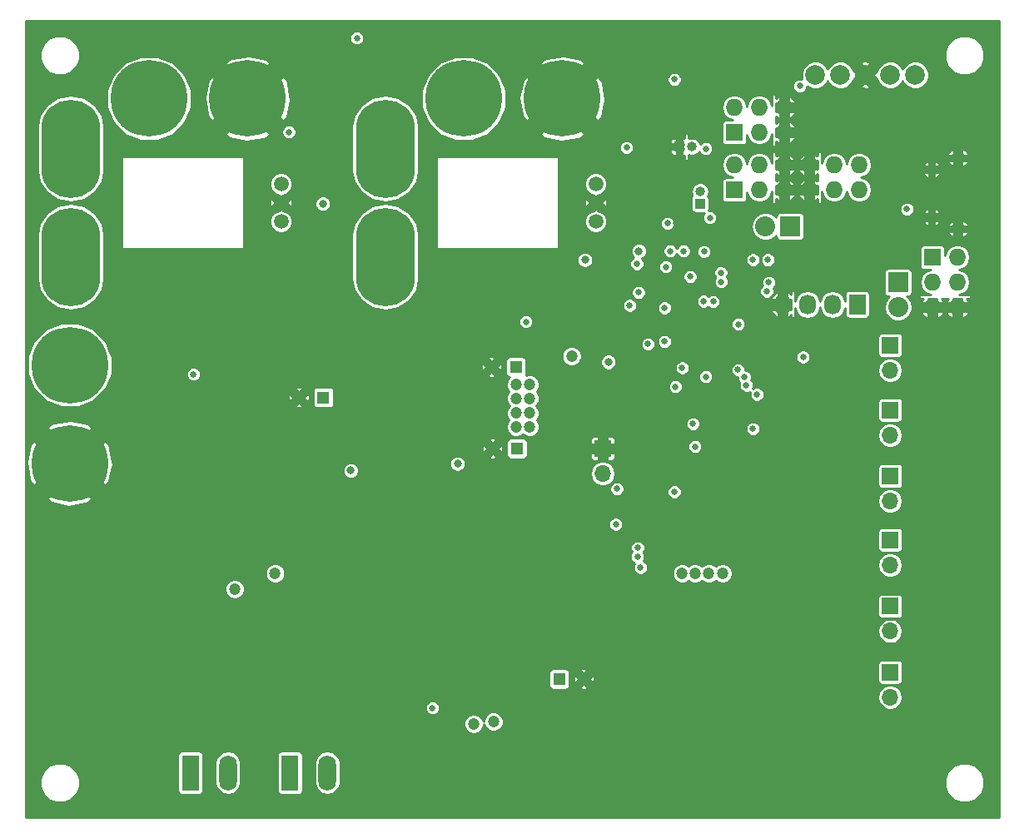
<source format=gbr>
%TF.GenerationSoftware,KiCad,Pcbnew,(5.0.0)*%
%TF.CreationDate,2019-05-29T19:07:09+03:00*%
%TF.ProjectId,Telemetry,54656C656D657472792E6B696361645F,0.1*%
%TF.SameCoordinates,Original*%
%TF.FileFunction,Copper,L2,Inr,Signal*%
%TF.FilePolarity,Positive*%
%FSLAX46Y46*%
G04 Gerber Fmt 4.6, Leading zero omitted, Abs format (unit mm)*
G04 Created by KiCad (PCBNEW (5.0.0)) date 05/29/19 19:07:09*
%MOMM*%
%LPD*%
G01*
G04 APERTURE LIST*
%ADD10O,1.550000X1.000000*%
%ADD11O,0.950000X1.250000*%
%ADD12C,7.800000*%
%ADD13R,1.000000X1.000000*%
%ADD14O,1.000000X1.000000*%
%ADD15C,1.300000*%
%ADD16R,1.300000X1.300000*%
%ADD17R,2.032000X2.032000*%
%ADD18O,2.032000X2.032000*%
%ADD19O,1.700000X1.700000*%
%ADD20R,1.700000X1.700000*%
%ADD21R,1.800000X3.600000*%
%ADD22O,1.800000X3.600000*%
%ADD23C,1.500000*%
%ADD24O,6.000000X10.000000*%
%ADD25O,1.727200X1.727200*%
%ADD26R,1.727200X1.727200*%
%ADD27O,1.727200X2.032000*%
%ADD28R,1.727200X2.032000*%
%ADD29C,1.998980*%
%ADD30C,1.200000*%
%ADD31C,0.800000*%
%ADD32C,0.650000*%
%ADD33C,0.220000*%
G04 APERTURE END LIST*
D10*
X155350000Y-52425000D03*
X155350000Y-59675000D03*
D11*
X152670000Y-53625000D03*
X152670000Y-58475000D03*
D12*
X115100000Y-46400000D03*
X105100000Y-46400000D03*
X83100000Y-46400000D03*
X73100000Y-46400000D03*
X65000000Y-73500000D03*
X65000000Y-83500000D03*
D13*
X129100000Y-57100000D03*
D14*
X129100000Y-55830000D03*
D15*
X117300000Y-105450000D03*
D16*
X114800000Y-105450000D03*
D13*
X127000000Y-51300000D03*
D14*
X128270000Y-51300000D03*
D17*
X138300000Y-59400000D03*
D18*
X135760000Y-59400000D03*
X149250000Y-67640000D03*
D17*
X149250000Y-65100000D03*
D19*
X148450000Y-107290000D03*
D20*
X148450000Y-104750000D03*
D19*
X148450000Y-100590000D03*
D20*
X148450000Y-98050000D03*
D19*
X148450000Y-93850000D03*
D20*
X148450000Y-91310000D03*
D21*
X77300000Y-115000000D03*
D22*
X81110000Y-115000000D03*
D20*
X148450000Y-84800000D03*
D19*
X148450000Y-87340000D03*
D20*
X148450000Y-78100000D03*
D19*
X148450000Y-80640000D03*
D20*
X148450000Y-71500000D03*
D19*
X148450000Y-74040000D03*
D23*
X118500000Y-58910000D03*
X118500000Y-55090000D03*
X118500000Y-57000000D03*
D24*
X97100000Y-51500000D03*
X97100000Y-62500000D03*
D23*
X86500000Y-58910000D03*
X86500000Y-55090000D03*
X86500000Y-57000000D03*
D24*
X65100000Y-51500000D03*
X65100000Y-62500000D03*
D22*
X91210000Y-115000000D03*
D21*
X87400000Y-115000000D03*
D25*
X137680000Y-47310000D03*
X137680000Y-49850000D03*
X135140000Y-47310000D03*
X135140000Y-49850000D03*
X132600000Y-47310000D03*
D26*
X132600000Y-49850000D03*
D16*
X110500000Y-82000000D03*
D15*
X108000000Y-82000000D03*
D16*
X110400000Y-73700000D03*
D15*
X107900000Y-73700000D03*
X88300000Y-76800000D03*
D16*
X90800000Y-76800000D03*
D25*
X155290000Y-67630000D03*
X152750000Y-67630000D03*
X155290000Y-65090000D03*
X152750000Y-65090000D03*
X155290000Y-62550000D03*
D26*
X152750000Y-62550000D03*
D27*
X137480000Y-67350000D03*
X140020000Y-67350000D03*
X142560000Y-67350000D03*
D28*
X145100000Y-67350000D03*
D26*
X132600000Y-55700000D03*
D25*
X132600000Y-53160000D03*
X135140000Y-55700000D03*
X135140000Y-53160000D03*
X137680000Y-55700000D03*
X137680000Y-53160000D03*
X140220000Y-55700000D03*
X140220000Y-53160000D03*
X142760000Y-55700000D03*
X142760000Y-53160000D03*
X145300000Y-55700000D03*
X145300000Y-53160000D03*
D20*
X119200000Y-82000000D03*
D19*
X119200000Y-84540000D03*
D29*
X140840000Y-44000000D03*
X143380000Y-44000000D03*
X148460000Y-44000000D03*
X151000000Y-44000000D03*
X145920000Y-44000000D03*
D30*
X99400000Y-78300000D03*
X99400000Y-70300000D03*
X104150000Y-74400000D03*
X94600000Y-74400000D03*
X94600000Y-78450000D03*
X94600000Y-70300000D03*
D31*
X116850000Y-77200000D03*
D30*
X104150000Y-70300000D03*
X104150000Y-78450000D03*
D32*
X131000000Y-70700000D03*
X131456193Y-63272459D03*
X141800000Y-62700000D03*
D31*
X126725003Y-59100000D03*
X86320000Y-86490000D03*
X84000000Y-81800000D03*
X72000000Y-78700000D03*
X70500000Y-77100000D03*
X74700000Y-70200000D03*
X85100000Y-70800000D03*
X90700000Y-73300000D03*
X93300000Y-101400000D03*
X74800000Y-109800000D03*
X61100000Y-79500000D03*
D30*
X140100000Y-88500000D03*
X140200000Y-94800000D03*
X139800000Y-101700000D03*
X139900000Y-108300000D03*
X143100000Y-102900000D03*
X143200000Y-96300000D03*
X143400000Y-89800000D03*
X143300000Y-82900000D03*
X139900000Y-81700000D03*
X143500000Y-76500000D03*
X140470000Y-76280000D03*
X145200000Y-75800000D03*
X145200000Y-82400000D03*
X145000000Y-89100000D03*
X145000000Y-95800000D03*
X145000000Y-102500000D03*
X145400000Y-109000000D03*
X143300000Y-109800000D03*
X82700000Y-98000000D03*
X73400000Y-97900000D03*
X85500000Y-103000000D03*
X75500000Y-103400000D03*
X81400000Y-101300000D03*
X80100000Y-101300000D03*
X78800000Y-101300000D03*
X88800000Y-101300000D03*
X90100000Y-101300000D03*
X91400000Y-101300000D03*
D32*
X124900000Y-98900000D03*
X133900000Y-81500000D03*
D30*
X112100000Y-108400000D03*
X103700000Y-106900000D03*
D31*
X123800000Y-95000000D03*
X123000000Y-95500000D03*
X120900000Y-101500000D03*
X120900000Y-102400000D03*
X121800000Y-101900000D03*
X108100000Y-104000000D03*
D32*
X123300000Y-101900000D03*
X124200000Y-74800000D03*
X121600000Y-79700000D03*
X130600000Y-87750000D03*
D30*
X130700000Y-110600000D03*
X130700000Y-108350000D03*
X126400000Y-108550000D03*
X126400000Y-110600000D03*
D32*
X121150000Y-88100000D03*
X89400000Y-40250000D03*
X91150000Y-44900000D03*
X89350000Y-48400000D03*
X91000000Y-52850000D03*
X89900000Y-54400000D03*
X123850000Y-47300000D03*
X121950000Y-42850000D03*
X123600000Y-54900000D03*
X122100000Y-56800000D03*
X121650000Y-48400000D03*
X123150000Y-41450000D03*
X117400000Y-67560000D03*
X118010000Y-68500000D03*
X122910916Y-65270984D03*
X129440000Y-75740000D03*
X125820000Y-93740000D03*
X125800000Y-59100000D03*
X129700000Y-51500000D03*
X133000000Y-69350000D03*
D30*
X127300000Y-94700000D03*
X128600000Y-94700000D03*
X130000000Y-94700000D03*
X131400000Y-94700000D03*
D32*
X136000000Y-62800000D03*
D31*
X119800000Y-73200000D03*
X117400000Y-62800000D03*
X122900000Y-61900000D03*
D32*
X128400000Y-79500000D03*
X139249861Y-45125000D03*
X121960000Y-67450000D03*
X122870000Y-66120000D03*
D30*
X85900000Y-94700000D03*
X81800000Y-96300000D03*
X108100000Y-109800000D03*
X106100000Y-110000000D03*
X110400000Y-75500000D03*
X110400000Y-76900000D03*
X110400000Y-78400000D03*
X110400000Y-79800000D03*
X111800000Y-79800000D03*
X111800000Y-78400000D03*
X111800000Y-76900000D03*
X111800000Y-75500000D03*
D32*
X123060135Y-94104774D03*
X77600000Y-74450000D03*
X111400000Y-69100000D03*
D31*
X90750000Y-57100000D03*
D30*
X116050000Y-72600000D03*
D32*
X94200000Y-40250000D03*
X126500000Y-44450000D03*
X126500000Y-86400000D03*
X131262902Y-65031998D03*
X128600000Y-81800000D03*
X127300000Y-73800000D03*
X129700000Y-74700000D03*
X135900000Y-66000000D03*
X139600000Y-72700000D03*
X126075000Y-61900000D03*
X133816699Y-75583496D03*
X130440380Y-67059620D03*
X136100000Y-65100000D03*
X134500000Y-62800000D03*
X132975000Y-74000000D03*
X128100000Y-64500000D03*
X133650000Y-74750000D03*
X127425000Y-61920000D03*
X134900000Y-76500000D03*
X129480760Y-67019240D03*
X87300000Y-49800000D03*
X125500000Y-67700000D03*
X121636330Y-51386330D03*
X125500000Y-71100000D03*
X101900000Y-108400000D03*
X150150000Y-57638360D03*
D31*
X93600000Y-84250000D03*
X104450000Y-83550000D03*
D32*
X126600000Y-75700000D03*
X131250000Y-64100000D03*
X122700000Y-63200000D03*
X123810000Y-71380000D03*
X120550000Y-89700000D03*
X120650000Y-86100000D03*
X125630000Y-63510000D03*
X122780000Y-92100000D03*
X129523619Y-61966381D03*
X122740000Y-93010000D03*
X134499990Y-79990000D03*
X130099625Y-58519341D03*
D33*
G36*
X159490001Y-119490000D02*
X60510000Y-119490000D01*
X60510000Y-115600186D01*
X61990000Y-115600186D01*
X61990000Y-116399814D01*
X62296004Y-117138573D01*
X62861427Y-117703996D01*
X63600186Y-118010000D01*
X64399814Y-118010000D01*
X65138573Y-117703996D01*
X65703996Y-117138573D01*
X66010000Y-116399814D01*
X66010000Y-115600186D01*
X65703996Y-114861427D01*
X65138573Y-114296004D01*
X64399814Y-113990000D01*
X63600186Y-113990000D01*
X62861427Y-114296004D01*
X62296004Y-114861427D01*
X61990000Y-115600186D01*
X60510000Y-115600186D01*
X60510000Y-113200000D01*
X75981968Y-113200000D01*
X75981968Y-116800000D01*
X76013789Y-116959974D01*
X76104407Y-117095593D01*
X76240026Y-117186211D01*
X76400000Y-117218032D01*
X78200000Y-117218032D01*
X78359974Y-117186211D01*
X78495593Y-117095593D01*
X78586211Y-116959974D01*
X78618032Y-116800000D01*
X78618032Y-113970979D01*
X79800000Y-113970979D01*
X79800001Y-116029022D01*
X79876008Y-116411136D01*
X80165544Y-116844457D01*
X80598865Y-117133993D01*
X81110000Y-117235664D01*
X81621136Y-117133993D01*
X82054457Y-116844457D01*
X82343993Y-116411136D01*
X82420000Y-116029022D01*
X82420000Y-113970978D01*
X82343993Y-113588864D01*
X82084163Y-113200000D01*
X86081968Y-113200000D01*
X86081968Y-116800000D01*
X86113789Y-116959974D01*
X86204407Y-117095593D01*
X86340026Y-117186211D01*
X86500000Y-117218032D01*
X88300000Y-117218032D01*
X88459974Y-117186211D01*
X88595593Y-117095593D01*
X88686211Y-116959974D01*
X88718032Y-116800000D01*
X88718032Y-113970979D01*
X89900000Y-113970979D01*
X89900001Y-116029022D01*
X89976008Y-116411136D01*
X90265544Y-116844457D01*
X90698865Y-117133993D01*
X91210000Y-117235664D01*
X91721136Y-117133993D01*
X92154457Y-116844457D01*
X92443993Y-116411136D01*
X92520000Y-116029022D01*
X92520000Y-115600186D01*
X153990000Y-115600186D01*
X153990000Y-116399814D01*
X154296004Y-117138573D01*
X154861427Y-117703996D01*
X155600186Y-118010000D01*
X156399814Y-118010000D01*
X157138573Y-117703996D01*
X157703996Y-117138573D01*
X158010000Y-116399814D01*
X158010000Y-115600186D01*
X157703996Y-114861427D01*
X157138573Y-114296004D01*
X156399814Y-113990000D01*
X155600186Y-113990000D01*
X154861427Y-114296004D01*
X154296004Y-114861427D01*
X153990000Y-115600186D01*
X92520000Y-115600186D01*
X92520000Y-113970978D01*
X92443993Y-113588864D01*
X92154457Y-113155543D01*
X91721135Y-112866007D01*
X91210000Y-112764336D01*
X90698864Y-112866007D01*
X90265543Y-113155543D01*
X89976007Y-113588865D01*
X89900000Y-113970979D01*
X88718032Y-113970979D01*
X88718032Y-113200000D01*
X88686211Y-113040026D01*
X88595593Y-112904407D01*
X88459974Y-112813789D01*
X88300000Y-112781968D01*
X86500000Y-112781968D01*
X86340026Y-112813789D01*
X86204407Y-112904407D01*
X86113789Y-113040026D01*
X86081968Y-113200000D01*
X82084163Y-113200000D01*
X82054457Y-113155543D01*
X81621135Y-112866007D01*
X81110000Y-112764336D01*
X80598864Y-112866007D01*
X80165543Y-113155543D01*
X79876007Y-113588865D01*
X79800000Y-113970979D01*
X78618032Y-113970979D01*
X78618032Y-113200000D01*
X78586211Y-113040026D01*
X78495593Y-112904407D01*
X78359974Y-112813789D01*
X78200000Y-112781968D01*
X76400000Y-112781968D01*
X76240026Y-112813789D01*
X76104407Y-112904407D01*
X76013789Y-113040026D01*
X75981968Y-113200000D01*
X60510000Y-113200000D01*
X60510000Y-109799099D01*
X105090000Y-109799099D01*
X105090000Y-110200901D01*
X105243763Y-110572119D01*
X105527881Y-110856237D01*
X105899099Y-111010000D01*
X106300901Y-111010000D01*
X106672119Y-110856237D01*
X106956237Y-110572119D01*
X107110000Y-110200901D01*
X107110000Y-110049185D01*
X107243763Y-110372119D01*
X107527881Y-110656237D01*
X107899099Y-110810000D01*
X108300901Y-110810000D01*
X108672119Y-110656237D01*
X108956237Y-110372119D01*
X109110000Y-110000901D01*
X109110000Y-109599099D01*
X108956237Y-109227881D01*
X108672119Y-108943763D01*
X108300901Y-108790000D01*
X107899099Y-108790000D01*
X107527881Y-108943763D01*
X107243763Y-109227881D01*
X107090000Y-109599099D01*
X107090000Y-109750815D01*
X106956237Y-109427881D01*
X106672119Y-109143763D01*
X106300901Y-108990000D01*
X105899099Y-108990000D01*
X105527881Y-109143763D01*
X105243763Y-109427881D01*
X105090000Y-109799099D01*
X60510000Y-109799099D01*
X60510000Y-108253799D01*
X101165000Y-108253799D01*
X101165000Y-108546201D01*
X101276897Y-108816344D01*
X101483656Y-109023103D01*
X101753799Y-109135000D01*
X102046201Y-109135000D01*
X102316344Y-109023103D01*
X102523103Y-108816344D01*
X102635000Y-108546201D01*
X102635000Y-108253799D01*
X102523103Y-107983656D01*
X102316344Y-107776897D01*
X102046201Y-107665000D01*
X101753799Y-107665000D01*
X101483656Y-107776897D01*
X101276897Y-107983656D01*
X101165000Y-108253799D01*
X60510000Y-108253799D01*
X60510000Y-107290000D01*
X147165316Y-107290000D01*
X147263107Y-107781627D01*
X147541591Y-108198409D01*
X147958373Y-108476893D01*
X148325906Y-108550000D01*
X148574094Y-108550000D01*
X148941627Y-108476893D01*
X149358409Y-108198409D01*
X149636893Y-107781627D01*
X149734684Y-107290000D01*
X149636893Y-106798373D01*
X149358409Y-106381591D01*
X148941627Y-106103107D01*
X148574094Y-106030000D01*
X148325906Y-106030000D01*
X147958373Y-106103107D01*
X147541591Y-106381591D01*
X147263107Y-106798373D01*
X147165316Y-107290000D01*
X60510000Y-107290000D01*
X60510000Y-104800000D01*
X113731968Y-104800000D01*
X113731968Y-106100000D01*
X113763789Y-106259974D01*
X113854407Y-106395593D01*
X113990026Y-106486211D01*
X114150000Y-106518032D01*
X115450000Y-106518032D01*
X115609974Y-106486211D01*
X115745593Y-106395593D01*
X115787911Y-106332259D01*
X116877360Y-106332259D01*
X116957074Y-106474920D01*
X117375398Y-106528135D01*
X117642926Y-106474920D01*
X117722640Y-106332259D01*
X117300000Y-105909619D01*
X116877360Y-106332259D01*
X115787911Y-106332259D01*
X115836211Y-106259974D01*
X115868032Y-106100000D01*
X115868032Y-105525398D01*
X116221865Y-105525398D01*
X116275080Y-105792926D01*
X116417741Y-105872640D01*
X116840381Y-105450000D01*
X117759619Y-105450000D01*
X118182259Y-105872640D01*
X118324920Y-105792926D01*
X118378135Y-105374602D01*
X118324920Y-105107074D01*
X118182259Y-105027360D01*
X117759619Y-105450000D01*
X116840381Y-105450000D01*
X116417741Y-105027360D01*
X116275080Y-105107074D01*
X116221865Y-105525398D01*
X115868032Y-105525398D01*
X115868032Y-104800000D01*
X115836211Y-104640026D01*
X115787912Y-104567741D01*
X116877360Y-104567741D01*
X117300000Y-104990381D01*
X117722640Y-104567741D01*
X117642926Y-104425080D01*
X117224602Y-104371865D01*
X116957074Y-104425080D01*
X116877360Y-104567741D01*
X115787912Y-104567741D01*
X115745593Y-104504407D01*
X115609974Y-104413789D01*
X115450000Y-104381968D01*
X114150000Y-104381968D01*
X113990026Y-104413789D01*
X113854407Y-104504407D01*
X113763789Y-104640026D01*
X113731968Y-104800000D01*
X60510000Y-104800000D01*
X60510000Y-103900000D01*
X147181968Y-103900000D01*
X147181968Y-105600000D01*
X147213789Y-105759974D01*
X147304407Y-105895593D01*
X147440026Y-105986211D01*
X147600000Y-106018032D01*
X149300000Y-106018032D01*
X149459974Y-105986211D01*
X149595593Y-105895593D01*
X149686211Y-105759974D01*
X149718032Y-105600000D01*
X149718032Y-103900000D01*
X149686211Y-103740026D01*
X149595593Y-103604407D01*
X149459974Y-103513789D01*
X149300000Y-103481968D01*
X147600000Y-103481968D01*
X147440026Y-103513789D01*
X147304407Y-103604407D01*
X147213789Y-103740026D01*
X147181968Y-103900000D01*
X60510000Y-103900000D01*
X60510000Y-100590000D01*
X147165316Y-100590000D01*
X147263107Y-101081627D01*
X147541591Y-101498409D01*
X147958373Y-101776893D01*
X148325906Y-101850000D01*
X148574094Y-101850000D01*
X148941627Y-101776893D01*
X149358409Y-101498409D01*
X149636893Y-101081627D01*
X149734684Y-100590000D01*
X149636893Y-100098373D01*
X149358409Y-99681591D01*
X148941627Y-99403107D01*
X148574094Y-99330000D01*
X148325906Y-99330000D01*
X147958373Y-99403107D01*
X147541591Y-99681591D01*
X147263107Y-100098373D01*
X147165316Y-100590000D01*
X60510000Y-100590000D01*
X60510000Y-96099099D01*
X80790000Y-96099099D01*
X80790000Y-96500901D01*
X80943763Y-96872119D01*
X81227881Y-97156237D01*
X81599099Y-97310000D01*
X82000901Y-97310000D01*
X82266465Y-97200000D01*
X147181968Y-97200000D01*
X147181968Y-98900000D01*
X147213789Y-99059974D01*
X147304407Y-99195593D01*
X147440026Y-99286211D01*
X147600000Y-99318032D01*
X149300000Y-99318032D01*
X149459974Y-99286211D01*
X149595593Y-99195593D01*
X149686211Y-99059974D01*
X149718032Y-98900000D01*
X149718032Y-97200000D01*
X149686211Y-97040026D01*
X149595593Y-96904407D01*
X149459974Y-96813789D01*
X149300000Y-96781968D01*
X147600000Y-96781968D01*
X147440026Y-96813789D01*
X147304407Y-96904407D01*
X147213789Y-97040026D01*
X147181968Y-97200000D01*
X82266465Y-97200000D01*
X82372119Y-97156237D01*
X82656237Y-96872119D01*
X82810000Y-96500901D01*
X82810000Y-96099099D01*
X82656237Y-95727881D01*
X82372119Y-95443763D01*
X82000901Y-95290000D01*
X81599099Y-95290000D01*
X81227881Y-95443763D01*
X80943763Y-95727881D01*
X80790000Y-96099099D01*
X60510000Y-96099099D01*
X60510000Y-94499099D01*
X84890000Y-94499099D01*
X84890000Y-94900901D01*
X85043763Y-95272119D01*
X85327881Y-95556237D01*
X85699099Y-95710000D01*
X86100901Y-95710000D01*
X86472119Y-95556237D01*
X86756237Y-95272119D01*
X86910000Y-94900901D01*
X86910000Y-94499099D01*
X86756237Y-94127881D01*
X86472119Y-93843763D01*
X86100901Y-93690000D01*
X85699099Y-93690000D01*
X85327881Y-93843763D01*
X85043763Y-94127881D01*
X84890000Y-94499099D01*
X60510000Y-94499099D01*
X60510000Y-92863799D01*
X122005000Y-92863799D01*
X122005000Y-93156201D01*
X122116897Y-93426344D01*
X122323656Y-93633103D01*
X122442947Y-93682515D01*
X122437032Y-93688430D01*
X122325135Y-93958573D01*
X122325135Y-94250975D01*
X122437032Y-94521118D01*
X122643791Y-94727877D01*
X122913934Y-94839774D01*
X123206336Y-94839774D01*
X123476479Y-94727877D01*
X123683238Y-94521118D01*
X123692358Y-94499099D01*
X126290000Y-94499099D01*
X126290000Y-94900901D01*
X126443763Y-95272119D01*
X126727881Y-95556237D01*
X127099099Y-95710000D01*
X127500901Y-95710000D01*
X127872119Y-95556237D01*
X127950000Y-95478356D01*
X128027881Y-95556237D01*
X128399099Y-95710000D01*
X128800901Y-95710000D01*
X129172119Y-95556237D01*
X129300000Y-95428356D01*
X129427881Y-95556237D01*
X129799099Y-95710000D01*
X130200901Y-95710000D01*
X130572119Y-95556237D01*
X130700000Y-95428356D01*
X130827881Y-95556237D01*
X131199099Y-95710000D01*
X131600901Y-95710000D01*
X131972119Y-95556237D01*
X132256237Y-95272119D01*
X132410000Y-94900901D01*
X132410000Y-94499099D01*
X132256237Y-94127881D01*
X131978356Y-93850000D01*
X147165316Y-93850000D01*
X147263107Y-94341627D01*
X147541591Y-94758409D01*
X147958373Y-95036893D01*
X148325906Y-95110000D01*
X148574094Y-95110000D01*
X148941627Y-95036893D01*
X149358409Y-94758409D01*
X149636893Y-94341627D01*
X149734684Y-93850000D01*
X149636893Y-93358373D01*
X149358409Y-92941591D01*
X148941627Y-92663107D01*
X148574094Y-92590000D01*
X148325906Y-92590000D01*
X147958373Y-92663107D01*
X147541591Y-92941591D01*
X147263107Y-93358373D01*
X147165316Y-93850000D01*
X131978356Y-93850000D01*
X131972119Y-93843763D01*
X131600901Y-93690000D01*
X131199099Y-93690000D01*
X130827881Y-93843763D01*
X130700000Y-93971644D01*
X130572119Y-93843763D01*
X130200901Y-93690000D01*
X129799099Y-93690000D01*
X129427881Y-93843763D01*
X129300000Y-93971644D01*
X129172119Y-93843763D01*
X128800901Y-93690000D01*
X128399099Y-93690000D01*
X128027881Y-93843763D01*
X127950000Y-93921644D01*
X127872119Y-93843763D01*
X127500901Y-93690000D01*
X127099099Y-93690000D01*
X126727881Y-93843763D01*
X126443763Y-94127881D01*
X126290000Y-94499099D01*
X123692358Y-94499099D01*
X123795135Y-94250975D01*
X123795135Y-93958573D01*
X123683238Y-93688430D01*
X123476479Y-93481671D01*
X123357188Y-93432259D01*
X123363103Y-93426344D01*
X123475000Y-93156201D01*
X123475000Y-92863799D01*
X123363103Y-92593656D01*
X123344447Y-92575000D01*
X123403103Y-92516344D01*
X123515000Y-92246201D01*
X123515000Y-91953799D01*
X123403103Y-91683656D01*
X123196344Y-91476897D01*
X122926201Y-91365000D01*
X122633799Y-91365000D01*
X122363656Y-91476897D01*
X122156897Y-91683656D01*
X122045000Y-91953799D01*
X122045000Y-92246201D01*
X122156897Y-92516344D01*
X122175553Y-92535000D01*
X122116897Y-92593656D01*
X122005000Y-92863799D01*
X60510000Y-92863799D01*
X60510000Y-90460000D01*
X147181968Y-90460000D01*
X147181968Y-92160000D01*
X147213789Y-92319974D01*
X147304407Y-92455593D01*
X147440026Y-92546211D01*
X147600000Y-92578032D01*
X149300000Y-92578032D01*
X149459974Y-92546211D01*
X149595593Y-92455593D01*
X149686211Y-92319974D01*
X149718032Y-92160000D01*
X149718032Y-90460000D01*
X149686211Y-90300026D01*
X149595593Y-90164407D01*
X149459974Y-90073789D01*
X149300000Y-90041968D01*
X147600000Y-90041968D01*
X147440026Y-90073789D01*
X147304407Y-90164407D01*
X147213789Y-90300026D01*
X147181968Y-90460000D01*
X60510000Y-90460000D01*
X60510000Y-89553799D01*
X119815000Y-89553799D01*
X119815000Y-89846201D01*
X119926897Y-90116344D01*
X120133656Y-90323103D01*
X120403799Y-90435000D01*
X120696201Y-90435000D01*
X120966344Y-90323103D01*
X121173103Y-90116344D01*
X121285000Y-89846201D01*
X121285000Y-89553799D01*
X121173103Y-89283656D01*
X120966344Y-89076897D01*
X120696201Y-88965000D01*
X120403799Y-88965000D01*
X120133656Y-89076897D01*
X119926897Y-89283656D01*
X119815000Y-89553799D01*
X60510000Y-89553799D01*
X60510000Y-87098216D01*
X62660434Y-87098216D01*
X63190568Y-87504628D01*
X64860807Y-87892233D01*
X66552238Y-87611161D01*
X66809432Y-87504628D01*
X67024176Y-87340000D01*
X147165316Y-87340000D01*
X147263107Y-87831627D01*
X147541591Y-88248409D01*
X147958373Y-88526893D01*
X148325906Y-88600000D01*
X148574094Y-88600000D01*
X148941627Y-88526893D01*
X149358409Y-88248409D01*
X149636893Y-87831627D01*
X149734684Y-87340000D01*
X149636893Y-86848373D01*
X149358409Y-86431591D01*
X148941627Y-86153107D01*
X148574094Y-86080000D01*
X148325906Y-86080000D01*
X147958373Y-86153107D01*
X147541591Y-86431591D01*
X147263107Y-86848373D01*
X147165316Y-87340000D01*
X67024176Y-87340000D01*
X67339566Y-87098216D01*
X66195149Y-85953799D01*
X119915000Y-85953799D01*
X119915000Y-86246201D01*
X120026897Y-86516344D01*
X120233656Y-86723103D01*
X120503799Y-86835000D01*
X120796201Y-86835000D01*
X121066344Y-86723103D01*
X121273103Y-86516344D01*
X121381852Y-86253799D01*
X125765000Y-86253799D01*
X125765000Y-86546201D01*
X125876897Y-86816344D01*
X126083656Y-87023103D01*
X126353799Y-87135000D01*
X126646201Y-87135000D01*
X126916344Y-87023103D01*
X127123103Y-86816344D01*
X127235000Y-86546201D01*
X127235000Y-86253799D01*
X127123103Y-85983656D01*
X126916344Y-85776897D01*
X126646201Y-85665000D01*
X126353799Y-85665000D01*
X126083656Y-85776897D01*
X125876897Y-85983656D01*
X125765000Y-86253799D01*
X121381852Y-86253799D01*
X121385000Y-86246201D01*
X121385000Y-85953799D01*
X121273103Y-85683656D01*
X121066344Y-85476897D01*
X120796201Y-85365000D01*
X120503799Y-85365000D01*
X120233656Y-85476897D01*
X120026897Y-85683656D01*
X119915000Y-85953799D01*
X66195149Y-85953799D01*
X65000000Y-84758650D01*
X62660434Y-87098216D01*
X60510000Y-87098216D01*
X60510000Y-83360807D01*
X60607767Y-83360807D01*
X60888839Y-85052238D01*
X60995372Y-85309432D01*
X61401784Y-85839566D01*
X63741350Y-83500000D01*
X66258650Y-83500000D01*
X68598216Y-85839566D01*
X69004628Y-85309432D01*
X69287875Y-84088881D01*
X92790000Y-84088881D01*
X92790000Y-84411119D01*
X92913315Y-84708828D01*
X93141172Y-84936685D01*
X93438881Y-85060000D01*
X93761119Y-85060000D01*
X94058828Y-84936685D01*
X94286685Y-84708828D01*
X94356615Y-84540000D01*
X117915316Y-84540000D01*
X118013107Y-85031627D01*
X118291591Y-85448409D01*
X118708373Y-85726893D01*
X119075906Y-85800000D01*
X119324094Y-85800000D01*
X119691627Y-85726893D01*
X120108409Y-85448409D01*
X120386893Y-85031627D01*
X120484684Y-84540000D01*
X120386893Y-84048373D01*
X120321163Y-83950000D01*
X147181968Y-83950000D01*
X147181968Y-85650000D01*
X147213789Y-85809974D01*
X147304407Y-85945593D01*
X147440026Y-86036211D01*
X147600000Y-86068032D01*
X149300000Y-86068032D01*
X149459974Y-86036211D01*
X149595593Y-85945593D01*
X149686211Y-85809974D01*
X149718032Y-85650000D01*
X149718032Y-83950000D01*
X149686211Y-83790026D01*
X149595593Y-83654407D01*
X149459974Y-83563789D01*
X149300000Y-83531968D01*
X147600000Y-83531968D01*
X147440026Y-83563789D01*
X147304407Y-83654407D01*
X147213789Y-83790026D01*
X147181968Y-83950000D01*
X120321163Y-83950000D01*
X120108409Y-83631591D01*
X119691627Y-83353107D01*
X119324094Y-83280000D01*
X119075906Y-83280000D01*
X118708373Y-83353107D01*
X118291591Y-83631591D01*
X118013107Y-84048373D01*
X117915316Y-84540000D01*
X94356615Y-84540000D01*
X94410000Y-84411119D01*
X94410000Y-84088881D01*
X94286685Y-83791172D01*
X94058828Y-83563315D01*
X93761119Y-83440000D01*
X93438881Y-83440000D01*
X93141172Y-83563315D01*
X92913315Y-83791172D01*
X92790000Y-84088881D01*
X69287875Y-84088881D01*
X69392233Y-83639193D01*
X69350638Y-83388881D01*
X103640000Y-83388881D01*
X103640000Y-83711119D01*
X103763315Y-84008828D01*
X103991172Y-84236685D01*
X104288881Y-84360000D01*
X104611119Y-84360000D01*
X104908828Y-84236685D01*
X105136685Y-84008828D01*
X105260000Y-83711119D01*
X105260000Y-83388881D01*
X105136685Y-83091172D01*
X104927772Y-82882259D01*
X107577360Y-82882259D01*
X107657074Y-83024920D01*
X108075398Y-83078135D01*
X108342926Y-83024920D01*
X108422640Y-82882259D01*
X108000000Y-82459619D01*
X107577360Y-82882259D01*
X104927772Y-82882259D01*
X104908828Y-82863315D01*
X104611119Y-82740000D01*
X104288881Y-82740000D01*
X103991172Y-82863315D01*
X103763315Y-83091172D01*
X103640000Y-83388881D01*
X69350638Y-83388881D01*
X69132371Y-82075398D01*
X106921865Y-82075398D01*
X106975080Y-82342926D01*
X107117741Y-82422640D01*
X107540381Y-82000000D01*
X108459619Y-82000000D01*
X108882259Y-82422640D01*
X109024920Y-82342926D01*
X109078135Y-81924602D01*
X109024920Y-81657074D01*
X108882259Y-81577360D01*
X108459619Y-82000000D01*
X107540381Y-82000000D01*
X107117741Y-81577360D01*
X106975080Y-81657074D01*
X106921865Y-82075398D01*
X69132371Y-82075398D01*
X69111161Y-81947762D01*
X69004628Y-81690568D01*
X68598216Y-81160434D01*
X66258650Y-83500000D01*
X63741350Y-83500000D01*
X61401784Y-81160434D01*
X60995372Y-81690568D01*
X60607767Y-83360807D01*
X60510000Y-83360807D01*
X60510000Y-79901784D01*
X62660434Y-79901784D01*
X65000000Y-82241350D01*
X66123609Y-81117741D01*
X107577360Y-81117741D01*
X108000000Y-81540381D01*
X108190381Y-81350000D01*
X109431968Y-81350000D01*
X109431968Y-82650000D01*
X109463789Y-82809974D01*
X109554407Y-82945593D01*
X109690026Y-83036211D01*
X109850000Y-83068032D01*
X111150000Y-83068032D01*
X111309974Y-83036211D01*
X111445593Y-82945593D01*
X111536211Y-82809974D01*
X111568032Y-82650000D01*
X111568032Y-82527500D01*
X117940000Y-82527500D01*
X117940000Y-82931554D01*
X118002419Y-83082246D01*
X118117754Y-83197581D01*
X118268446Y-83260000D01*
X118672500Y-83260000D01*
X118775000Y-83157500D01*
X118775000Y-82425000D01*
X119625000Y-82425000D01*
X119625000Y-83157500D01*
X119727500Y-83260000D01*
X120131554Y-83260000D01*
X120282246Y-83197581D01*
X120397581Y-83082246D01*
X120460000Y-82931554D01*
X120460000Y-82527500D01*
X120357500Y-82425000D01*
X119625000Y-82425000D01*
X118775000Y-82425000D01*
X118042500Y-82425000D01*
X117940000Y-82527500D01*
X111568032Y-82527500D01*
X111568032Y-81653799D01*
X127865000Y-81653799D01*
X127865000Y-81946201D01*
X127976897Y-82216344D01*
X128183656Y-82423103D01*
X128453799Y-82535000D01*
X128746201Y-82535000D01*
X129016344Y-82423103D01*
X129223103Y-82216344D01*
X129335000Y-81946201D01*
X129335000Y-81653799D01*
X129223103Y-81383656D01*
X129016344Y-81176897D01*
X128746201Y-81065000D01*
X128453799Y-81065000D01*
X128183656Y-81176897D01*
X127976897Y-81383656D01*
X127865000Y-81653799D01*
X111568032Y-81653799D01*
X111568032Y-81350000D01*
X111536211Y-81190026D01*
X111454974Y-81068446D01*
X117940000Y-81068446D01*
X117940000Y-81472500D01*
X118042500Y-81575000D01*
X118775000Y-81575000D01*
X118775000Y-80842500D01*
X119625000Y-80842500D01*
X119625000Y-81575000D01*
X120357500Y-81575000D01*
X120460000Y-81472500D01*
X120460000Y-81068446D01*
X120397581Y-80917754D01*
X120282246Y-80802419D01*
X120131554Y-80740000D01*
X119727500Y-80740000D01*
X119625000Y-80842500D01*
X118775000Y-80842500D01*
X118672500Y-80740000D01*
X118268446Y-80740000D01*
X118117754Y-80802419D01*
X118002419Y-80917754D01*
X117940000Y-81068446D01*
X111454974Y-81068446D01*
X111445593Y-81054407D01*
X111309974Y-80963789D01*
X111150000Y-80931968D01*
X109850000Y-80931968D01*
X109690026Y-80963789D01*
X109554407Y-81054407D01*
X109463789Y-81190026D01*
X109431968Y-81350000D01*
X108190381Y-81350000D01*
X108422640Y-81117741D01*
X108342926Y-80975080D01*
X107924602Y-80921865D01*
X107657074Y-80975080D01*
X107577360Y-81117741D01*
X66123609Y-81117741D01*
X67339566Y-79901784D01*
X66809432Y-79495372D01*
X65139193Y-79107767D01*
X63447762Y-79388839D01*
X63190568Y-79495372D01*
X62660434Y-79901784D01*
X60510000Y-79901784D01*
X60510000Y-72642688D01*
X60690000Y-72642688D01*
X60690000Y-74357312D01*
X61346158Y-75941419D01*
X62558581Y-77153842D01*
X64142688Y-77810000D01*
X65857312Y-77810000D01*
X66165706Y-77682259D01*
X87877360Y-77682259D01*
X87957074Y-77824920D01*
X88375398Y-77878135D01*
X88642926Y-77824920D01*
X88722640Y-77682259D01*
X88300000Y-77259619D01*
X87877360Y-77682259D01*
X66165706Y-77682259D01*
X67441419Y-77153842D01*
X67719863Y-76875398D01*
X87221865Y-76875398D01*
X87275080Y-77142926D01*
X87417741Y-77222640D01*
X87840381Y-76800000D01*
X88759619Y-76800000D01*
X89182259Y-77222640D01*
X89324920Y-77142926D01*
X89378135Y-76724602D01*
X89324920Y-76457074D01*
X89182259Y-76377360D01*
X88759619Y-76800000D01*
X87840381Y-76800000D01*
X87417741Y-76377360D01*
X87275080Y-76457074D01*
X87221865Y-76875398D01*
X67719863Y-76875398D01*
X68653842Y-75941419D01*
X68663649Y-75917741D01*
X87877360Y-75917741D01*
X88300000Y-76340381D01*
X88490381Y-76150000D01*
X89731968Y-76150000D01*
X89731968Y-77450000D01*
X89763789Y-77609974D01*
X89854407Y-77745593D01*
X89990026Y-77836211D01*
X90150000Y-77868032D01*
X91450000Y-77868032D01*
X91609974Y-77836211D01*
X91745593Y-77745593D01*
X91836211Y-77609974D01*
X91868032Y-77450000D01*
X91868032Y-76150000D01*
X91836211Y-75990026D01*
X91745593Y-75854407D01*
X91609974Y-75763789D01*
X91450000Y-75731968D01*
X90150000Y-75731968D01*
X89990026Y-75763789D01*
X89854407Y-75854407D01*
X89763789Y-75990026D01*
X89731968Y-76150000D01*
X88490381Y-76150000D01*
X88722640Y-75917741D01*
X88642926Y-75775080D01*
X88224602Y-75721865D01*
X87957074Y-75775080D01*
X87877360Y-75917741D01*
X68663649Y-75917741D01*
X69310000Y-74357312D01*
X69310000Y-74303799D01*
X76865000Y-74303799D01*
X76865000Y-74596201D01*
X76976897Y-74866344D01*
X77183656Y-75073103D01*
X77453799Y-75185000D01*
X77746201Y-75185000D01*
X78016344Y-75073103D01*
X78223103Y-74866344D01*
X78335000Y-74596201D01*
X78335000Y-74582259D01*
X107477360Y-74582259D01*
X107557074Y-74724920D01*
X107975398Y-74778135D01*
X108242926Y-74724920D01*
X108322640Y-74582259D01*
X107900000Y-74159619D01*
X107477360Y-74582259D01*
X78335000Y-74582259D01*
X78335000Y-74303799D01*
X78223103Y-74033656D01*
X78016344Y-73826897D01*
X77892015Y-73775398D01*
X106821865Y-73775398D01*
X106875080Y-74042926D01*
X107017741Y-74122640D01*
X107440381Y-73700000D01*
X108359619Y-73700000D01*
X108782259Y-74122640D01*
X108924920Y-74042926D01*
X108978135Y-73624602D01*
X108924920Y-73357074D01*
X108782259Y-73277360D01*
X108359619Y-73700000D01*
X107440381Y-73700000D01*
X107017741Y-73277360D01*
X106875080Y-73357074D01*
X106821865Y-73775398D01*
X77892015Y-73775398D01*
X77746201Y-73715000D01*
X77453799Y-73715000D01*
X77183656Y-73826897D01*
X76976897Y-74033656D01*
X76865000Y-74303799D01*
X69310000Y-74303799D01*
X69310000Y-72817741D01*
X107477360Y-72817741D01*
X107900000Y-73240381D01*
X108090381Y-73050000D01*
X109331968Y-73050000D01*
X109331968Y-74350000D01*
X109363789Y-74509974D01*
X109454407Y-74645593D01*
X109590026Y-74736211D01*
X109711308Y-74760336D01*
X109543763Y-74927881D01*
X109390000Y-75299099D01*
X109390000Y-75700901D01*
X109543763Y-76072119D01*
X109671644Y-76200000D01*
X109543763Y-76327881D01*
X109390000Y-76699099D01*
X109390000Y-77100901D01*
X109543763Y-77472119D01*
X109721644Y-77650000D01*
X109543763Y-77827881D01*
X109390000Y-78199099D01*
X109390000Y-78600901D01*
X109543763Y-78972119D01*
X109671644Y-79100000D01*
X109543763Y-79227881D01*
X109390000Y-79599099D01*
X109390000Y-80000901D01*
X109543763Y-80372119D01*
X109827881Y-80656237D01*
X110199099Y-80810000D01*
X110600901Y-80810000D01*
X110972119Y-80656237D01*
X111100000Y-80528356D01*
X111227881Y-80656237D01*
X111599099Y-80810000D01*
X112000901Y-80810000D01*
X112372119Y-80656237D01*
X112656237Y-80372119D01*
X112810000Y-80000901D01*
X112810000Y-79599099D01*
X112708394Y-79353799D01*
X127665000Y-79353799D01*
X127665000Y-79646201D01*
X127776897Y-79916344D01*
X127983656Y-80123103D01*
X128253799Y-80235000D01*
X128546201Y-80235000D01*
X128816344Y-80123103D01*
X129023103Y-79916344D01*
X129053152Y-79843799D01*
X133764990Y-79843799D01*
X133764990Y-80136201D01*
X133876887Y-80406344D01*
X134083646Y-80613103D01*
X134353789Y-80725000D01*
X134646191Y-80725000D01*
X134851398Y-80640000D01*
X147165316Y-80640000D01*
X147263107Y-81131627D01*
X147541591Y-81548409D01*
X147958373Y-81826893D01*
X148325906Y-81900000D01*
X148574094Y-81900000D01*
X148941627Y-81826893D01*
X149358409Y-81548409D01*
X149636893Y-81131627D01*
X149734684Y-80640000D01*
X149636893Y-80148373D01*
X149358409Y-79731591D01*
X148941627Y-79453107D01*
X148574094Y-79380000D01*
X148325906Y-79380000D01*
X147958373Y-79453107D01*
X147541591Y-79731591D01*
X147263107Y-80148373D01*
X147165316Y-80640000D01*
X134851398Y-80640000D01*
X134916334Y-80613103D01*
X135123093Y-80406344D01*
X135234990Y-80136201D01*
X135234990Y-79843799D01*
X135123093Y-79573656D01*
X134916334Y-79366897D01*
X134646191Y-79255000D01*
X134353789Y-79255000D01*
X134083646Y-79366897D01*
X133876887Y-79573656D01*
X133764990Y-79843799D01*
X129053152Y-79843799D01*
X129135000Y-79646201D01*
X129135000Y-79353799D01*
X129023103Y-79083656D01*
X128816344Y-78876897D01*
X128546201Y-78765000D01*
X128253799Y-78765000D01*
X127983656Y-78876897D01*
X127776897Y-79083656D01*
X127665000Y-79353799D01*
X112708394Y-79353799D01*
X112656237Y-79227881D01*
X112528356Y-79100000D01*
X112656237Y-78972119D01*
X112810000Y-78600901D01*
X112810000Y-78199099D01*
X112656237Y-77827881D01*
X112478356Y-77650000D01*
X112656237Y-77472119D01*
X112748241Y-77250000D01*
X147181968Y-77250000D01*
X147181968Y-78950000D01*
X147213789Y-79109974D01*
X147304407Y-79245593D01*
X147440026Y-79336211D01*
X147600000Y-79368032D01*
X149300000Y-79368032D01*
X149459974Y-79336211D01*
X149595593Y-79245593D01*
X149686211Y-79109974D01*
X149718032Y-78950000D01*
X149718032Y-77250000D01*
X149686211Y-77090026D01*
X149595593Y-76954407D01*
X149459974Y-76863789D01*
X149300000Y-76831968D01*
X147600000Y-76831968D01*
X147440026Y-76863789D01*
X147304407Y-76954407D01*
X147213789Y-77090026D01*
X147181968Y-77250000D01*
X112748241Y-77250000D01*
X112810000Y-77100901D01*
X112810000Y-76699099D01*
X112656237Y-76327881D01*
X112528356Y-76200000D01*
X112656237Y-76072119D01*
X112810000Y-75700901D01*
X112810000Y-75553799D01*
X125865000Y-75553799D01*
X125865000Y-75846201D01*
X125976897Y-76116344D01*
X126183656Y-76323103D01*
X126453799Y-76435000D01*
X126746201Y-76435000D01*
X127016344Y-76323103D01*
X127223103Y-76116344D01*
X127335000Y-75846201D01*
X127335000Y-75553799D01*
X127223103Y-75283656D01*
X127016344Y-75076897D01*
X126746201Y-74965000D01*
X126453799Y-74965000D01*
X126183656Y-75076897D01*
X125976897Y-75283656D01*
X125865000Y-75553799D01*
X112810000Y-75553799D01*
X112810000Y-75299099D01*
X112656237Y-74927881D01*
X112372119Y-74643763D01*
X112154926Y-74553799D01*
X128965000Y-74553799D01*
X128965000Y-74846201D01*
X129076897Y-75116344D01*
X129283656Y-75323103D01*
X129553799Y-75435000D01*
X129846201Y-75435000D01*
X130116344Y-75323103D01*
X130323103Y-75116344D01*
X130435000Y-74846201D01*
X130435000Y-74553799D01*
X130323103Y-74283656D01*
X130116344Y-74076897D01*
X129846201Y-73965000D01*
X129553799Y-73965000D01*
X129283656Y-74076897D01*
X129076897Y-74283656D01*
X128965000Y-74553799D01*
X112154926Y-74553799D01*
X112000901Y-74490000D01*
X111599099Y-74490000D01*
X111392330Y-74575646D01*
X111436211Y-74509974D01*
X111468032Y-74350000D01*
X111468032Y-73050000D01*
X111436211Y-72890026D01*
X111345593Y-72754407D01*
X111209974Y-72663789D01*
X111050000Y-72631968D01*
X109750000Y-72631968D01*
X109590026Y-72663789D01*
X109454407Y-72754407D01*
X109363789Y-72890026D01*
X109331968Y-73050000D01*
X108090381Y-73050000D01*
X108322640Y-72817741D01*
X108242926Y-72675080D01*
X107824602Y-72621865D01*
X107557074Y-72675080D01*
X107477360Y-72817741D01*
X69310000Y-72817741D01*
X69310000Y-72642688D01*
X69209103Y-72399099D01*
X115040000Y-72399099D01*
X115040000Y-72800901D01*
X115193763Y-73172119D01*
X115477881Y-73456237D01*
X115849099Y-73610000D01*
X116250901Y-73610000D01*
X116622119Y-73456237D01*
X116906237Y-73172119D01*
X116961425Y-73038881D01*
X118990000Y-73038881D01*
X118990000Y-73361119D01*
X119113315Y-73658828D01*
X119341172Y-73886685D01*
X119638881Y-74010000D01*
X119961119Y-74010000D01*
X120258828Y-73886685D01*
X120486685Y-73658828D01*
X120488768Y-73653799D01*
X126565000Y-73653799D01*
X126565000Y-73946201D01*
X126676897Y-74216344D01*
X126883656Y-74423103D01*
X127153799Y-74535000D01*
X127446201Y-74535000D01*
X127716344Y-74423103D01*
X127923103Y-74216344D01*
X128035000Y-73946201D01*
X128035000Y-73853799D01*
X132240000Y-73853799D01*
X132240000Y-74146201D01*
X132351897Y-74416344D01*
X132558656Y-74623103D01*
X132828799Y-74735000D01*
X132915000Y-74735000D01*
X132915000Y-74896201D01*
X133026897Y-75166344D01*
X133145008Y-75284455D01*
X133081699Y-75437295D01*
X133081699Y-75729697D01*
X133193596Y-75999840D01*
X133400355Y-76206599D01*
X133670498Y-76318496D01*
X133962900Y-76318496D01*
X134224508Y-76210134D01*
X134165000Y-76353799D01*
X134165000Y-76646201D01*
X134276897Y-76916344D01*
X134483656Y-77123103D01*
X134753799Y-77235000D01*
X135046201Y-77235000D01*
X135316344Y-77123103D01*
X135523103Y-76916344D01*
X135635000Y-76646201D01*
X135635000Y-76353799D01*
X135523103Y-76083656D01*
X135316344Y-75876897D01*
X135046201Y-75765000D01*
X134753799Y-75765000D01*
X134492191Y-75873362D01*
X134551699Y-75729697D01*
X134551699Y-75437295D01*
X134439802Y-75167152D01*
X134321691Y-75049041D01*
X134385000Y-74896201D01*
X134385000Y-74603799D01*
X134273103Y-74333656D01*
X134066344Y-74126897D01*
X133856557Y-74040000D01*
X147165316Y-74040000D01*
X147263107Y-74531627D01*
X147541591Y-74948409D01*
X147958373Y-75226893D01*
X148325906Y-75300000D01*
X148574094Y-75300000D01*
X148941627Y-75226893D01*
X149358409Y-74948409D01*
X149636893Y-74531627D01*
X149734684Y-74040000D01*
X149636893Y-73548373D01*
X149358409Y-73131591D01*
X148941627Y-72853107D01*
X148574094Y-72780000D01*
X148325906Y-72780000D01*
X147958373Y-72853107D01*
X147541591Y-73131591D01*
X147263107Y-73548373D01*
X147165316Y-74040000D01*
X133856557Y-74040000D01*
X133796201Y-74015000D01*
X133710000Y-74015000D01*
X133710000Y-73853799D01*
X133598103Y-73583656D01*
X133391344Y-73376897D01*
X133121201Y-73265000D01*
X132828799Y-73265000D01*
X132558656Y-73376897D01*
X132351897Y-73583656D01*
X132240000Y-73853799D01*
X128035000Y-73853799D01*
X128035000Y-73653799D01*
X127923103Y-73383656D01*
X127716344Y-73176897D01*
X127446201Y-73065000D01*
X127153799Y-73065000D01*
X126883656Y-73176897D01*
X126676897Y-73383656D01*
X126565000Y-73653799D01*
X120488768Y-73653799D01*
X120610000Y-73361119D01*
X120610000Y-73038881D01*
X120486685Y-72741172D01*
X120299312Y-72553799D01*
X138865000Y-72553799D01*
X138865000Y-72846201D01*
X138976897Y-73116344D01*
X139183656Y-73323103D01*
X139453799Y-73435000D01*
X139746201Y-73435000D01*
X140016344Y-73323103D01*
X140223103Y-73116344D01*
X140335000Y-72846201D01*
X140335000Y-72553799D01*
X140223103Y-72283656D01*
X140016344Y-72076897D01*
X139746201Y-71965000D01*
X139453799Y-71965000D01*
X139183656Y-72076897D01*
X138976897Y-72283656D01*
X138865000Y-72553799D01*
X120299312Y-72553799D01*
X120258828Y-72513315D01*
X119961119Y-72390000D01*
X119638881Y-72390000D01*
X119341172Y-72513315D01*
X119113315Y-72741172D01*
X118990000Y-73038881D01*
X116961425Y-73038881D01*
X117060000Y-72800901D01*
X117060000Y-72399099D01*
X116906237Y-72027881D01*
X116622119Y-71743763D01*
X116250901Y-71590000D01*
X115849099Y-71590000D01*
X115477881Y-71743763D01*
X115193763Y-72027881D01*
X115040000Y-72399099D01*
X69209103Y-72399099D01*
X68726420Y-71233799D01*
X123075000Y-71233799D01*
X123075000Y-71526201D01*
X123186897Y-71796344D01*
X123393656Y-72003103D01*
X123663799Y-72115000D01*
X123956201Y-72115000D01*
X124226344Y-72003103D01*
X124433103Y-71796344D01*
X124545000Y-71526201D01*
X124545000Y-71233799D01*
X124433103Y-70963656D01*
X124423246Y-70953799D01*
X124765000Y-70953799D01*
X124765000Y-71246201D01*
X124876897Y-71516344D01*
X125083656Y-71723103D01*
X125353799Y-71835000D01*
X125646201Y-71835000D01*
X125916344Y-71723103D01*
X126123103Y-71516344D01*
X126235000Y-71246201D01*
X126235000Y-70953799D01*
X126123103Y-70683656D01*
X126089447Y-70650000D01*
X147181968Y-70650000D01*
X147181968Y-72350000D01*
X147213789Y-72509974D01*
X147304407Y-72645593D01*
X147440026Y-72736211D01*
X147600000Y-72768032D01*
X149300000Y-72768032D01*
X149459974Y-72736211D01*
X149595593Y-72645593D01*
X149686211Y-72509974D01*
X149718032Y-72350000D01*
X149718032Y-70650000D01*
X149686211Y-70490026D01*
X149595593Y-70354407D01*
X149459974Y-70263789D01*
X149300000Y-70231968D01*
X147600000Y-70231968D01*
X147440026Y-70263789D01*
X147304407Y-70354407D01*
X147213789Y-70490026D01*
X147181968Y-70650000D01*
X126089447Y-70650000D01*
X125916344Y-70476897D01*
X125646201Y-70365000D01*
X125353799Y-70365000D01*
X125083656Y-70476897D01*
X124876897Y-70683656D01*
X124765000Y-70953799D01*
X124423246Y-70953799D01*
X124226344Y-70756897D01*
X123956201Y-70645000D01*
X123663799Y-70645000D01*
X123393656Y-70756897D01*
X123186897Y-70963656D01*
X123075000Y-71233799D01*
X68726420Y-71233799D01*
X68653842Y-71058581D01*
X67441419Y-69846158D01*
X65857312Y-69190000D01*
X64142688Y-69190000D01*
X62558581Y-69846158D01*
X61346158Y-71058581D01*
X60690000Y-72642688D01*
X60510000Y-72642688D01*
X60510000Y-68953799D01*
X110665000Y-68953799D01*
X110665000Y-69246201D01*
X110776897Y-69516344D01*
X110983656Y-69723103D01*
X111253799Y-69835000D01*
X111546201Y-69835000D01*
X111816344Y-69723103D01*
X112023103Y-69516344D01*
X112135000Y-69246201D01*
X112135000Y-69203799D01*
X132265000Y-69203799D01*
X132265000Y-69496201D01*
X132376897Y-69766344D01*
X132583656Y-69973103D01*
X132853799Y-70085000D01*
X133146201Y-70085000D01*
X133416344Y-69973103D01*
X133623103Y-69766344D01*
X133735000Y-69496201D01*
X133735000Y-69203799D01*
X133623103Y-68933656D01*
X133416344Y-68726897D01*
X133146201Y-68615000D01*
X132853799Y-68615000D01*
X132583656Y-68726897D01*
X132376897Y-68933656D01*
X132265000Y-69203799D01*
X112135000Y-69203799D01*
X112135000Y-68953799D01*
X112023103Y-68683656D01*
X111816344Y-68476897D01*
X111546201Y-68365000D01*
X111253799Y-68365000D01*
X110983656Y-68476897D01*
X110776897Y-68683656D01*
X110665000Y-68953799D01*
X60510000Y-68953799D01*
X60510000Y-60164149D01*
X61690000Y-60164149D01*
X61690001Y-64835852D01*
X61887852Y-65830516D01*
X62641529Y-66958472D01*
X63769485Y-67712149D01*
X65100000Y-67976805D01*
X66430516Y-67712149D01*
X67558472Y-66958472D01*
X68312149Y-65830516D01*
X68510000Y-64835852D01*
X68510000Y-60164148D01*
X68312149Y-59169484D01*
X67558472Y-58041528D01*
X66430515Y-57287851D01*
X65100000Y-57023195D01*
X63769484Y-57287851D01*
X62641528Y-58041528D01*
X61887851Y-59169485D01*
X61690000Y-60164149D01*
X60510000Y-60164149D01*
X60510000Y-49164149D01*
X61690000Y-49164149D01*
X61690001Y-53835852D01*
X61887852Y-54830516D01*
X62641529Y-55958472D01*
X63769485Y-56712149D01*
X65100000Y-56976805D01*
X66430516Y-56712149D01*
X67558472Y-55958472D01*
X68312149Y-54830516D01*
X68510000Y-53835852D01*
X68510000Y-52400000D01*
X70290000Y-52400000D01*
X70290000Y-61600000D01*
X70298373Y-61642095D01*
X70322218Y-61677782D01*
X70357905Y-61701627D01*
X70400000Y-61710000D01*
X82600000Y-61710000D01*
X82642095Y-61701627D01*
X82677782Y-61677782D01*
X82701627Y-61642095D01*
X82710000Y-61600000D01*
X82710000Y-60164149D01*
X93690000Y-60164149D01*
X93690001Y-64835852D01*
X93887852Y-65830516D01*
X94641529Y-66958472D01*
X95769485Y-67712149D01*
X97100000Y-67976805D01*
X98430516Y-67712149D01*
X99041654Y-67303799D01*
X121225000Y-67303799D01*
X121225000Y-67596201D01*
X121336897Y-67866344D01*
X121543656Y-68073103D01*
X121813799Y-68185000D01*
X122106201Y-68185000D01*
X122376344Y-68073103D01*
X122583103Y-67866344D01*
X122695000Y-67596201D01*
X122695000Y-67553799D01*
X124765000Y-67553799D01*
X124765000Y-67846201D01*
X124876897Y-68116344D01*
X125083656Y-68323103D01*
X125353799Y-68435000D01*
X125646201Y-68435000D01*
X125916344Y-68323103D01*
X126123103Y-68116344D01*
X126154128Y-68041441D01*
X136349788Y-68041441D01*
X136642102Y-68432922D01*
X136866081Y-68618268D01*
X137048200Y-68590988D01*
X137048200Y-67858000D01*
X136381878Y-67858000D01*
X136349788Y-68041441D01*
X126154128Y-68041441D01*
X126235000Y-67846201D01*
X126235000Y-67553799D01*
X126123103Y-67283656D01*
X125916344Y-67076897D01*
X125646201Y-66965000D01*
X125353799Y-66965000D01*
X125083656Y-67076897D01*
X124876897Y-67283656D01*
X124765000Y-67553799D01*
X122695000Y-67553799D01*
X122695000Y-67303799D01*
X122583103Y-67033656D01*
X122422486Y-66873039D01*
X128745760Y-66873039D01*
X128745760Y-67165441D01*
X128857657Y-67435584D01*
X129064416Y-67642343D01*
X129334559Y-67754240D01*
X129626961Y-67754240D01*
X129897104Y-67642343D01*
X129940380Y-67599067D01*
X130024036Y-67682723D01*
X130294179Y-67794620D01*
X130586581Y-67794620D01*
X130856724Y-67682723D01*
X131063483Y-67475964D01*
X131175380Y-67205821D01*
X131175380Y-66913419D01*
X131063483Y-66643276D01*
X130856724Y-66436517D01*
X130586581Y-66324620D01*
X130294179Y-66324620D01*
X130024036Y-66436517D01*
X129980760Y-66479793D01*
X129897104Y-66396137D01*
X129626961Y-66284240D01*
X129334559Y-66284240D01*
X129064416Y-66396137D01*
X128857657Y-66602896D01*
X128745760Y-66873039D01*
X122422486Y-66873039D01*
X122376344Y-66826897D01*
X122106201Y-66715000D01*
X121813799Y-66715000D01*
X121543656Y-66826897D01*
X121336897Y-67033656D01*
X121225000Y-67303799D01*
X99041654Y-67303799D01*
X99558472Y-66958472D01*
X100216410Y-65973799D01*
X122135000Y-65973799D01*
X122135000Y-66266201D01*
X122246897Y-66536344D01*
X122453656Y-66743103D01*
X122723799Y-66855000D01*
X123016201Y-66855000D01*
X123286344Y-66743103D01*
X123493103Y-66536344D01*
X123605000Y-66266201D01*
X123605000Y-65973799D01*
X123555295Y-65853799D01*
X135165000Y-65853799D01*
X135165000Y-66146201D01*
X135276897Y-66416344D01*
X135483656Y-66623103D01*
X135753799Y-66735000D01*
X136046201Y-66735000D01*
X136230745Y-66658559D01*
X136349788Y-66658559D01*
X136381878Y-66842000D01*
X137048200Y-66842000D01*
X137048200Y-66109012D01*
X137911800Y-66109012D01*
X137911800Y-66842000D01*
X138343600Y-66842000D01*
X138343600Y-67858000D01*
X137911800Y-67858000D01*
X137911800Y-68590988D01*
X138093919Y-68618268D01*
X138317898Y-68432922D01*
X138343600Y-68398501D01*
X138343600Y-68740002D01*
X138753600Y-68740002D01*
X138753600Y-67664034D01*
X138820295Y-67999333D01*
X139101786Y-68420614D01*
X139523066Y-68702105D01*
X140020000Y-68800951D01*
X140516933Y-68702105D01*
X140938214Y-68420614D01*
X141219705Y-67999334D01*
X141290000Y-67645936D01*
X141360295Y-67999333D01*
X141641786Y-68420614D01*
X142063066Y-68702105D01*
X142560000Y-68800951D01*
X143056933Y-68702105D01*
X143478214Y-68420614D01*
X143759705Y-67999334D01*
X143818368Y-67704415D01*
X143818368Y-68366000D01*
X143850189Y-68525974D01*
X143940807Y-68661593D01*
X144076426Y-68752211D01*
X144236400Y-68784032D01*
X145963600Y-68784032D01*
X146123574Y-68752211D01*
X146259193Y-68661593D01*
X146349811Y-68525974D01*
X146381632Y-68366000D01*
X146381632Y-67640000D01*
X147796064Y-67640000D01*
X147906738Y-68196397D01*
X148221912Y-68668088D01*
X148693603Y-68983262D01*
X149109556Y-69066000D01*
X149390444Y-69066000D01*
X149806397Y-68983262D01*
X150278088Y-68668088D01*
X150561508Y-68243919D01*
X151634132Y-68243919D01*
X151755768Y-68426026D01*
X152136075Y-68745908D01*
X152318200Y-68725708D01*
X152318200Y-68061800D01*
X153181800Y-68061800D01*
X153181800Y-68725708D01*
X153363925Y-68745908D01*
X153744232Y-68426026D01*
X153865868Y-68243919D01*
X154174132Y-68243919D01*
X154295768Y-68426026D01*
X154676075Y-68745908D01*
X154858200Y-68725708D01*
X154858200Y-68061800D01*
X155721800Y-68061800D01*
X155721800Y-68725708D01*
X155903925Y-68745908D01*
X156284232Y-68426026D01*
X156405868Y-68243919D01*
X156378588Y-68061800D01*
X155721800Y-68061800D01*
X154858200Y-68061800D01*
X154201412Y-68061800D01*
X154174132Y-68243919D01*
X153865868Y-68243919D01*
X153838588Y-68061800D01*
X153181800Y-68061800D01*
X152318200Y-68061800D01*
X151661412Y-68061800D01*
X151634132Y-68243919D01*
X150561508Y-68243919D01*
X150593262Y-68196397D01*
X150703936Y-67640000D01*
X150593262Y-67083603D01*
X150278088Y-66611912D01*
X150161532Y-66534032D01*
X150266000Y-66534032D01*
X150425974Y-66502211D01*
X150561593Y-66411593D01*
X150598471Y-66356400D01*
X151359998Y-66356400D01*
X151359998Y-66766400D01*
X151836107Y-66766400D01*
X151755768Y-66833974D01*
X151634132Y-67016081D01*
X151661412Y-67198200D01*
X152318200Y-67198200D01*
X152318200Y-66766400D01*
X153181800Y-66766400D01*
X153181800Y-67198200D01*
X153838588Y-67198200D01*
X153865868Y-67016081D01*
X153744232Y-66833974D01*
X153663893Y-66766400D01*
X154376107Y-66766400D01*
X154295768Y-66833974D01*
X154174132Y-67016081D01*
X154201412Y-67198200D01*
X154858200Y-67198200D01*
X154858200Y-66766400D01*
X155721800Y-66766400D01*
X155721800Y-67198200D01*
X156378588Y-67198200D01*
X156405868Y-67016081D01*
X156284232Y-66833974D01*
X156203893Y-66766400D01*
X156680002Y-66766400D01*
X156680002Y-66356400D01*
X155451635Y-66356400D01*
X155786934Y-66289705D01*
X156208214Y-66008214D01*
X156489705Y-65586934D01*
X156588551Y-65090000D01*
X156489705Y-64593066D01*
X156208214Y-64171786D01*
X155786934Y-63890295D01*
X155433536Y-63820000D01*
X155786934Y-63749705D01*
X156208214Y-63468214D01*
X156489705Y-63046934D01*
X156588551Y-62550000D01*
X156489705Y-62053066D01*
X156208214Y-61631786D01*
X155786934Y-61350295D01*
X155415438Y-61276400D01*
X155164562Y-61276400D01*
X154793066Y-61350295D01*
X154371786Y-61631786D01*
X154090295Y-62053066D01*
X154031632Y-62347986D01*
X154031632Y-61686400D01*
X153999811Y-61526426D01*
X153909193Y-61390807D01*
X153773574Y-61300189D01*
X153613600Y-61268368D01*
X151886400Y-61268368D01*
X151726426Y-61300189D01*
X151590807Y-61390807D01*
X151500189Y-61526426D01*
X151468368Y-61686400D01*
X151468368Y-63413600D01*
X151500189Y-63573574D01*
X151590807Y-63709193D01*
X151726426Y-63799811D01*
X151886400Y-63831632D01*
X152547985Y-63831632D01*
X152253066Y-63890295D01*
X151831786Y-64171786D01*
X151550295Y-64593066D01*
X151451449Y-65090000D01*
X151550295Y-65586934D01*
X151831786Y-66008214D01*
X152253066Y-66289705D01*
X152588365Y-66356400D01*
X151359998Y-66356400D01*
X150598471Y-66356400D01*
X150652211Y-66275974D01*
X150684032Y-66116000D01*
X150684032Y-64084000D01*
X150652211Y-63924026D01*
X150561593Y-63788407D01*
X150425974Y-63697789D01*
X150266000Y-63665968D01*
X148234000Y-63665968D01*
X148074026Y-63697789D01*
X147938407Y-63788407D01*
X147847789Y-63924026D01*
X147815968Y-64084000D01*
X147815968Y-66116000D01*
X147847789Y-66275974D01*
X147938407Y-66411593D01*
X148074026Y-66502211D01*
X148234000Y-66534032D01*
X148338468Y-66534032D01*
X148221912Y-66611912D01*
X147906738Y-67083603D01*
X147796064Y-67640000D01*
X146381632Y-67640000D01*
X146381632Y-66334000D01*
X146349811Y-66174026D01*
X146259193Y-66038407D01*
X146123574Y-65947789D01*
X145963600Y-65915968D01*
X144236400Y-65915968D01*
X144076426Y-65947789D01*
X143940807Y-66038407D01*
X143850189Y-66174026D01*
X143818368Y-66334000D01*
X143818368Y-66995586D01*
X143759705Y-66700667D01*
X143478214Y-66279386D01*
X143056934Y-65997895D01*
X142560000Y-65899049D01*
X142063067Y-65997895D01*
X141641787Y-66279386D01*
X141360295Y-66700666D01*
X141290000Y-67054064D01*
X141219705Y-66700667D01*
X140938214Y-66279386D01*
X140516934Y-65997895D01*
X140020000Y-65899049D01*
X139523067Y-65997895D01*
X139101787Y-66279386D01*
X138820295Y-66700666D01*
X138753600Y-67035965D01*
X138753600Y-65959998D01*
X138343600Y-65959998D01*
X138343600Y-66301499D01*
X138317898Y-66267078D01*
X138093919Y-66081732D01*
X137911800Y-66109012D01*
X137048200Y-66109012D01*
X136866081Y-66081732D01*
X136642102Y-66267078D01*
X136349788Y-66658559D01*
X136230745Y-66658559D01*
X136316344Y-66623103D01*
X136523103Y-66416344D01*
X136635000Y-66146201D01*
X136635000Y-65853799D01*
X136561966Y-65677481D01*
X136723103Y-65516344D01*
X136835000Y-65246201D01*
X136835000Y-64953799D01*
X136723103Y-64683656D01*
X136516344Y-64476897D01*
X136246201Y-64365000D01*
X135953799Y-64365000D01*
X135683656Y-64476897D01*
X135476897Y-64683656D01*
X135365000Y-64953799D01*
X135365000Y-65246201D01*
X135438034Y-65422519D01*
X135276897Y-65583656D01*
X135165000Y-65853799D01*
X123555295Y-65853799D01*
X123493103Y-65703656D01*
X123286344Y-65496897D01*
X123016201Y-65385000D01*
X122723799Y-65385000D01*
X122453656Y-65496897D01*
X122246897Y-65703656D01*
X122135000Y-65973799D01*
X100216410Y-65973799D01*
X100312149Y-65830516D01*
X100510000Y-64835852D01*
X100510000Y-64353799D01*
X127365000Y-64353799D01*
X127365000Y-64646201D01*
X127476897Y-64916344D01*
X127683656Y-65123103D01*
X127953799Y-65235000D01*
X128246201Y-65235000D01*
X128516344Y-65123103D01*
X128723103Y-64916344D01*
X128835000Y-64646201D01*
X128835000Y-64353799D01*
X128723103Y-64083656D01*
X128593246Y-63953799D01*
X130515000Y-63953799D01*
X130515000Y-64246201D01*
X130626897Y-64516344D01*
X130683003Y-64572450D01*
X130639799Y-64615654D01*
X130527902Y-64885797D01*
X130527902Y-65178199D01*
X130639799Y-65448342D01*
X130846558Y-65655101D01*
X131116701Y-65766998D01*
X131409103Y-65766998D01*
X131679246Y-65655101D01*
X131886005Y-65448342D01*
X131997902Y-65178199D01*
X131997902Y-64885797D01*
X131886005Y-64615654D01*
X131829899Y-64559548D01*
X131873103Y-64516344D01*
X131985000Y-64246201D01*
X131985000Y-63953799D01*
X131873103Y-63683656D01*
X131666344Y-63476897D01*
X131396201Y-63365000D01*
X131103799Y-63365000D01*
X130833656Y-63476897D01*
X130626897Y-63683656D01*
X130515000Y-63953799D01*
X128593246Y-63953799D01*
X128516344Y-63876897D01*
X128246201Y-63765000D01*
X127953799Y-63765000D01*
X127683656Y-63876897D01*
X127476897Y-64083656D01*
X127365000Y-64353799D01*
X100510000Y-64353799D01*
X100510000Y-62638881D01*
X116590000Y-62638881D01*
X116590000Y-62961119D01*
X116713315Y-63258828D01*
X116941172Y-63486685D01*
X117238881Y-63610000D01*
X117561119Y-63610000D01*
X117858828Y-63486685D01*
X118086685Y-63258828D01*
X118171610Y-63053799D01*
X121965000Y-63053799D01*
X121965000Y-63346201D01*
X122076897Y-63616344D01*
X122283656Y-63823103D01*
X122553799Y-63935000D01*
X122846201Y-63935000D01*
X123116344Y-63823103D01*
X123323103Y-63616344D01*
X123427710Y-63363799D01*
X124895000Y-63363799D01*
X124895000Y-63656201D01*
X125006897Y-63926344D01*
X125213656Y-64133103D01*
X125483799Y-64245000D01*
X125776201Y-64245000D01*
X126046344Y-64133103D01*
X126253103Y-63926344D01*
X126365000Y-63656201D01*
X126365000Y-63363799D01*
X126253103Y-63093656D01*
X126046344Y-62886897D01*
X125776201Y-62775000D01*
X125483799Y-62775000D01*
X125213656Y-62886897D01*
X125006897Y-63093656D01*
X124895000Y-63363799D01*
X123427710Y-63363799D01*
X123435000Y-63346201D01*
X123435000Y-63053799D01*
X123323103Y-62783656D01*
X123194287Y-62654840D01*
X123358828Y-62586685D01*
X123586685Y-62358828D01*
X123710000Y-62061119D01*
X123710000Y-61753799D01*
X125340000Y-61753799D01*
X125340000Y-62046201D01*
X125451897Y-62316344D01*
X125658656Y-62523103D01*
X125928799Y-62635000D01*
X126221201Y-62635000D01*
X126491344Y-62523103D01*
X126698103Y-62316344D01*
X126745858Y-62201054D01*
X126801897Y-62336344D01*
X127008656Y-62543103D01*
X127278799Y-62655000D01*
X127571201Y-62655000D01*
X127841344Y-62543103D01*
X128048103Y-62336344D01*
X128160000Y-62066201D01*
X128160000Y-61820180D01*
X128788619Y-61820180D01*
X128788619Y-62112582D01*
X128900516Y-62382725D01*
X129107275Y-62589484D01*
X129377418Y-62701381D01*
X129669820Y-62701381D01*
X129784693Y-62653799D01*
X133765000Y-62653799D01*
X133765000Y-62946201D01*
X133876897Y-63216344D01*
X134083656Y-63423103D01*
X134353799Y-63535000D01*
X134646201Y-63535000D01*
X134916344Y-63423103D01*
X135123103Y-63216344D01*
X135235000Y-62946201D01*
X135235000Y-62653799D01*
X135265000Y-62653799D01*
X135265000Y-62946201D01*
X135376897Y-63216344D01*
X135583656Y-63423103D01*
X135853799Y-63535000D01*
X136146201Y-63535000D01*
X136416344Y-63423103D01*
X136623103Y-63216344D01*
X136735000Y-62946201D01*
X136735000Y-62653799D01*
X136623103Y-62383656D01*
X136416344Y-62176897D01*
X136146201Y-62065000D01*
X135853799Y-62065000D01*
X135583656Y-62176897D01*
X135376897Y-62383656D01*
X135265000Y-62653799D01*
X135235000Y-62653799D01*
X135123103Y-62383656D01*
X134916344Y-62176897D01*
X134646201Y-62065000D01*
X134353799Y-62065000D01*
X134083656Y-62176897D01*
X133876897Y-62383656D01*
X133765000Y-62653799D01*
X129784693Y-62653799D01*
X129939963Y-62589484D01*
X130146722Y-62382725D01*
X130258619Y-62112582D01*
X130258619Y-61820180D01*
X130146722Y-61550037D01*
X129939963Y-61343278D01*
X129669820Y-61231381D01*
X129377418Y-61231381D01*
X129107275Y-61343278D01*
X128900516Y-61550037D01*
X128788619Y-61820180D01*
X128160000Y-61820180D01*
X128160000Y-61773799D01*
X128048103Y-61503656D01*
X127841344Y-61296897D01*
X127571201Y-61185000D01*
X127278799Y-61185000D01*
X127008656Y-61296897D01*
X126801897Y-61503656D01*
X126754142Y-61618946D01*
X126698103Y-61483656D01*
X126491344Y-61276897D01*
X126221201Y-61165000D01*
X125928799Y-61165000D01*
X125658656Y-61276897D01*
X125451897Y-61483656D01*
X125340000Y-61753799D01*
X123710000Y-61753799D01*
X123710000Y-61738881D01*
X123586685Y-61441172D01*
X123358828Y-61213315D01*
X123061119Y-61090000D01*
X122738881Y-61090000D01*
X122441172Y-61213315D01*
X122213315Y-61441172D01*
X122090000Y-61738881D01*
X122090000Y-62061119D01*
X122213315Y-62358828D01*
X122388115Y-62533628D01*
X122283656Y-62576897D01*
X122076897Y-62783656D01*
X121965000Y-63053799D01*
X118171610Y-63053799D01*
X118210000Y-62961119D01*
X118210000Y-62638881D01*
X118086685Y-62341172D01*
X117858828Y-62113315D01*
X117561119Y-61990000D01*
X117238881Y-61990000D01*
X116941172Y-62113315D01*
X116713315Y-62341172D01*
X116590000Y-62638881D01*
X100510000Y-62638881D01*
X100510000Y-60164148D01*
X100312149Y-59169484D01*
X99558472Y-58041528D01*
X98430515Y-57287851D01*
X97100000Y-57023195D01*
X95769484Y-57287851D01*
X94641528Y-58041528D01*
X93887851Y-59169485D01*
X93690000Y-60164149D01*
X82710000Y-60164149D01*
X82710000Y-58679262D01*
X85340000Y-58679262D01*
X85340000Y-59140738D01*
X85516599Y-59567087D01*
X85842913Y-59893401D01*
X86269262Y-60070000D01*
X86730738Y-60070000D01*
X87157087Y-59893401D01*
X87483401Y-59567087D01*
X87660000Y-59140738D01*
X87660000Y-58679262D01*
X87483401Y-58252913D01*
X87157087Y-57926599D01*
X86730738Y-57750000D01*
X86719670Y-57750000D01*
X86500000Y-57530330D01*
X86280330Y-57750000D01*
X86269262Y-57750000D01*
X85842913Y-57926599D01*
X85516599Y-58252913D01*
X85340000Y-58679262D01*
X82710000Y-58679262D01*
X82710000Y-57102783D01*
X85321749Y-57102783D01*
X85372105Y-57355938D01*
X85518503Y-57451167D01*
X85969670Y-57000000D01*
X87030330Y-57000000D01*
X87481497Y-57451167D01*
X87627895Y-57355938D01*
X87673677Y-56938881D01*
X89940000Y-56938881D01*
X89940000Y-57261119D01*
X90063315Y-57558828D01*
X90291172Y-57786685D01*
X90588881Y-57910000D01*
X90911119Y-57910000D01*
X91208828Y-57786685D01*
X91436685Y-57558828D01*
X91560000Y-57261119D01*
X91560000Y-56938881D01*
X91436685Y-56641172D01*
X91208828Y-56413315D01*
X90911119Y-56290000D01*
X90588881Y-56290000D01*
X90291172Y-56413315D01*
X90063315Y-56641172D01*
X89940000Y-56938881D01*
X87673677Y-56938881D01*
X87678251Y-56897217D01*
X87627895Y-56644062D01*
X87481497Y-56548833D01*
X87030330Y-57000000D01*
X85969670Y-57000000D01*
X85518503Y-56548833D01*
X85372105Y-56644062D01*
X85321749Y-57102783D01*
X82710000Y-57102783D01*
X82710000Y-54859262D01*
X85340000Y-54859262D01*
X85340000Y-55320738D01*
X85516599Y-55747087D01*
X85842913Y-56073401D01*
X86269262Y-56250000D01*
X86280330Y-56250000D01*
X86500000Y-56469670D01*
X86719670Y-56250000D01*
X86730738Y-56250000D01*
X87157087Y-56073401D01*
X87483401Y-55747087D01*
X87660000Y-55320738D01*
X87660000Y-54859262D01*
X87483401Y-54432913D01*
X87157087Y-54106599D01*
X86730738Y-53930000D01*
X86269262Y-53930000D01*
X85842913Y-54106599D01*
X85516599Y-54432913D01*
X85340000Y-54859262D01*
X82710000Y-54859262D01*
X82710000Y-52400000D01*
X82701627Y-52357905D01*
X82677782Y-52322218D01*
X82642095Y-52298373D01*
X82600000Y-52290000D01*
X70400000Y-52290000D01*
X70357905Y-52298373D01*
X70322218Y-52322218D01*
X70298373Y-52357905D01*
X70290000Y-52400000D01*
X68510000Y-52400000D01*
X68510000Y-49164148D01*
X68312149Y-48169484D01*
X67558472Y-47041528D01*
X66430515Y-46287851D01*
X65100000Y-46023195D01*
X63769484Y-46287851D01*
X62641528Y-47041528D01*
X61887851Y-48169485D01*
X61690000Y-49164149D01*
X60510000Y-49164149D01*
X60510000Y-45542688D01*
X68790000Y-45542688D01*
X68790000Y-47257312D01*
X69446158Y-48841419D01*
X70658581Y-50053842D01*
X72242688Y-50710000D01*
X73957312Y-50710000D01*
X75541419Y-50053842D01*
X75597045Y-49998216D01*
X80760434Y-49998216D01*
X81290568Y-50404628D01*
X82960807Y-50792233D01*
X84652238Y-50511161D01*
X84909432Y-50404628D01*
X85439566Y-49998216D01*
X85095149Y-49653799D01*
X86565000Y-49653799D01*
X86565000Y-49946201D01*
X86676897Y-50216344D01*
X86883656Y-50423103D01*
X87153799Y-50535000D01*
X87446201Y-50535000D01*
X87716344Y-50423103D01*
X87923103Y-50216344D01*
X88035000Y-49946201D01*
X88035000Y-49653799D01*
X87923103Y-49383656D01*
X87716344Y-49176897D01*
X87685568Y-49164149D01*
X93690000Y-49164149D01*
X93690001Y-53835852D01*
X93887852Y-54830516D01*
X94641529Y-55958472D01*
X95769485Y-56712149D01*
X97100000Y-56976805D01*
X98430516Y-56712149D01*
X99558472Y-55958472D01*
X100312149Y-54830516D01*
X100510000Y-53835852D01*
X100510000Y-52400000D01*
X102290000Y-52400000D01*
X102290000Y-61600000D01*
X102298373Y-61642095D01*
X102322218Y-61677782D01*
X102357905Y-61701627D01*
X102400000Y-61710000D01*
X114600000Y-61710000D01*
X114642095Y-61701627D01*
X114677782Y-61677782D01*
X114701627Y-61642095D01*
X114710000Y-61600000D01*
X114710000Y-58679262D01*
X117340000Y-58679262D01*
X117340000Y-59140738D01*
X117516599Y-59567087D01*
X117842913Y-59893401D01*
X118269262Y-60070000D01*
X118730738Y-60070000D01*
X119157087Y-59893401D01*
X119483401Y-59567087D01*
X119660000Y-59140738D01*
X119660000Y-58953799D01*
X125065000Y-58953799D01*
X125065000Y-59246201D01*
X125176897Y-59516344D01*
X125383656Y-59723103D01*
X125653799Y-59835000D01*
X125946201Y-59835000D01*
X126216344Y-59723103D01*
X126423103Y-59516344D01*
X126471294Y-59400000D01*
X134306064Y-59400000D01*
X134416738Y-59956397D01*
X134731912Y-60428088D01*
X135203603Y-60743262D01*
X135619556Y-60826000D01*
X135900444Y-60826000D01*
X136316397Y-60743262D01*
X136788088Y-60428088D01*
X136865968Y-60311532D01*
X136865968Y-60416000D01*
X136897789Y-60575974D01*
X136988407Y-60711593D01*
X137124026Y-60802211D01*
X137284000Y-60834032D01*
X139316000Y-60834032D01*
X139475974Y-60802211D01*
X139611593Y-60711593D01*
X139702211Y-60575974D01*
X139734032Y-60416000D01*
X139734032Y-60058800D01*
X154249895Y-60058800D01*
X154292297Y-60104609D01*
X154516281Y-60371434D01*
X154825325Y-60532234D01*
X154962500Y-60458238D01*
X154962500Y-59925000D01*
X155737500Y-59925000D01*
X155737500Y-60458238D01*
X155874675Y-60532234D01*
X156183719Y-60371434D01*
X156407703Y-60104609D01*
X156450105Y-60058800D01*
X156392826Y-59925000D01*
X155737500Y-59925000D01*
X154962500Y-59925000D01*
X154307174Y-59925000D01*
X154249895Y-60058800D01*
X139734032Y-60058800D01*
X139734032Y-58919384D01*
X151850107Y-58919384D01*
X152025174Y-59210735D01*
X152298410Y-59412913D01*
X152302058Y-59429888D01*
X152432500Y-59370587D01*
X152432500Y-58787500D01*
X152907500Y-58787500D01*
X152907500Y-59370587D01*
X153037942Y-59429888D01*
X153041590Y-59412913D01*
X153206080Y-59291200D01*
X154249895Y-59291200D01*
X154307174Y-59425000D01*
X154962500Y-59425000D01*
X154962500Y-58891762D01*
X155737500Y-58891762D01*
X155737500Y-59425000D01*
X156392826Y-59425000D01*
X156450105Y-59291200D01*
X156407703Y-59245391D01*
X156183719Y-58978566D01*
X155874675Y-58817766D01*
X155737500Y-58891762D01*
X154962500Y-58891762D01*
X154825325Y-58817766D01*
X154516281Y-58978566D01*
X154292297Y-59245391D01*
X154249895Y-59291200D01*
X153206080Y-59291200D01*
X153314826Y-59210735D01*
X153489893Y-58919384D01*
X153423351Y-58787500D01*
X152907500Y-58787500D01*
X152432500Y-58787500D01*
X151916649Y-58787500D01*
X151850107Y-58919384D01*
X139734032Y-58919384D01*
X139734032Y-58384000D01*
X139702211Y-58224026D01*
X139611593Y-58088407D01*
X139475974Y-57997789D01*
X139316000Y-57965968D01*
X137284000Y-57965968D01*
X137124026Y-57997789D01*
X136988407Y-58088407D01*
X136897789Y-58224026D01*
X136865968Y-58384000D01*
X136865968Y-58488468D01*
X136788088Y-58371912D01*
X136316397Y-58056738D01*
X135900444Y-57974000D01*
X135619556Y-57974000D01*
X135203603Y-58056738D01*
X134731912Y-58371912D01*
X134416738Y-58843603D01*
X134306064Y-59400000D01*
X126471294Y-59400000D01*
X126535000Y-59246201D01*
X126535000Y-58953799D01*
X126423103Y-58683656D01*
X126216344Y-58476897D01*
X125946201Y-58365000D01*
X125653799Y-58365000D01*
X125383656Y-58476897D01*
X125176897Y-58683656D01*
X125065000Y-58953799D01*
X119660000Y-58953799D01*
X119660000Y-58679262D01*
X119483401Y-58252913D01*
X119157087Y-57926599D01*
X118730738Y-57750000D01*
X118719670Y-57750000D01*
X118500000Y-57530330D01*
X118280330Y-57750000D01*
X118269262Y-57750000D01*
X117842913Y-57926599D01*
X117516599Y-58252913D01*
X117340000Y-58679262D01*
X114710000Y-58679262D01*
X114710000Y-57102783D01*
X117321749Y-57102783D01*
X117372105Y-57355938D01*
X117518503Y-57451167D01*
X117969670Y-57000000D01*
X119030330Y-57000000D01*
X119481497Y-57451167D01*
X119627895Y-57355938D01*
X119678251Y-56897217D01*
X119627895Y-56644062D01*
X119481497Y-56548833D01*
X119030330Y-57000000D01*
X117969670Y-57000000D01*
X117518503Y-56548833D01*
X117372105Y-56644062D01*
X117321749Y-57102783D01*
X114710000Y-57102783D01*
X114710000Y-54859262D01*
X117340000Y-54859262D01*
X117340000Y-55320738D01*
X117516599Y-55747087D01*
X117842913Y-56073401D01*
X118269262Y-56250000D01*
X118280330Y-56250000D01*
X118500000Y-56469670D01*
X118719670Y-56250000D01*
X118730738Y-56250000D01*
X119157087Y-56073401D01*
X119400488Y-55830000D01*
X128172173Y-55830000D01*
X128242800Y-56185064D01*
X128316945Y-56296030D01*
X128304407Y-56304407D01*
X128213789Y-56440026D01*
X128181968Y-56600000D01*
X128181968Y-57600000D01*
X128213789Y-57759974D01*
X128304407Y-57895593D01*
X128440026Y-57986211D01*
X128600000Y-58018032D01*
X129561487Y-58018032D01*
X129476522Y-58102997D01*
X129364625Y-58373140D01*
X129364625Y-58665542D01*
X129476522Y-58935685D01*
X129683281Y-59142444D01*
X129953424Y-59254341D01*
X130245826Y-59254341D01*
X130515969Y-59142444D01*
X130722728Y-58935685D01*
X130834625Y-58665542D01*
X130834625Y-58373140D01*
X130722728Y-58102997D01*
X130515969Y-57896238D01*
X130245826Y-57784341D01*
X129969929Y-57784341D01*
X129986211Y-57759974D01*
X130018032Y-57600000D01*
X130018032Y-57492159D01*
X149415000Y-57492159D01*
X149415000Y-57784561D01*
X149526897Y-58054704D01*
X149733656Y-58261463D01*
X150003799Y-58373360D01*
X150296201Y-58373360D01*
X150566344Y-58261463D01*
X150773103Y-58054704D01*
X150783080Y-58030616D01*
X151850107Y-58030616D01*
X151916649Y-58162500D01*
X152432500Y-58162500D01*
X152432500Y-57579413D01*
X152907500Y-57579413D01*
X152907500Y-58162500D01*
X153423351Y-58162500D01*
X153489893Y-58030616D01*
X153314826Y-57739265D01*
X153041590Y-57537087D01*
X153037942Y-57520112D01*
X152907500Y-57579413D01*
X152432500Y-57579413D01*
X152302058Y-57520112D01*
X152298410Y-57537087D01*
X152025174Y-57739265D01*
X151850107Y-58030616D01*
X150783080Y-58030616D01*
X150885000Y-57784561D01*
X150885000Y-57492159D01*
X150773103Y-57222016D01*
X150566344Y-57015257D01*
X150296201Y-56903360D01*
X150003799Y-56903360D01*
X149733656Y-57015257D01*
X149526897Y-57222016D01*
X149415000Y-57492159D01*
X130018032Y-57492159D01*
X130018032Y-56600000D01*
X129986211Y-56440026D01*
X129895593Y-56304407D01*
X129883055Y-56296030D01*
X129957200Y-56185064D01*
X130027827Y-55830000D01*
X129957200Y-55474936D01*
X129756073Y-55173927D01*
X129455064Y-54972800D01*
X129189622Y-54920000D01*
X129010378Y-54920000D01*
X128744936Y-54972800D01*
X128443927Y-55173927D01*
X128242800Y-55474936D01*
X128172173Y-55830000D01*
X119400488Y-55830000D01*
X119483401Y-55747087D01*
X119660000Y-55320738D01*
X119660000Y-54859262D01*
X119483401Y-54432913D01*
X119157087Y-54106599D01*
X118730738Y-53930000D01*
X118269262Y-53930000D01*
X117842913Y-54106599D01*
X117516599Y-54432913D01*
X117340000Y-54859262D01*
X114710000Y-54859262D01*
X114710000Y-53160000D01*
X131301449Y-53160000D01*
X131400295Y-53656934D01*
X131681786Y-54078214D01*
X132103066Y-54359705D01*
X132397985Y-54418368D01*
X131736400Y-54418368D01*
X131576426Y-54450189D01*
X131440807Y-54540807D01*
X131350189Y-54676426D01*
X131318368Y-54836400D01*
X131318368Y-56563600D01*
X131350189Y-56723574D01*
X131440807Y-56859193D01*
X131576426Y-56949811D01*
X131736400Y-56981632D01*
X133463600Y-56981632D01*
X133623574Y-56949811D01*
X133759193Y-56859193D01*
X133849811Y-56723574D01*
X133881632Y-56563600D01*
X133881632Y-55902014D01*
X133940295Y-56196934D01*
X134221786Y-56618214D01*
X134643066Y-56899705D01*
X135014562Y-56973600D01*
X135265438Y-56973600D01*
X135636934Y-56899705D01*
X136058214Y-56618214D01*
X136339705Y-56196934D01*
X136406400Y-55861635D01*
X136406400Y-57090002D01*
X136816400Y-57090002D01*
X136816400Y-56613893D01*
X136883974Y-56694232D01*
X137066081Y-56815868D01*
X137248200Y-56788588D01*
X137248200Y-56131800D01*
X138111800Y-56131800D01*
X138111800Y-56788588D01*
X138293919Y-56815868D01*
X138476026Y-56694232D01*
X138795908Y-56313925D01*
X139104092Y-56313925D01*
X139423974Y-56694232D01*
X139606081Y-56815868D01*
X139788200Y-56788588D01*
X139788200Y-56131800D01*
X139124292Y-56131800D01*
X139104092Y-56313925D01*
X138795908Y-56313925D01*
X138775708Y-56131800D01*
X138111800Y-56131800D01*
X137248200Y-56131800D01*
X136816400Y-56131800D01*
X136816400Y-55268200D01*
X137248200Y-55268200D01*
X137248200Y-54611412D01*
X138111800Y-54611412D01*
X138111800Y-55268200D01*
X138775708Y-55268200D01*
X138795908Y-55086075D01*
X139104092Y-55086075D01*
X139124292Y-55268200D01*
X139788200Y-55268200D01*
X139788200Y-54611412D01*
X139606081Y-54584132D01*
X139423974Y-54705768D01*
X139104092Y-55086075D01*
X138795908Y-55086075D01*
X138476026Y-54705768D01*
X138293919Y-54584132D01*
X138111800Y-54611412D01*
X137248200Y-54611412D01*
X137066081Y-54584132D01*
X136883974Y-54705768D01*
X136816400Y-54786107D01*
X136816400Y-54073893D01*
X136883974Y-54154232D01*
X137066081Y-54275868D01*
X137248200Y-54248588D01*
X137248200Y-53591800D01*
X138111800Y-53591800D01*
X138111800Y-54248588D01*
X138293919Y-54275868D01*
X138476026Y-54154232D01*
X138795908Y-53773925D01*
X139104092Y-53773925D01*
X139423974Y-54154232D01*
X139606081Y-54275868D01*
X139788200Y-54248588D01*
X139788200Y-53591800D01*
X139124292Y-53591800D01*
X139104092Y-53773925D01*
X138795908Y-53773925D01*
X138775708Y-53591800D01*
X138111800Y-53591800D01*
X137248200Y-53591800D01*
X136816400Y-53591800D01*
X136816400Y-52728200D01*
X137248200Y-52728200D01*
X137248200Y-52071412D01*
X138111800Y-52071412D01*
X138111800Y-52728200D01*
X138775708Y-52728200D01*
X138795908Y-52546075D01*
X139104092Y-52546075D01*
X139124292Y-52728200D01*
X139788200Y-52728200D01*
X139788200Y-52071412D01*
X140651800Y-52071412D01*
X140651800Y-52728200D01*
X141083600Y-52728200D01*
X141083600Y-53591800D01*
X140651800Y-53591800D01*
X140651800Y-54248588D01*
X140833919Y-54275868D01*
X141016026Y-54154232D01*
X141083600Y-54073893D01*
X141083600Y-54786107D01*
X141016026Y-54705768D01*
X140833919Y-54584132D01*
X140651800Y-54611412D01*
X140651800Y-55268200D01*
X141083600Y-55268200D01*
X141083600Y-56131800D01*
X140651800Y-56131800D01*
X140651800Y-56788588D01*
X140833919Y-56815868D01*
X141016026Y-56694232D01*
X141083600Y-56613893D01*
X141083600Y-57090002D01*
X141493600Y-57090002D01*
X141493600Y-55861635D01*
X141560295Y-56196934D01*
X141841786Y-56618214D01*
X142263066Y-56899705D01*
X142634562Y-56973600D01*
X142885438Y-56973600D01*
X143256934Y-56899705D01*
X143678214Y-56618214D01*
X143959705Y-56196934D01*
X144030000Y-55843536D01*
X144100295Y-56196934D01*
X144381786Y-56618214D01*
X144803066Y-56899705D01*
X145174562Y-56973600D01*
X145425438Y-56973600D01*
X145796934Y-56899705D01*
X146218214Y-56618214D01*
X146499705Y-56196934D01*
X146598551Y-55700000D01*
X146499705Y-55203066D01*
X146218214Y-54781786D01*
X145796934Y-54500295D01*
X145443536Y-54430000D01*
X145796934Y-54359705D01*
X146218214Y-54078214D01*
X146224114Y-54069384D01*
X151850107Y-54069384D01*
X152025174Y-54360735D01*
X152298410Y-54562913D01*
X152302058Y-54579888D01*
X152432500Y-54520587D01*
X152432500Y-53937500D01*
X152907500Y-53937500D01*
X152907500Y-54520587D01*
X153037942Y-54579888D01*
X153041590Y-54562913D01*
X153314826Y-54360735D01*
X153489893Y-54069384D01*
X153423351Y-53937500D01*
X152907500Y-53937500D01*
X152432500Y-53937500D01*
X151916649Y-53937500D01*
X151850107Y-54069384D01*
X146224114Y-54069384D01*
X146499705Y-53656934D01*
X146594450Y-53180616D01*
X151850107Y-53180616D01*
X151916649Y-53312500D01*
X152432500Y-53312500D01*
X152432500Y-52729413D01*
X152907500Y-52729413D01*
X152907500Y-53312500D01*
X153423351Y-53312500D01*
X153489893Y-53180616D01*
X153314826Y-52889265D01*
X153206081Y-52808800D01*
X154249895Y-52808800D01*
X154292297Y-52854609D01*
X154516281Y-53121434D01*
X154825325Y-53282234D01*
X154962500Y-53208238D01*
X154962500Y-52675000D01*
X155737500Y-52675000D01*
X155737500Y-53208238D01*
X155874675Y-53282234D01*
X156183719Y-53121434D01*
X156407703Y-52854609D01*
X156450105Y-52808800D01*
X156392826Y-52675000D01*
X155737500Y-52675000D01*
X154962500Y-52675000D01*
X154307174Y-52675000D01*
X154249895Y-52808800D01*
X153206081Y-52808800D01*
X153041590Y-52687087D01*
X153037942Y-52670112D01*
X152907500Y-52729413D01*
X152432500Y-52729413D01*
X152302058Y-52670112D01*
X152298410Y-52687087D01*
X152025174Y-52889265D01*
X151850107Y-53180616D01*
X146594450Y-53180616D01*
X146598551Y-53160000D01*
X146499705Y-52663066D01*
X146218214Y-52241786D01*
X145918017Y-52041200D01*
X154249895Y-52041200D01*
X154307174Y-52175000D01*
X154962500Y-52175000D01*
X154962500Y-51641762D01*
X155737500Y-51641762D01*
X155737500Y-52175000D01*
X156392826Y-52175000D01*
X156450105Y-52041200D01*
X156407703Y-51995391D01*
X156183719Y-51728566D01*
X155874675Y-51567766D01*
X155737500Y-51641762D01*
X154962500Y-51641762D01*
X154825325Y-51567766D01*
X154516281Y-51728566D01*
X154292297Y-51995391D01*
X154249895Y-52041200D01*
X145918017Y-52041200D01*
X145796934Y-51960295D01*
X145425438Y-51886400D01*
X145174562Y-51886400D01*
X144803066Y-51960295D01*
X144381786Y-52241786D01*
X144100295Y-52663066D01*
X144030000Y-53016464D01*
X143959705Y-52663066D01*
X143678214Y-52241786D01*
X143256934Y-51960295D01*
X142885438Y-51886400D01*
X142634562Y-51886400D01*
X142263066Y-51960295D01*
X141841786Y-52241786D01*
X141560295Y-52663066D01*
X141493600Y-52998365D01*
X141493600Y-51769998D01*
X141083600Y-51769998D01*
X141083600Y-52246107D01*
X141016026Y-52165768D01*
X140833919Y-52044132D01*
X140651800Y-52071412D01*
X139788200Y-52071412D01*
X139606081Y-52044132D01*
X139423974Y-52165768D01*
X139104092Y-52546075D01*
X138795908Y-52546075D01*
X138476026Y-52165768D01*
X138293919Y-52044132D01*
X138111800Y-52071412D01*
X137248200Y-52071412D01*
X137066081Y-52044132D01*
X136883974Y-52165768D01*
X136816400Y-52246107D01*
X136816400Y-51769998D01*
X136406400Y-51769998D01*
X136406400Y-52998365D01*
X136339705Y-52663066D01*
X136058214Y-52241786D01*
X135636934Y-51960295D01*
X135265438Y-51886400D01*
X135014562Y-51886400D01*
X134643066Y-51960295D01*
X134221786Y-52241786D01*
X133940295Y-52663066D01*
X133870000Y-53016464D01*
X133799705Y-52663066D01*
X133518214Y-52241786D01*
X133096934Y-51960295D01*
X132725438Y-51886400D01*
X132474562Y-51886400D01*
X132103066Y-51960295D01*
X131681786Y-52241786D01*
X131400295Y-52663066D01*
X131301449Y-53160000D01*
X114710000Y-53160000D01*
X114710000Y-52400000D01*
X114701627Y-52357905D01*
X114677782Y-52322218D01*
X114642095Y-52298373D01*
X114600000Y-52290000D01*
X102400000Y-52290000D01*
X102357905Y-52298373D01*
X102322218Y-52322218D01*
X102298373Y-52357905D01*
X102290000Y-52400000D01*
X100510000Y-52400000D01*
X100510000Y-51240129D01*
X120901330Y-51240129D01*
X120901330Y-51532531D01*
X121013227Y-51802674D01*
X121219986Y-52009433D01*
X121490129Y-52121330D01*
X121782531Y-52121330D01*
X122052674Y-52009433D01*
X122259433Y-51802674D01*
X122321637Y-51652500D01*
X126090000Y-51652500D01*
X126090000Y-51881554D01*
X126152419Y-52032246D01*
X126267754Y-52147581D01*
X126418446Y-52210000D01*
X126647500Y-52210000D01*
X126750000Y-52107500D01*
X126750000Y-51550000D01*
X126192500Y-51550000D01*
X126090000Y-51652500D01*
X122321637Y-51652500D01*
X122371330Y-51532531D01*
X122371330Y-51240129D01*
X122259433Y-50969986D01*
X122052674Y-50763227D01*
X121944564Y-50718446D01*
X126090000Y-50718446D01*
X126090000Y-50947500D01*
X126192500Y-51050000D01*
X126750000Y-51050000D01*
X126750000Y-50492500D01*
X127250000Y-50492500D01*
X127250000Y-51050000D01*
X127391901Y-51050000D01*
X127342173Y-51300000D01*
X127391901Y-51550000D01*
X127250000Y-51550000D01*
X127250000Y-52107500D01*
X127352500Y-52210000D01*
X127500000Y-52210000D01*
X127500000Y-52690002D01*
X127910000Y-52690002D01*
X127910000Y-52153902D01*
X127914936Y-52157200D01*
X128180378Y-52210000D01*
X128359622Y-52210000D01*
X128625064Y-52157200D01*
X128926073Y-51956073D01*
X129029338Y-51801526D01*
X129076897Y-51916344D01*
X129283656Y-52123103D01*
X129553799Y-52235000D01*
X129846201Y-52235000D01*
X130116344Y-52123103D01*
X130323103Y-51916344D01*
X130435000Y-51646201D01*
X130435000Y-51353799D01*
X130323103Y-51083656D01*
X130116344Y-50876897D01*
X129846201Y-50765000D01*
X129553799Y-50765000D01*
X129283656Y-50876897D01*
X129141869Y-51018684D01*
X129127200Y-50944936D01*
X128926073Y-50643927D01*
X128625064Y-50442800D01*
X128359622Y-50390000D01*
X128180378Y-50390000D01*
X127914936Y-50442800D01*
X127910000Y-50446098D01*
X127910000Y-49909998D01*
X127500000Y-49909998D01*
X127500000Y-50390000D01*
X127352500Y-50390000D01*
X127250000Y-50492500D01*
X126750000Y-50492500D01*
X126647500Y-50390000D01*
X126418446Y-50390000D01*
X126267754Y-50452419D01*
X126152419Y-50567754D01*
X126090000Y-50718446D01*
X121944564Y-50718446D01*
X121782531Y-50651330D01*
X121490129Y-50651330D01*
X121219986Y-50763227D01*
X121013227Y-50969986D01*
X120901330Y-51240129D01*
X100510000Y-51240129D01*
X100510000Y-49164148D01*
X100312149Y-48169484D01*
X99558472Y-47041528D01*
X98430515Y-46287851D01*
X97100000Y-46023195D01*
X95769484Y-46287851D01*
X94641528Y-47041528D01*
X93887851Y-48169485D01*
X93690000Y-49164149D01*
X87685568Y-49164149D01*
X87446201Y-49065000D01*
X87153799Y-49065000D01*
X86883656Y-49176897D01*
X86676897Y-49383656D01*
X86565000Y-49653799D01*
X85095149Y-49653799D01*
X83100000Y-47658650D01*
X80760434Y-49998216D01*
X75597045Y-49998216D01*
X76753842Y-48841419D01*
X77410000Y-47257312D01*
X77410000Y-46260807D01*
X78707767Y-46260807D01*
X78988839Y-47952238D01*
X79095372Y-48209432D01*
X79501784Y-48739566D01*
X81841350Y-46400000D01*
X84358650Y-46400000D01*
X86698216Y-48739566D01*
X87104628Y-48209432D01*
X87492233Y-46539193D01*
X87326640Y-45542688D01*
X100790000Y-45542688D01*
X100790000Y-47257312D01*
X101446158Y-48841419D01*
X102658581Y-50053842D01*
X104242688Y-50710000D01*
X105957312Y-50710000D01*
X107541419Y-50053842D01*
X107597045Y-49998216D01*
X112760434Y-49998216D01*
X113290568Y-50404628D01*
X114960807Y-50792233D01*
X116652238Y-50511161D01*
X116909432Y-50404628D01*
X117439566Y-49998216D01*
X115100000Y-47658650D01*
X112760434Y-49998216D01*
X107597045Y-49998216D01*
X108753842Y-48841419D01*
X109410000Y-47257312D01*
X109410000Y-46260807D01*
X110707767Y-46260807D01*
X110988839Y-47952238D01*
X111095372Y-48209432D01*
X111501784Y-48739566D01*
X113841350Y-46400000D01*
X116358650Y-46400000D01*
X118698216Y-48739566D01*
X119104628Y-48209432D01*
X119313355Y-47310000D01*
X131301449Y-47310000D01*
X131400295Y-47806934D01*
X131681786Y-48228214D01*
X132103066Y-48509705D01*
X132397985Y-48568368D01*
X131736400Y-48568368D01*
X131576426Y-48600189D01*
X131440807Y-48690807D01*
X131350189Y-48826426D01*
X131318368Y-48986400D01*
X131318368Y-50713600D01*
X131350189Y-50873574D01*
X131440807Y-51009193D01*
X131576426Y-51099811D01*
X131736400Y-51131632D01*
X133463600Y-51131632D01*
X133623574Y-51099811D01*
X133759193Y-51009193D01*
X133849811Y-50873574D01*
X133881632Y-50713600D01*
X133881632Y-50052014D01*
X133940295Y-50346934D01*
X134221786Y-50768214D01*
X134643066Y-51049705D01*
X135014562Y-51123600D01*
X135265438Y-51123600D01*
X135636934Y-51049705D01*
X136058214Y-50768214D01*
X136339705Y-50346934D01*
X136406400Y-50011635D01*
X136406400Y-51240002D01*
X136816400Y-51240002D01*
X136816400Y-50763893D01*
X136883974Y-50844232D01*
X137066081Y-50965868D01*
X137248200Y-50938588D01*
X137248200Y-50281800D01*
X138111800Y-50281800D01*
X138111800Y-50938588D01*
X138293919Y-50965868D01*
X138476026Y-50844232D01*
X138795908Y-50463925D01*
X138775708Y-50281800D01*
X138111800Y-50281800D01*
X137248200Y-50281800D01*
X136816400Y-50281800D01*
X136816400Y-49418200D01*
X137248200Y-49418200D01*
X137248200Y-48761412D01*
X138111800Y-48761412D01*
X138111800Y-49418200D01*
X138775708Y-49418200D01*
X138795908Y-49236075D01*
X138476026Y-48855768D01*
X138293919Y-48734132D01*
X138111800Y-48761412D01*
X137248200Y-48761412D01*
X137066081Y-48734132D01*
X136883974Y-48855768D01*
X136816400Y-48936107D01*
X136816400Y-48223893D01*
X136883974Y-48304232D01*
X137066081Y-48425868D01*
X137248200Y-48398588D01*
X137248200Y-47741800D01*
X138111800Y-47741800D01*
X138111800Y-48398588D01*
X138293919Y-48425868D01*
X138476026Y-48304232D01*
X138795908Y-47923925D01*
X138775708Y-47741800D01*
X138111800Y-47741800D01*
X137248200Y-47741800D01*
X136816400Y-47741800D01*
X136816400Y-46878200D01*
X137248200Y-46878200D01*
X137248200Y-46221412D01*
X138111800Y-46221412D01*
X138111800Y-46878200D01*
X138775708Y-46878200D01*
X138795908Y-46696075D01*
X138476026Y-46315768D01*
X138293919Y-46194132D01*
X138111800Y-46221412D01*
X137248200Y-46221412D01*
X137066081Y-46194132D01*
X136883974Y-46315768D01*
X136816400Y-46396107D01*
X136816400Y-45919998D01*
X136406400Y-45919998D01*
X136406400Y-47148365D01*
X136339705Y-46813066D01*
X136058214Y-46391786D01*
X135636934Y-46110295D01*
X135265438Y-46036400D01*
X135014562Y-46036400D01*
X134643066Y-46110295D01*
X134221786Y-46391786D01*
X133940295Y-46813066D01*
X133870000Y-47166464D01*
X133799705Y-46813066D01*
X133518214Y-46391786D01*
X133096934Y-46110295D01*
X132725438Y-46036400D01*
X132474562Y-46036400D01*
X132103066Y-46110295D01*
X131681786Y-46391786D01*
X131400295Y-46813066D01*
X131301449Y-47310000D01*
X119313355Y-47310000D01*
X119492233Y-46539193D01*
X119211161Y-44847762D01*
X119104628Y-44590568D01*
X118884785Y-44303799D01*
X125765000Y-44303799D01*
X125765000Y-44596201D01*
X125876897Y-44866344D01*
X126083656Y-45073103D01*
X126353799Y-45185000D01*
X126646201Y-45185000D01*
X126916344Y-45073103D01*
X127010648Y-44978799D01*
X138514861Y-44978799D01*
X138514861Y-45271201D01*
X138626758Y-45541344D01*
X138833517Y-45748103D01*
X139103660Y-45860000D01*
X139396062Y-45860000D01*
X139666205Y-45748103D01*
X139872964Y-45541344D01*
X139984861Y-45271201D01*
X139984861Y-45138181D01*
X140041588Y-45194908D01*
X140559635Y-45409490D01*
X141120365Y-45409490D01*
X141638412Y-45194908D01*
X142034908Y-44798412D01*
X142110000Y-44617124D01*
X142185092Y-44798412D01*
X142581588Y-45194908D01*
X143099635Y-45409490D01*
X143660365Y-45409490D01*
X144097499Y-45228423D01*
X145398323Y-45228423D01*
X145532312Y-45383823D01*
X146091389Y-45426847D01*
X146307688Y-45383823D01*
X146441677Y-45228423D01*
X145920000Y-44706746D01*
X145398323Y-45228423D01*
X144097499Y-45228423D01*
X144178412Y-45194908D01*
X144574908Y-44798412D01*
X144690073Y-44520380D01*
X144691577Y-44521677D01*
X145213254Y-44000000D01*
X146626746Y-44000000D01*
X147148423Y-44521677D01*
X147149927Y-44520380D01*
X147265092Y-44798412D01*
X147661588Y-45194908D01*
X148179635Y-45409490D01*
X148740365Y-45409490D01*
X149258412Y-45194908D01*
X149654908Y-44798412D01*
X149730000Y-44617124D01*
X149805092Y-44798412D01*
X150201588Y-45194908D01*
X150719635Y-45409490D01*
X151280365Y-45409490D01*
X151798412Y-45194908D01*
X152194908Y-44798412D01*
X152409490Y-44280365D01*
X152409490Y-43719635D01*
X152194908Y-43201588D01*
X151798412Y-42805092D01*
X151280365Y-42590510D01*
X150719635Y-42590510D01*
X150201588Y-42805092D01*
X149805092Y-43201588D01*
X149730000Y-43382876D01*
X149654908Y-43201588D01*
X149258412Y-42805092D01*
X148740365Y-42590510D01*
X148179635Y-42590510D01*
X147661588Y-42805092D01*
X147265092Y-43201588D01*
X147149927Y-43479620D01*
X147148423Y-43478323D01*
X146626746Y-44000000D01*
X145213254Y-44000000D01*
X144691577Y-43478323D01*
X144690073Y-43479620D01*
X144574908Y-43201588D01*
X144178412Y-42805092D01*
X144097500Y-42771577D01*
X145398323Y-42771577D01*
X145920000Y-43293254D01*
X146441677Y-42771577D01*
X146307688Y-42616177D01*
X145748611Y-42573153D01*
X145532312Y-42616177D01*
X145398323Y-42771577D01*
X144097500Y-42771577D01*
X143660365Y-42590510D01*
X143099635Y-42590510D01*
X142581588Y-42805092D01*
X142185092Y-43201588D01*
X142110000Y-43382876D01*
X142034908Y-43201588D01*
X141638412Y-42805092D01*
X141120365Y-42590510D01*
X140559635Y-42590510D01*
X140041588Y-42805092D01*
X139645092Y-43201588D01*
X139430510Y-43719635D01*
X139430510Y-44280365D01*
X139492462Y-44429930D01*
X139396062Y-44390000D01*
X139103660Y-44390000D01*
X138833517Y-44501897D01*
X138626758Y-44708656D01*
X138514861Y-44978799D01*
X127010648Y-44978799D01*
X127123103Y-44866344D01*
X127235000Y-44596201D01*
X127235000Y-44303799D01*
X127123103Y-44033656D01*
X126916344Y-43826897D01*
X126646201Y-43715000D01*
X126353799Y-43715000D01*
X126083656Y-43826897D01*
X125876897Y-44033656D01*
X125765000Y-44303799D01*
X118884785Y-44303799D01*
X118698216Y-44060434D01*
X116358650Y-46400000D01*
X113841350Y-46400000D01*
X111501784Y-44060434D01*
X111095372Y-44590568D01*
X110707767Y-46260807D01*
X109410000Y-46260807D01*
X109410000Y-45542688D01*
X108753842Y-43958581D01*
X107597045Y-42801784D01*
X112760434Y-42801784D01*
X115100000Y-45141350D01*
X117439566Y-42801784D01*
X116909432Y-42395372D01*
X115239193Y-42007767D01*
X113547762Y-42288839D01*
X113290568Y-42395372D01*
X112760434Y-42801784D01*
X107597045Y-42801784D01*
X107541419Y-42746158D01*
X105957312Y-42090000D01*
X104242688Y-42090000D01*
X102658581Y-42746158D01*
X101446158Y-43958581D01*
X100790000Y-45542688D01*
X87326640Y-45542688D01*
X87211161Y-44847762D01*
X87104628Y-44590568D01*
X86698216Y-44060434D01*
X84358650Y-46400000D01*
X81841350Y-46400000D01*
X79501784Y-44060434D01*
X79095372Y-44590568D01*
X78707767Y-46260807D01*
X77410000Y-46260807D01*
X77410000Y-45542688D01*
X76753842Y-43958581D01*
X75597045Y-42801784D01*
X80760434Y-42801784D01*
X83100000Y-45141350D01*
X85439566Y-42801784D01*
X84909432Y-42395372D01*
X83239193Y-42007767D01*
X81547762Y-42288839D01*
X81290568Y-42395372D01*
X80760434Y-42801784D01*
X75597045Y-42801784D01*
X75541419Y-42746158D01*
X73957312Y-42090000D01*
X72242688Y-42090000D01*
X70658581Y-42746158D01*
X69446158Y-43958581D01*
X68790000Y-45542688D01*
X60510000Y-45542688D01*
X60510000Y-41600186D01*
X61990000Y-41600186D01*
X61990000Y-42399814D01*
X62296004Y-43138573D01*
X62861427Y-43703996D01*
X63600186Y-44010000D01*
X64399814Y-44010000D01*
X65138573Y-43703996D01*
X65703996Y-43138573D01*
X66010000Y-42399814D01*
X66010000Y-41600186D01*
X153990000Y-41600186D01*
X153990000Y-42399814D01*
X154296004Y-43138573D01*
X154861427Y-43703996D01*
X155600186Y-44010000D01*
X156399814Y-44010000D01*
X157138573Y-43703996D01*
X157703996Y-43138573D01*
X158010000Y-42399814D01*
X158010000Y-41600186D01*
X157703996Y-40861427D01*
X157138573Y-40296004D01*
X156399814Y-39990000D01*
X155600186Y-39990000D01*
X154861427Y-40296004D01*
X154296004Y-40861427D01*
X153990000Y-41600186D01*
X66010000Y-41600186D01*
X65703996Y-40861427D01*
X65138573Y-40296004D01*
X64674550Y-40103799D01*
X93465000Y-40103799D01*
X93465000Y-40396201D01*
X93576897Y-40666344D01*
X93783656Y-40873103D01*
X94053799Y-40985000D01*
X94346201Y-40985000D01*
X94616344Y-40873103D01*
X94823103Y-40666344D01*
X94935000Y-40396201D01*
X94935000Y-40103799D01*
X94823103Y-39833656D01*
X94616344Y-39626897D01*
X94346201Y-39515000D01*
X94053799Y-39515000D01*
X93783656Y-39626897D01*
X93576897Y-39833656D01*
X93465000Y-40103799D01*
X64674550Y-40103799D01*
X64399814Y-39990000D01*
X63600186Y-39990000D01*
X62861427Y-40296004D01*
X62296004Y-40861427D01*
X61990000Y-41600186D01*
X60510000Y-41600186D01*
X60510000Y-38510000D01*
X159490000Y-38510000D01*
X159490001Y-119490000D01*
X159490001Y-119490000D01*
G37*
X159490001Y-119490000D02*
X60510000Y-119490000D01*
X60510000Y-115600186D01*
X61990000Y-115600186D01*
X61990000Y-116399814D01*
X62296004Y-117138573D01*
X62861427Y-117703996D01*
X63600186Y-118010000D01*
X64399814Y-118010000D01*
X65138573Y-117703996D01*
X65703996Y-117138573D01*
X66010000Y-116399814D01*
X66010000Y-115600186D01*
X65703996Y-114861427D01*
X65138573Y-114296004D01*
X64399814Y-113990000D01*
X63600186Y-113990000D01*
X62861427Y-114296004D01*
X62296004Y-114861427D01*
X61990000Y-115600186D01*
X60510000Y-115600186D01*
X60510000Y-113200000D01*
X75981968Y-113200000D01*
X75981968Y-116800000D01*
X76013789Y-116959974D01*
X76104407Y-117095593D01*
X76240026Y-117186211D01*
X76400000Y-117218032D01*
X78200000Y-117218032D01*
X78359974Y-117186211D01*
X78495593Y-117095593D01*
X78586211Y-116959974D01*
X78618032Y-116800000D01*
X78618032Y-113970979D01*
X79800000Y-113970979D01*
X79800001Y-116029022D01*
X79876008Y-116411136D01*
X80165544Y-116844457D01*
X80598865Y-117133993D01*
X81110000Y-117235664D01*
X81621136Y-117133993D01*
X82054457Y-116844457D01*
X82343993Y-116411136D01*
X82420000Y-116029022D01*
X82420000Y-113970978D01*
X82343993Y-113588864D01*
X82084163Y-113200000D01*
X86081968Y-113200000D01*
X86081968Y-116800000D01*
X86113789Y-116959974D01*
X86204407Y-117095593D01*
X86340026Y-117186211D01*
X86500000Y-117218032D01*
X88300000Y-117218032D01*
X88459974Y-117186211D01*
X88595593Y-117095593D01*
X88686211Y-116959974D01*
X88718032Y-116800000D01*
X88718032Y-113970979D01*
X89900000Y-113970979D01*
X89900001Y-116029022D01*
X89976008Y-116411136D01*
X90265544Y-116844457D01*
X90698865Y-117133993D01*
X91210000Y-117235664D01*
X91721136Y-117133993D01*
X92154457Y-116844457D01*
X92443993Y-116411136D01*
X92520000Y-116029022D01*
X92520000Y-115600186D01*
X153990000Y-115600186D01*
X153990000Y-116399814D01*
X154296004Y-117138573D01*
X154861427Y-117703996D01*
X155600186Y-118010000D01*
X156399814Y-118010000D01*
X157138573Y-117703996D01*
X157703996Y-117138573D01*
X158010000Y-116399814D01*
X158010000Y-115600186D01*
X157703996Y-114861427D01*
X157138573Y-114296004D01*
X156399814Y-113990000D01*
X155600186Y-113990000D01*
X154861427Y-114296004D01*
X154296004Y-114861427D01*
X153990000Y-115600186D01*
X92520000Y-115600186D01*
X92520000Y-113970978D01*
X92443993Y-113588864D01*
X92154457Y-113155543D01*
X91721135Y-112866007D01*
X91210000Y-112764336D01*
X90698864Y-112866007D01*
X90265543Y-113155543D01*
X89976007Y-113588865D01*
X89900000Y-113970979D01*
X88718032Y-113970979D01*
X88718032Y-113200000D01*
X88686211Y-113040026D01*
X88595593Y-112904407D01*
X88459974Y-112813789D01*
X88300000Y-112781968D01*
X86500000Y-112781968D01*
X86340026Y-112813789D01*
X86204407Y-112904407D01*
X86113789Y-113040026D01*
X86081968Y-113200000D01*
X82084163Y-113200000D01*
X82054457Y-113155543D01*
X81621135Y-112866007D01*
X81110000Y-112764336D01*
X80598864Y-112866007D01*
X80165543Y-113155543D01*
X79876007Y-113588865D01*
X79800000Y-113970979D01*
X78618032Y-113970979D01*
X78618032Y-113200000D01*
X78586211Y-113040026D01*
X78495593Y-112904407D01*
X78359974Y-112813789D01*
X78200000Y-112781968D01*
X76400000Y-112781968D01*
X76240026Y-112813789D01*
X76104407Y-112904407D01*
X76013789Y-113040026D01*
X75981968Y-113200000D01*
X60510000Y-113200000D01*
X60510000Y-109799099D01*
X105090000Y-109799099D01*
X105090000Y-110200901D01*
X105243763Y-110572119D01*
X105527881Y-110856237D01*
X105899099Y-111010000D01*
X106300901Y-111010000D01*
X106672119Y-110856237D01*
X106956237Y-110572119D01*
X107110000Y-110200901D01*
X107110000Y-110049185D01*
X107243763Y-110372119D01*
X107527881Y-110656237D01*
X107899099Y-110810000D01*
X108300901Y-110810000D01*
X108672119Y-110656237D01*
X108956237Y-110372119D01*
X109110000Y-110000901D01*
X109110000Y-109599099D01*
X108956237Y-109227881D01*
X108672119Y-108943763D01*
X108300901Y-108790000D01*
X107899099Y-108790000D01*
X107527881Y-108943763D01*
X107243763Y-109227881D01*
X107090000Y-109599099D01*
X107090000Y-109750815D01*
X106956237Y-109427881D01*
X106672119Y-109143763D01*
X106300901Y-108990000D01*
X105899099Y-108990000D01*
X105527881Y-109143763D01*
X105243763Y-109427881D01*
X105090000Y-109799099D01*
X60510000Y-109799099D01*
X60510000Y-108253799D01*
X101165000Y-108253799D01*
X101165000Y-108546201D01*
X101276897Y-108816344D01*
X101483656Y-109023103D01*
X101753799Y-109135000D01*
X102046201Y-109135000D01*
X102316344Y-109023103D01*
X102523103Y-108816344D01*
X102635000Y-108546201D01*
X102635000Y-108253799D01*
X102523103Y-107983656D01*
X102316344Y-107776897D01*
X102046201Y-107665000D01*
X101753799Y-107665000D01*
X101483656Y-107776897D01*
X101276897Y-107983656D01*
X101165000Y-108253799D01*
X60510000Y-108253799D01*
X60510000Y-107290000D01*
X147165316Y-107290000D01*
X147263107Y-107781627D01*
X147541591Y-108198409D01*
X147958373Y-108476893D01*
X148325906Y-108550000D01*
X148574094Y-108550000D01*
X148941627Y-108476893D01*
X149358409Y-108198409D01*
X149636893Y-107781627D01*
X149734684Y-107290000D01*
X149636893Y-106798373D01*
X149358409Y-106381591D01*
X148941627Y-106103107D01*
X148574094Y-106030000D01*
X148325906Y-106030000D01*
X147958373Y-106103107D01*
X147541591Y-106381591D01*
X147263107Y-106798373D01*
X147165316Y-107290000D01*
X60510000Y-107290000D01*
X60510000Y-104800000D01*
X113731968Y-104800000D01*
X113731968Y-106100000D01*
X113763789Y-106259974D01*
X113854407Y-106395593D01*
X113990026Y-106486211D01*
X114150000Y-106518032D01*
X115450000Y-106518032D01*
X115609974Y-106486211D01*
X115745593Y-106395593D01*
X115787911Y-106332259D01*
X116877360Y-106332259D01*
X116957074Y-106474920D01*
X117375398Y-106528135D01*
X117642926Y-106474920D01*
X117722640Y-106332259D01*
X117300000Y-105909619D01*
X116877360Y-106332259D01*
X115787911Y-106332259D01*
X115836211Y-106259974D01*
X115868032Y-106100000D01*
X115868032Y-105525398D01*
X116221865Y-105525398D01*
X116275080Y-105792926D01*
X116417741Y-105872640D01*
X116840381Y-105450000D01*
X117759619Y-105450000D01*
X118182259Y-105872640D01*
X118324920Y-105792926D01*
X118378135Y-105374602D01*
X118324920Y-105107074D01*
X118182259Y-105027360D01*
X117759619Y-105450000D01*
X116840381Y-105450000D01*
X116417741Y-105027360D01*
X116275080Y-105107074D01*
X116221865Y-105525398D01*
X115868032Y-105525398D01*
X115868032Y-104800000D01*
X115836211Y-104640026D01*
X115787912Y-104567741D01*
X116877360Y-104567741D01*
X117300000Y-104990381D01*
X117722640Y-104567741D01*
X117642926Y-104425080D01*
X117224602Y-104371865D01*
X116957074Y-104425080D01*
X116877360Y-104567741D01*
X115787912Y-104567741D01*
X115745593Y-104504407D01*
X115609974Y-104413789D01*
X115450000Y-104381968D01*
X114150000Y-104381968D01*
X113990026Y-104413789D01*
X113854407Y-104504407D01*
X113763789Y-104640026D01*
X113731968Y-104800000D01*
X60510000Y-104800000D01*
X60510000Y-103900000D01*
X147181968Y-103900000D01*
X147181968Y-105600000D01*
X147213789Y-105759974D01*
X147304407Y-105895593D01*
X147440026Y-105986211D01*
X147600000Y-106018032D01*
X149300000Y-106018032D01*
X149459974Y-105986211D01*
X149595593Y-105895593D01*
X149686211Y-105759974D01*
X149718032Y-105600000D01*
X149718032Y-103900000D01*
X149686211Y-103740026D01*
X149595593Y-103604407D01*
X149459974Y-103513789D01*
X149300000Y-103481968D01*
X147600000Y-103481968D01*
X147440026Y-103513789D01*
X147304407Y-103604407D01*
X147213789Y-103740026D01*
X147181968Y-103900000D01*
X60510000Y-103900000D01*
X60510000Y-100590000D01*
X147165316Y-100590000D01*
X147263107Y-101081627D01*
X147541591Y-101498409D01*
X147958373Y-101776893D01*
X148325906Y-101850000D01*
X148574094Y-101850000D01*
X148941627Y-101776893D01*
X149358409Y-101498409D01*
X149636893Y-101081627D01*
X149734684Y-100590000D01*
X149636893Y-100098373D01*
X149358409Y-99681591D01*
X148941627Y-99403107D01*
X148574094Y-99330000D01*
X148325906Y-99330000D01*
X147958373Y-99403107D01*
X147541591Y-99681591D01*
X147263107Y-100098373D01*
X147165316Y-100590000D01*
X60510000Y-100590000D01*
X60510000Y-96099099D01*
X80790000Y-96099099D01*
X80790000Y-96500901D01*
X80943763Y-96872119D01*
X81227881Y-97156237D01*
X81599099Y-97310000D01*
X82000901Y-97310000D01*
X82266465Y-97200000D01*
X147181968Y-97200000D01*
X147181968Y-98900000D01*
X147213789Y-99059974D01*
X147304407Y-99195593D01*
X147440026Y-99286211D01*
X147600000Y-99318032D01*
X149300000Y-99318032D01*
X149459974Y-99286211D01*
X149595593Y-99195593D01*
X149686211Y-99059974D01*
X149718032Y-98900000D01*
X149718032Y-97200000D01*
X149686211Y-97040026D01*
X149595593Y-96904407D01*
X149459974Y-96813789D01*
X149300000Y-96781968D01*
X147600000Y-96781968D01*
X147440026Y-96813789D01*
X147304407Y-96904407D01*
X147213789Y-97040026D01*
X147181968Y-97200000D01*
X82266465Y-97200000D01*
X82372119Y-97156237D01*
X82656237Y-96872119D01*
X82810000Y-96500901D01*
X82810000Y-96099099D01*
X82656237Y-95727881D01*
X82372119Y-95443763D01*
X82000901Y-95290000D01*
X81599099Y-95290000D01*
X81227881Y-95443763D01*
X80943763Y-95727881D01*
X80790000Y-96099099D01*
X60510000Y-96099099D01*
X60510000Y-94499099D01*
X84890000Y-94499099D01*
X84890000Y-94900901D01*
X85043763Y-95272119D01*
X85327881Y-95556237D01*
X85699099Y-95710000D01*
X86100901Y-95710000D01*
X86472119Y-95556237D01*
X86756237Y-95272119D01*
X86910000Y-94900901D01*
X86910000Y-94499099D01*
X86756237Y-94127881D01*
X86472119Y-93843763D01*
X86100901Y-93690000D01*
X85699099Y-93690000D01*
X85327881Y-93843763D01*
X85043763Y-94127881D01*
X84890000Y-94499099D01*
X60510000Y-94499099D01*
X60510000Y-92863799D01*
X122005000Y-92863799D01*
X122005000Y-93156201D01*
X122116897Y-93426344D01*
X122323656Y-93633103D01*
X122442947Y-93682515D01*
X122437032Y-93688430D01*
X122325135Y-93958573D01*
X122325135Y-94250975D01*
X122437032Y-94521118D01*
X122643791Y-94727877D01*
X122913934Y-94839774D01*
X123206336Y-94839774D01*
X123476479Y-94727877D01*
X123683238Y-94521118D01*
X123692358Y-94499099D01*
X126290000Y-94499099D01*
X126290000Y-94900901D01*
X126443763Y-95272119D01*
X126727881Y-95556237D01*
X127099099Y-95710000D01*
X127500901Y-95710000D01*
X127872119Y-95556237D01*
X127950000Y-95478356D01*
X128027881Y-95556237D01*
X128399099Y-95710000D01*
X128800901Y-95710000D01*
X129172119Y-95556237D01*
X129300000Y-95428356D01*
X129427881Y-95556237D01*
X129799099Y-95710000D01*
X130200901Y-95710000D01*
X130572119Y-95556237D01*
X130700000Y-95428356D01*
X130827881Y-95556237D01*
X131199099Y-95710000D01*
X131600901Y-95710000D01*
X131972119Y-95556237D01*
X132256237Y-95272119D01*
X132410000Y-94900901D01*
X132410000Y-94499099D01*
X132256237Y-94127881D01*
X131978356Y-93850000D01*
X147165316Y-93850000D01*
X147263107Y-94341627D01*
X147541591Y-94758409D01*
X147958373Y-95036893D01*
X148325906Y-95110000D01*
X148574094Y-95110000D01*
X148941627Y-95036893D01*
X149358409Y-94758409D01*
X149636893Y-94341627D01*
X149734684Y-93850000D01*
X149636893Y-93358373D01*
X149358409Y-92941591D01*
X148941627Y-92663107D01*
X148574094Y-92590000D01*
X148325906Y-92590000D01*
X147958373Y-92663107D01*
X147541591Y-92941591D01*
X147263107Y-93358373D01*
X147165316Y-93850000D01*
X131978356Y-93850000D01*
X131972119Y-93843763D01*
X131600901Y-93690000D01*
X131199099Y-93690000D01*
X130827881Y-93843763D01*
X130700000Y-93971644D01*
X130572119Y-93843763D01*
X130200901Y-93690000D01*
X129799099Y-93690000D01*
X129427881Y-93843763D01*
X129300000Y-93971644D01*
X129172119Y-93843763D01*
X128800901Y-93690000D01*
X128399099Y-93690000D01*
X128027881Y-93843763D01*
X127950000Y-93921644D01*
X127872119Y-93843763D01*
X127500901Y-93690000D01*
X127099099Y-93690000D01*
X126727881Y-93843763D01*
X126443763Y-94127881D01*
X126290000Y-94499099D01*
X123692358Y-94499099D01*
X123795135Y-94250975D01*
X123795135Y-93958573D01*
X123683238Y-93688430D01*
X123476479Y-93481671D01*
X123357188Y-93432259D01*
X123363103Y-93426344D01*
X123475000Y-93156201D01*
X123475000Y-92863799D01*
X123363103Y-92593656D01*
X123344447Y-92575000D01*
X123403103Y-92516344D01*
X123515000Y-92246201D01*
X123515000Y-91953799D01*
X123403103Y-91683656D01*
X123196344Y-91476897D01*
X122926201Y-91365000D01*
X122633799Y-91365000D01*
X122363656Y-91476897D01*
X122156897Y-91683656D01*
X122045000Y-91953799D01*
X122045000Y-92246201D01*
X122156897Y-92516344D01*
X122175553Y-92535000D01*
X122116897Y-92593656D01*
X122005000Y-92863799D01*
X60510000Y-92863799D01*
X60510000Y-90460000D01*
X147181968Y-90460000D01*
X147181968Y-92160000D01*
X147213789Y-92319974D01*
X147304407Y-92455593D01*
X147440026Y-92546211D01*
X147600000Y-92578032D01*
X149300000Y-92578032D01*
X149459974Y-92546211D01*
X149595593Y-92455593D01*
X149686211Y-92319974D01*
X149718032Y-92160000D01*
X149718032Y-90460000D01*
X149686211Y-90300026D01*
X149595593Y-90164407D01*
X149459974Y-90073789D01*
X149300000Y-90041968D01*
X147600000Y-90041968D01*
X147440026Y-90073789D01*
X147304407Y-90164407D01*
X147213789Y-90300026D01*
X147181968Y-90460000D01*
X60510000Y-90460000D01*
X60510000Y-89553799D01*
X119815000Y-89553799D01*
X119815000Y-89846201D01*
X119926897Y-90116344D01*
X120133656Y-90323103D01*
X120403799Y-90435000D01*
X120696201Y-90435000D01*
X120966344Y-90323103D01*
X121173103Y-90116344D01*
X121285000Y-89846201D01*
X121285000Y-89553799D01*
X121173103Y-89283656D01*
X120966344Y-89076897D01*
X120696201Y-88965000D01*
X120403799Y-88965000D01*
X120133656Y-89076897D01*
X119926897Y-89283656D01*
X119815000Y-89553799D01*
X60510000Y-89553799D01*
X60510000Y-87098216D01*
X62660434Y-87098216D01*
X63190568Y-87504628D01*
X64860807Y-87892233D01*
X66552238Y-87611161D01*
X66809432Y-87504628D01*
X67024176Y-87340000D01*
X147165316Y-87340000D01*
X147263107Y-87831627D01*
X147541591Y-88248409D01*
X147958373Y-88526893D01*
X148325906Y-88600000D01*
X148574094Y-88600000D01*
X148941627Y-88526893D01*
X149358409Y-88248409D01*
X149636893Y-87831627D01*
X149734684Y-87340000D01*
X149636893Y-86848373D01*
X149358409Y-86431591D01*
X148941627Y-86153107D01*
X148574094Y-86080000D01*
X148325906Y-86080000D01*
X147958373Y-86153107D01*
X147541591Y-86431591D01*
X147263107Y-86848373D01*
X147165316Y-87340000D01*
X67024176Y-87340000D01*
X67339566Y-87098216D01*
X66195149Y-85953799D01*
X119915000Y-85953799D01*
X119915000Y-86246201D01*
X120026897Y-86516344D01*
X120233656Y-86723103D01*
X120503799Y-86835000D01*
X120796201Y-86835000D01*
X121066344Y-86723103D01*
X121273103Y-86516344D01*
X121381852Y-86253799D01*
X125765000Y-86253799D01*
X125765000Y-86546201D01*
X125876897Y-86816344D01*
X126083656Y-87023103D01*
X126353799Y-87135000D01*
X126646201Y-87135000D01*
X126916344Y-87023103D01*
X127123103Y-86816344D01*
X127235000Y-86546201D01*
X127235000Y-86253799D01*
X127123103Y-85983656D01*
X126916344Y-85776897D01*
X126646201Y-85665000D01*
X126353799Y-85665000D01*
X126083656Y-85776897D01*
X125876897Y-85983656D01*
X125765000Y-86253799D01*
X121381852Y-86253799D01*
X121385000Y-86246201D01*
X121385000Y-85953799D01*
X121273103Y-85683656D01*
X121066344Y-85476897D01*
X120796201Y-85365000D01*
X120503799Y-85365000D01*
X120233656Y-85476897D01*
X120026897Y-85683656D01*
X119915000Y-85953799D01*
X66195149Y-85953799D01*
X65000000Y-84758650D01*
X62660434Y-87098216D01*
X60510000Y-87098216D01*
X60510000Y-83360807D01*
X60607767Y-83360807D01*
X60888839Y-85052238D01*
X60995372Y-85309432D01*
X61401784Y-85839566D01*
X63741350Y-83500000D01*
X66258650Y-83500000D01*
X68598216Y-85839566D01*
X69004628Y-85309432D01*
X69287875Y-84088881D01*
X92790000Y-84088881D01*
X92790000Y-84411119D01*
X92913315Y-84708828D01*
X93141172Y-84936685D01*
X93438881Y-85060000D01*
X93761119Y-85060000D01*
X94058828Y-84936685D01*
X94286685Y-84708828D01*
X94356615Y-84540000D01*
X117915316Y-84540000D01*
X118013107Y-85031627D01*
X118291591Y-85448409D01*
X118708373Y-85726893D01*
X119075906Y-85800000D01*
X119324094Y-85800000D01*
X119691627Y-85726893D01*
X120108409Y-85448409D01*
X120386893Y-85031627D01*
X120484684Y-84540000D01*
X120386893Y-84048373D01*
X120321163Y-83950000D01*
X147181968Y-83950000D01*
X147181968Y-85650000D01*
X147213789Y-85809974D01*
X147304407Y-85945593D01*
X147440026Y-86036211D01*
X147600000Y-86068032D01*
X149300000Y-86068032D01*
X149459974Y-86036211D01*
X149595593Y-85945593D01*
X149686211Y-85809974D01*
X149718032Y-85650000D01*
X149718032Y-83950000D01*
X149686211Y-83790026D01*
X149595593Y-83654407D01*
X149459974Y-83563789D01*
X149300000Y-83531968D01*
X147600000Y-83531968D01*
X147440026Y-83563789D01*
X147304407Y-83654407D01*
X147213789Y-83790026D01*
X147181968Y-83950000D01*
X120321163Y-83950000D01*
X120108409Y-83631591D01*
X119691627Y-83353107D01*
X119324094Y-83280000D01*
X119075906Y-83280000D01*
X118708373Y-83353107D01*
X118291591Y-83631591D01*
X118013107Y-84048373D01*
X117915316Y-84540000D01*
X94356615Y-84540000D01*
X94410000Y-84411119D01*
X94410000Y-84088881D01*
X94286685Y-83791172D01*
X94058828Y-83563315D01*
X93761119Y-83440000D01*
X93438881Y-83440000D01*
X93141172Y-83563315D01*
X92913315Y-83791172D01*
X92790000Y-84088881D01*
X69287875Y-84088881D01*
X69392233Y-83639193D01*
X69350638Y-83388881D01*
X103640000Y-83388881D01*
X103640000Y-83711119D01*
X103763315Y-84008828D01*
X103991172Y-84236685D01*
X104288881Y-84360000D01*
X104611119Y-84360000D01*
X104908828Y-84236685D01*
X105136685Y-84008828D01*
X105260000Y-83711119D01*
X105260000Y-83388881D01*
X105136685Y-83091172D01*
X104927772Y-82882259D01*
X107577360Y-82882259D01*
X107657074Y-83024920D01*
X108075398Y-83078135D01*
X108342926Y-83024920D01*
X108422640Y-82882259D01*
X108000000Y-82459619D01*
X107577360Y-82882259D01*
X104927772Y-82882259D01*
X104908828Y-82863315D01*
X104611119Y-82740000D01*
X104288881Y-82740000D01*
X103991172Y-82863315D01*
X103763315Y-83091172D01*
X103640000Y-83388881D01*
X69350638Y-83388881D01*
X69132371Y-82075398D01*
X106921865Y-82075398D01*
X106975080Y-82342926D01*
X107117741Y-82422640D01*
X107540381Y-82000000D01*
X108459619Y-82000000D01*
X108882259Y-82422640D01*
X109024920Y-82342926D01*
X109078135Y-81924602D01*
X109024920Y-81657074D01*
X108882259Y-81577360D01*
X108459619Y-82000000D01*
X107540381Y-82000000D01*
X107117741Y-81577360D01*
X106975080Y-81657074D01*
X106921865Y-82075398D01*
X69132371Y-82075398D01*
X69111161Y-81947762D01*
X69004628Y-81690568D01*
X68598216Y-81160434D01*
X66258650Y-83500000D01*
X63741350Y-83500000D01*
X61401784Y-81160434D01*
X60995372Y-81690568D01*
X60607767Y-83360807D01*
X60510000Y-83360807D01*
X60510000Y-79901784D01*
X62660434Y-79901784D01*
X65000000Y-82241350D01*
X66123609Y-81117741D01*
X107577360Y-81117741D01*
X108000000Y-81540381D01*
X108190381Y-81350000D01*
X109431968Y-81350000D01*
X109431968Y-82650000D01*
X109463789Y-82809974D01*
X109554407Y-82945593D01*
X109690026Y-83036211D01*
X109850000Y-83068032D01*
X111150000Y-83068032D01*
X111309974Y-83036211D01*
X111445593Y-82945593D01*
X111536211Y-82809974D01*
X111568032Y-82650000D01*
X111568032Y-82527500D01*
X117940000Y-82527500D01*
X117940000Y-82931554D01*
X118002419Y-83082246D01*
X118117754Y-83197581D01*
X118268446Y-83260000D01*
X118672500Y-83260000D01*
X118775000Y-83157500D01*
X118775000Y-82425000D01*
X119625000Y-82425000D01*
X119625000Y-83157500D01*
X119727500Y-83260000D01*
X120131554Y-83260000D01*
X120282246Y-83197581D01*
X120397581Y-83082246D01*
X120460000Y-82931554D01*
X120460000Y-82527500D01*
X120357500Y-82425000D01*
X119625000Y-82425000D01*
X118775000Y-82425000D01*
X118042500Y-82425000D01*
X117940000Y-82527500D01*
X111568032Y-82527500D01*
X111568032Y-81653799D01*
X127865000Y-81653799D01*
X127865000Y-81946201D01*
X127976897Y-82216344D01*
X128183656Y-82423103D01*
X128453799Y-82535000D01*
X128746201Y-82535000D01*
X129016344Y-82423103D01*
X129223103Y-82216344D01*
X129335000Y-81946201D01*
X129335000Y-81653799D01*
X129223103Y-81383656D01*
X129016344Y-81176897D01*
X128746201Y-81065000D01*
X128453799Y-81065000D01*
X128183656Y-81176897D01*
X127976897Y-81383656D01*
X127865000Y-81653799D01*
X111568032Y-81653799D01*
X111568032Y-81350000D01*
X111536211Y-81190026D01*
X111454974Y-81068446D01*
X117940000Y-81068446D01*
X117940000Y-81472500D01*
X118042500Y-81575000D01*
X118775000Y-81575000D01*
X118775000Y-80842500D01*
X119625000Y-80842500D01*
X119625000Y-81575000D01*
X120357500Y-81575000D01*
X120460000Y-81472500D01*
X120460000Y-81068446D01*
X120397581Y-80917754D01*
X120282246Y-80802419D01*
X120131554Y-80740000D01*
X119727500Y-80740000D01*
X119625000Y-80842500D01*
X118775000Y-80842500D01*
X118672500Y-80740000D01*
X118268446Y-80740000D01*
X118117754Y-80802419D01*
X118002419Y-80917754D01*
X117940000Y-81068446D01*
X111454974Y-81068446D01*
X111445593Y-81054407D01*
X111309974Y-80963789D01*
X111150000Y-80931968D01*
X109850000Y-80931968D01*
X109690026Y-80963789D01*
X109554407Y-81054407D01*
X109463789Y-81190026D01*
X109431968Y-81350000D01*
X108190381Y-81350000D01*
X108422640Y-81117741D01*
X108342926Y-80975080D01*
X107924602Y-80921865D01*
X107657074Y-80975080D01*
X107577360Y-81117741D01*
X66123609Y-81117741D01*
X67339566Y-79901784D01*
X66809432Y-79495372D01*
X65139193Y-79107767D01*
X63447762Y-79388839D01*
X63190568Y-79495372D01*
X62660434Y-79901784D01*
X60510000Y-79901784D01*
X60510000Y-72642688D01*
X60690000Y-72642688D01*
X60690000Y-74357312D01*
X61346158Y-75941419D01*
X62558581Y-77153842D01*
X64142688Y-77810000D01*
X65857312Y-77810000D01*
X66165706Y-77682259D01*
X87877360Y-77682259D01*
X87957074Y-77824920D01*
X88375398Y-77878135D01*
X88642926Y-77824920D01*
X88722640Y-77682259D01*
X88300000Y-77259619D01*
X87877360Y-77682259D01*
X66165706Y-77682259D01*
X67441419Y-77153842D01*
X67719863Y-76875398D01*
X87221865Y-76875398D01*
X87275080Y-77142926D01*
X87417741Y-77222640D01*
X87840381Y-76800000D01*
X88759619Y-76800000D01*
X89182259Y-77222640D01*
X89324920Y-77142926D01*
X89378135Y-76724602D01*
X89324920Y-76457074D01*
X89182259Y-76377360D01*
X88759619Y-76800000D01*
X87840381Y-76800000D01*
X87417741Y-76377360D01*
X87275080Y-76457074D01*
X87221865Y-76875398D01*
X67719863Y-76875398D01*
X68653842Y-75941419D01*
X68663649Y-75917741D01*
X87877360Y-75917741D01*
X88300000Y-76340381D01*
X88490381Y-76150000D01*
X89731968Y-76150000D01*
X89731968Y-77450000D01*
X89763789Y-77609974D01*
X89854407Y-77745593D01*
X89990026Y-77836211D01*
X90150000Y-77868032D01*
X91450000Y-77868032D01*
X91609974Y-77836211D01*
X91745593Y-77745593D01*
X91836211Y-77609974D01*
X91868032Y-77450000D01*
X91868032Y-76150000D01*
X91836211Y-75990026D01*
X91745593Y-75854407D01*
X91609974Y-75763789D01*
X91450000Y-75731968D01*
X90150000Y-75731968D01*
X89990026Y-75763789D01*
X89854407Y-75854407D01*
X89763789Y-75990026D01*
X89731968Y-76150000D01*
X88490381Y-76150000D01*
X88722640Y-75917741D01*
X88642926Y-75775080D01*
X88224602Y-75721865D01*
X87957074Y-75775080D01*
X87877360Y-75917741D01*
X68663649Y-75917741D01*
X69310000Y-74357312D01*
X69310000Y-74303799D01*
X76865000Y-74303799D01*
X76865000Y-74596201D01*
X76976897Y-74866344D01*
X77183656Y-75073103D01*
X77453799Y-75185000D01*
X77746201Y-75185000D01*
X78016344Y-75073103D01*
X78223103Y-74866344D01*
X78335000Y-74596201D01*
X78335000Y-74582259D01*
X107477360Y-74582259D01*
X107557074Y-74724920D01*
X107975398Y-74778135D01*
X108242926Y-74724920D01*
X108322640Y-74582259D01*
X107900000Y-74159619D01*
X107477360Y-74582259D01*
X78335000Y-74582259D01*
X78335000Y-74303799D01*
X78223103Y-74033656D01*
X78016344Y-73826897D01*
X77892015Y-73775398D01*
X106821865Y-73775398D01*
X106875080Y-74042926D01*
X107017741Y-74122640D01*
X107440381Y-73700000D01*
X108359619Y-73700000D01*
X108782259Y-74122640D01*
X108924920Y-74042926D01*
X108978135Y-73624602D01*
X108924920Y-73357074D01*
X108782259Y-73277360D01*
X108359619Y-73700000D01*
X107440381Y-73700000D01*
X107017741Y-73277360D01*
X106875080Y-73357074D01*
X106821865Y-73775398D01*
X77892015Y-73775398D01*
X77746201Y-73715000D01*
X77453799Y-73715000D01*
X77183656Y-73826897D01*
X76976897Y-74033656D01*
X76865000Y-74303799D01*
X69310000Y-74303799D01*
X69310000Y-72817741D01*
X107477360Y-72817741D01*
X107900000Y-73240381D01*
X108090381Y-73050000D01*
X109331968Y-73050000D01*
X109331968Y-74350000D01*
X109363789Y-74509974D01*
X109454407Y-74645593D01*
X109590026Y-74736211D01*
X109711308Y-74760336D01*
X109543763Y-74927881D01*
X109390000Y-75299099D01*
X109390000Y-75700901D01*
X109543763Y-76072119D01*
X109671644Y-76200000D01*
X109543763Y-76327881D01*
X109390000Y-76699099D01*
X109390000Y-77100901D01*
X109543763Y-77472119D01*
X109721644Y-77650000D01*
X109543763Y-77827881D01*
X109390000Y-78199099D01*
X109390000Y-78600901D01*
X109543763Y-78972119D01*
X109671644Y-79100000D01*
X109543763Y-79227881D01*
X109390000Y-79599099D01*
X109390000Y-80000901D01*
X109543763Y-80372119D01*
X109827881Y-80656237D01*
X110199099Y-80810000D01*
X110600901Y-80810000D01*
X110972119Y-80656237D01*
X111100000Y-80528356D01*
X111227881Y-80656237D01*
X111599099Y-80810000D01*
X112000901Y-80810000D01*
X112372119Y-80656237D01*
X112656237Y-80372119D01*
X112810000Y-80000901D01*
X112810000Y-79599099D01*
X112708394Y-79353799D01*
X127665000Y-79353799D01*
X127665000Y-79646201D01*
X127776897Y-79916344D01*
X127983656Y-80123103D01*
X128253799Y-80235000D01*
X128546201Y-80235000D01*
X128816344Y-80123103D01*
X129023103Y-79916344D01*
X129053152Y-79843799D01*
X133764990Y-79843799D01*
X133764990Y-80136201D01*
X133876887Y-80406344D01*
X134083646Y-80613103D01*
X134353789Y-80725000D01*
X134646191Y-80725000D01*
X134851398Y-80640000D01*
X147165316Y-80640000D01*
X147263107Y-81131627D01*
X147541591Y-81548409D01*
X147958373Y-81826893D01*
X148325906Y-81900000D01*
X148574094Y-81900000D01*
X148941627Y-81826893D01*
X149358409Y-81548409D01*
X149636893Y-81131627D01*
X149734684Y-80640000D01*
X149636893Y-80148373D01*
X149358409Y-79731591D01*
X148941627Y-79453107D01*
X148574094Y-79380000D01*
X148325906Y-79380000D01*
X147958373Y-79453107D01*
X147541591Y-79731591D01*
X147263107Y-80148373D01*
X147165316Y-80640000D01*
X134851398Y-80640000D01*
X134916334Y-80613103D01*
X135123093Y-80406344D01*
X135234990Y-80136201D01*
X135234990Y-79843799D01*
X135123093Y-79573656D01*
X134916334Y-79366897D01*
X134646191Y-79255000D01*
X134353789Y-79255000D01*
X134083646Y-79366897D01*
X133876887Y-79573656D01*
X133764990Y-79843799D01*
X129053152Y-79843799D01*
X129135000Y-79646201D01*
X129135000Y-79353799D01*
X129023103Y-79083656D01*
X128816344Y-78876897D01*
X128546201Y-78765000D01*
X128253799Y-78765000D01*
X127983656Y-78876897D01*
X127776897Y-79083656D01*
X127665000Y-79353799D01*
X112708394Y-79353799D01*
X112656237Y-79227881D01*
X112528356Y-79100000D01*
X112656237Y-78972119D01*
X112810000Y-78600901D01*
X112810000Y-78199099D01*
X112656237Y-77827881D01*
X112478356Y-77650000D01*
X112656237Y-77472119D01*
X112748241Y-77250000D01*
X147181968Y-77250000D01*
X147181968Y-78950000D01*
X147213789Y-79109974D01*
X147304407Y-79245593D01*
X147440026Y-79336211D01*
X147600000Y-79368032D01*
X149300000Y-79368032D01*
X149459974Y-79336211D01*
X149595593Y-79245593D01*
X149686211Y-79109974D01*
X149718032Y-78950000D01*
X149718032Y-77250000D01*
X149686211Y-77090026D01*
X149595593Y-76954407D01*
X149459974Y-76863789D01*
X149300000Y-76831968D01*
X147600000Y-76831968D01*
X147440026Y-76863789D01*
X147304407Y-76954407D01*
X147213789Y-77090026D01*
X147181968Y-77250000D01*
X112748241Y-77250000D01*
X112810000Y-77100901D01*
X112810000Y-76699099D01*
X112656237Y-76327881D01*
X112528356Y-76200000D01*
X112656237Y-76072119D01*
X112810000Y-75700901D01*
X112810000Y-75553799D01*
X125865000Y-75553799D01*
X125865000Y-75846201D01*
X125976897Y-76116344D01*
X126183656Y-76323103D01*
X126453799Y-76435000D01*
X126746201Y-76435000D01*
X127016344Y-76323103D01*
X127223103Y-76116344D01*
X127335000Y-75846201D01*
X127335000Y-75553799D01*
X127223103Y-75283656D01*
X127016344Y-75076897D01*
X126746201Y-74965000D01*
X126453799Y-74965000D01*
X126183656Y-75076897D01*
X125976897Y-75283656D01*
X125865000Y-75553799D01*
X112810000Y-75553799D01*
X112810000Y-75299099D01*
X112656237Y-74927881D01*
X112372119Y-74643763D01*
X112154926Y-74553799D01*
X128965000Y-74553799D01*
X128965000Y-74846201D01*
X129076897Y-75116344D01*
X129283656Y-75323103D01*
X129553799Y-75435000D01*
X129846201Y-75435000D01*
X130116344Y-75323103D01*
X130323103Y-75116344D01*
X130435000Y-74846201D01*
X130435000Y-74553799D01*
X130323103Y-74283656D01*
X130116344Y-74076897D01*
X129846201Y-73965000D01*
X129553799Y-73965000D01*
X129283656Y-74076897D01*
X129076897Y-74283656D01*
X128965000Y-74553799D01*
X112154926Y-74553799D01*
X112000901Y-74490000D01*
X111599099Y-74490000D01*
X111392330Y-74575646D01*
X111436211Y-74509974D01*
X111468032Y-74350000D01*
X111468032Y-73050000D01*
X111436211Y-72890026D01*
X111345593Y-72754407D01*
X111209974Y-72663789D01*
X111050000Y-72631968D01*
X109750000Y-72631968D01*
X109590026Y-72663789D01*
X109454407Y-72754407D01*
X109363789Y-72890026D01*
X109331968Y-73050000D01*
X108090381Y-73050000D01*
X108322640Y-72817741D01*
X108242926Y-72675080D01*
X107824602Y-72621865D01*
X107557074Y-72675080D01*
X107477360Y-72817741D01*
X69310000Y-72817741D01*
X69310000Y-72642688D01*
X69209103Y-72399099D01*
X115040000Y-72399099D01*
X115040000Y-72800901D01*
X115193763Y-73172119D01*
X115477881Y-73456237D01*
X115849099Y-73610000D01*
X116250901Y-73610000D01*
X116622119Y-73456237D01*
X116906237Y-73172119D01*
X116961425Y-73038881D01*
X118990000Y-73038881D01*
X118990000Y-73361119D01*
X119113315Y-73658828D01*
X119341172Y-73886685D01*
X119638881Y-74010000D01*
X119961119Y-74010000D01*
X120258828Y-73886685D01*
X120486685Y-73658828D01*
X120488768Y-73653799D01*
X126565000Y-73653799D01*
X126565000Y-73946201D01*
X126676897Y-74216344D01*
X126883656Y-74423103D01*
X127153799Y-74535000D01*
X127446201Y-74535000D01*
X127716344Y-74423103D01*
X127923103Y-74216344D01*
X128035000Y-73946201D01*
X128035000Y-73853799D01*
X132240000Y-73853799D01*
X132240000Y-74146201D01*
X132351897Y-74416344D01*
X132558656Y-74623103D01*
X132828799Y-74735000D01*
X132915000Y-74735000D01*
X132915000Y-74896201D01*
X133026897Y-75166344D01*
X133145008Y-75284455D01*
X133081699Y-75437295D01*
X133081699Y-75729697D01*
X133193596Y-75999840D01*
X133400355Y-76206599D01*
X133670498Y-76318496D01*
X133962900Y-76318496D01*
X134224508Y-76210134D01*
X134165000Y-76353799D01*
X134165000Y-76646201D01*
X134276897Y-76916344D01*
X134483656Y-77123103D01*
X134753799Y-77235000D01*
X135046201Y-77235000D01*
X135316344Y-77123103D01*
X135523103Y-76916344D01*
X135635000Y-76646201D01*
X135635000Y-76353799D01*
X135523103Y-76083656D01*
X135316344Y-75876897D01*
X135046201Y-75765000D01*
X134753799Y-75765000D01*
X134492191Y-75873362D01*
X134551699Y-75729697D01*
X134551699Y-75437295D01*
X134439802Y-75167152D01*
X134321691Y-75049041D01*
X134385000Y-74896201D01*
X134385000Y-74603799D01*
X134273103Y-74333656D01*
X134066344Y-74126897D01*
X133856557Y-74040000D01*
X147165316Y-74040000D01*
X147263107Y-74531627D01*
X147541591Y-74948409D01*
X147958373Y-75226893D01*
X148325906Y-75300000D01*
X148574094Y-75300000D01*
X148941627Y-75226893D01*
X149358409Y-74948409D01*
X149636893Y-74531627D01*
X149734684Y-74040000D01*
X149636893Y-73548373D01*
X149358409Y-73131591D01*
X148941627Y-72853107D01*
X148574094Y-72780000D01*
X148325906Y-72780000D01*
X147958373Y-72853107D01*
X147541591Y-73131591D01*
X147263107Y-73548373D01*
X147165316Y-74040000D01*
X133856557Y-74040000D01*
X133796201Y-74015000D01*
X133710000Y-74015000D01*
X133710000Y-73853799D01*
X133598103Y-73583656D01*
X133391344Y-73376897D01*
X133121201Y-73265000D01*
X132828799Y-73265000D01*
X132558656Y-73376897D01*
X132351897Y-73583656D01*
X132240000Y-73853799D01*
X128035000Y-73853799D01*
X128035000Y-73653799D01*
X127923103Y-73383656D01*
X127716344Y-73176897D01*
X127446201Y-73065000D01*
X127153799Y-73065000D01*
X126883656Y-73176897D01*
X126676897Y-73383656D01*
X126565000Y-73653799D01*
X120488768Y-73653799D01*
X120610000Y-73361119D01*
X120610000Y-73038881D01*
X120486685Y-72741172D01*
X120299312Y-72553799D01*
X138865000Y-72553799D01*
X138865000Y-72846201D01*
X138976897Y-73116344D01*
X139183656Y-73323103D01*
X139453799Y-73435000D01*
X139746201Y-73435000D01*
X140016344Y-73323103D01*
X140223103Y-73116344D01*
X140335000Y-72846201D01*
X140335000Y-72553799D01*
X140223103Y-72283656D01*
X140016344Y-72076897D01*
X139746201Y-71965000D01*
X139453799Y-71965000D01*
X139183656Y-72076897D01*
X138976897Y-72283656D01*
X138865000Y-72553799D01*
X120299312Y-72553799D01*
X120258828Y-72513315D01*
X119961119Y-72390000D01*
X119638881Y-72390000D01*
X119341172Y-72513315D01*
X119113315Y-72741172D01*
X118990000Y-73038881D01*
X116961425Y-73038881D01*
X117060000Y-72800901D01*
X117060000Y-72399099D01*
X116906237Y-72027881D01*
X116622119Y-71743763D01*
X116250901Y-71590000D01*
X115849099Y-71590000D01*
X115477881Y-71743763D01*
X115193763Y-72027881D01*
X115040000Y-72399099D01*
X69209103Y-72399099D01*
X68726420Y-71233799D01*
X123075000Y-71233799D01*
X123075000Y-71526201D01*
X123186897Y-71796344D01*
X123393656Y-72003103D01*
X123663799Y-72115000D01*
X123956201Y-72115000D01*
X124226344Y-72003103D01*
X124433103Y-71796344D01*
X124545000Y-71526201D01*
X124545000Y-71233799D01*
X124433103Y-70963656D01*
X124423246Y-70953799D01*
X124765000Y-70953799D01*
X124765000Y-71246201D01*
X124876897Y-71516344D01*
X125083656Y-71723103D01*
X125353799Y-71835000D01*
X125646201Y-71835000D01*
X125916344Y-71723103D01*
X126123103Y-71516344D01*
X126235000Y-71246201D01*
X126235000Y-70953799D01*
X126123103Y-70683656D01*
X126089447Y-70650000D01*
X147181968Y-70650000D01*
X147181968Y-72350000D01*
X147213789Y-72509974D01*
X147304407Y-72645593D01*
X147440026Y-72736211D01*
X147600000Y-72768032D01*
X149300000Y-72768032D01*
X149459974Y-72736211D01*
X149595593Y-72645593D01*
X149686211Y-72509974D01*
X149718032Y-72350000D01*
X149718032Y-70650000D01*
X149686211Y-70490026D01*
X149595593Y-70354407D01*
X149459974Y-70263789D01*
X149300000Y-70231968D01*
X147600000Y-70231968D01*
X147440026Y-70263789D01*
X147304407Y-70354407D01*
X147213789Y-70490026D01*
X147181968Y-70650000D01*
X126089447Y-70650000D01*
X125916344Y-70476897D01*
X125646201Y-70365000D01*
X125353799Y-70365000D01*
X125083656Y-70476897D01*
X124876897Y-70683656D01*
X124765000Y-70953799D01*
X124423246Y-70953799D01*
X124226344Y-70756897D01*
X123956201Y-70645000D01*
X123663799Y-70645000D01*
X123393656Y-70756897D01*
X123186897Y-70963656D01*
X123075000Y-71233799D01*
X68726420Y-71233799D01*
X68653842Y-71058581D01*
X67441419Y-69846158D01*
X65857312Y-69190000D01*
X64142688Y-69190000D01*
X62558581Y-69846158D01*
X61346158Y-71058581D01*
X60690000Y-72642688D01*
X60510000Y-72642688D01*
X60510000Y-68953799D01*
X110665000Y-68953799D01*
X110665000Y-69246201D01*
X110776897Y-69516344D01*
X110983656Y-69723103D01*
X111253799Y-69835000D01*
X111546201Y-69835000D01*
X111816344Y-69723103D01*
X112023103Y-69516344D01*
X112135000Y-69246201D01*
X112135000Y-69203799D01*
X132265000Y-69203799D01*
X132265000Y-69496201D01*
X132376897Y-69766344D01*
X132583656Y-69973103D01*
X132853799Y-70085000D01*
X133146201Y-70085000D01*
X133416344Y-69973103D01*
X133623103Y-69766344D01*
X133735000Y-69496201D01*
X133735000Y-69203799D01*
X133623103Y-68933656D01*
X133416344Y-68726897D01*
X133146201Y-68615000D01*
X132853799Y-68615000D01*
X132583656Y-68726897D01*
X132376897Y-68933656D01*
X132265000Y-69203799D01*
X112135000Y-69203799D01*
X112135000Y-68953799D01*
X112023103Y-68683656D01*
X111816344Y-68476897D01*
X111546201Y-68365000D01*
X111253799Y-68365000D01*
X110983656Y-68476897D01*
X110776897Y-68683656D01*
X110665000Y-68953799D01*
X60510000Y-68953799D01*
X60510000Y-60164149D01*
X61690000Y-60164149D01*
X61690001Y-64835852D01*
X61887852Y-65830516D01*
X62641529Y-66958472D01*
X63769485Y-67712149D01*
X65100000Y-67976805D01*
X66430516Y-67712149D01*
X67558472Y-66958472D01*
X68312149Y-65830516D01*
X68510000Y-64835852D01*
X68510000Y-60164148D01*
X68312149Y-59169484D01*
X67558472Y-58041528D01*
X66430515Y-57287851D01*
X65100000Y-57023195D01*
X63769484Y-57287851D01*
X62641528Y-58041528D01*
X61887851Y-59169485D01*
X61690000Y-60164149D01*
X60510000Y-60164149D01*
X60510000Y-49164149D01*
X61690000Y-49164149D01*
X61690001Y-53835852D01*
X61887852Y-54830516D01*
X62641529Y-55958472D01*
X63769485Y-56712149D01*
X65100000Y-56976805D01*
X66430516Y-56712149D01*
X67558472Y-55958472D01*
X68312149Y-54830516D01*
X68510000Y-53835852D01*
X68510000Y-52400000D01*
X70290000Y-52400000D01*
X70290000Y-61600000D01*
X70298373Y-61642095D01*
X70322218Y-61677782D01*
X70357905Y-61701627D01*
X70400000Y-61710000D01*
X82600000Y-61710000D01*
X82642095Y-61701627D01*
X82677782Y-61677782D01*
X82701627Y-61642095D01*
X82710000Y-61600000D01*
X82710000Y-60164149D01*
X93690000Y-60164149D01*
X93690001Y-64835852D01*
X93887852Y-65830516D01*
X94641529Y-66958472D01*
X95769485Y-67712149D01*
X97100000Y-67976805D01*
X98430516Y-67712149D01*
X99041654Y-67303799D01*
X121225000Y-67303799D01*
X121225000Y-67596201D01*
X121336897Y-67866344D01*
X121543656Y-68073103D01*
X121813799Y-68185000D01*
X122106201Y-68185000D01*
X122376344Y-68073103D01*
X122583103Y-67866344D01*
X122695000Y-67596201D01*
X122695000Y-67553799D01*
X124765000Y-67553799D01*
X124765000Y-67846201D01*
X124876897Y-68116344D01*
X125083656Y-68323103D01*
X125353799Y-68435000D01*
X125646201Y-68435000D01*
X125916344Y-68323103D01*
X126123103Y-68116344D01*
X126154128Y-68041441D01*
X136349788Y-68041441D01*
X136642102Y-68432922D01*
X136866081Y-68618268D01*
X137048200Y-68590988D01*
X137048200Y-67858000D01*
X136381878Y-67858000D01*
X136349788Y-68041441D01*
X126154128Y-68041441D01*
X126235000Y-67846201D01*
X126235000Y-67553799D01*
X126123103Y-67283656D01*
X125916344Y-67076897D01*
X125646201Y-66965000D01*
X125353799Y-66965000D01*
X125083656Y-67076897D01*
X124876897Y-67283656D01*
X124765000Y-67553799D01*
X122695000Y-67553799D01*
X122695000Y-67303799D01*
X122583103Y-67033656D01*
X122422486Y-66873039D01*
X128745760Y-66873039D01*
X128745760Y-67165441D01*
X128857657Y-67435584D01*
X129064416Y-67642343D01*
X129334559Y-67754240D01*
X129626961Y-67754240D01*
X129897104Y-67642343D01*
X129940380Y-67599067D01*
X130024036Y-67682723D01*
X130294179Y-67794620D01*
X130586581Y-67794620D01*
X130856724Y-67682723D01*
X131063483Y-67475964D01*
X131175380Y-67205821D01*
X131175380Y-66913419D01*
X131063483Y-66643276D01*
X130856724Y-66436517D01*
X130586581Y-66324620D01*
X130294179Y-66324620D01*
X130024036Y-66436517D01*
X129980760Y-66479793D01*
X129897104Y-66396137D01*
X129626961Y-66284240D01*
X129334559Y-66284240D01*
X129064416Y-66396137D01*
X128857657Y-66602896D01*
X128745760Y-66873039D01*
X122422486Y-66873039D01*
X122376344Y-66826897D01*
X122106201Y-66715000D01*
X121813799Y-66715000D01*
X121543656Y-66826897D01*
X121336897Y-67033656D01*
X121225000Y-67303799D01*
X99041654Y-67303799D01*
X99558472Y-66958472D01*
X100216410Y-65973799D01*
X122135000Y-65973799D01*
X122135000Y-66266201D01*
X122246897Y-66536344D01*
X122453656Y-66743103D01*
X122723799Y-66855000D01*
X123016201Y-66855000D01*
X123286344Y-66743103D01*
X123493103Y-66536344D01*
X123605000Y-66266201D01*
X123605000Y-65973799D01*
X123555295Y-65853799D01*
X135165000Y-65853799D01*
X135165000Y-66146201D01*
X135276897Y-66416344D01*
X135483656Y-66623103D01*
X135753799Y-66735000D01*
X136046201Y-66735000D01*
X136230745Y-66658559D01*
X136349788Y-66658559D01*
X136381878Y-66842000D01*
X137048200Y-66842000D01*
X137048200Y-66109012D01*
X137911800Y-66109012D01*
X137911800Y-66842000D01*
X138343600Y-66842000D01*
X138343600Y-67858000D01*
X137911800Y-67858000D01*
X137911800Y-68590988D01*
X138093919Y-68618268D01*
X138317898Y-68432922D01*
X138343600Y-68398501D01*
X138343600Y-68740002D01*
X138753600Y-68740002D01*
X138753600Y-67664034D01*
X138820295Y-67999333D01*
X139101786Y-68420614D01*
X139523066Y-68702105D01*
X140020000Y-68800951D01*
X140516933Y-68702105D01*
X140938214Y-68420614D01*
X141219705Y-67999334D01*
X141290000Y-67645936D01*
X141360295Y-67999333D01*
X141641786Y-68420614D01*
X142063066Y-68702105D01*
X142560000Y-68800951D01*
X143056933Y-68702105D01*
X143478214Y-68420614D01*
X143759705Y-67999334D01*
X143818368Y-67704415D01*
X143818368Y-68366000D01*
X143850189Y-68525974D01*
X143940807Y-68661593D01*
X144076426Y-68752211D01*
X144236400Y-68784032D01*
X145963600Y-68784032D01*
X146123574Y-68752211D01*
X146259193Y-68661593D01*
X146349811Y-68525974D01*
X146381632Y-68366000D01*
X146381632Y-67640000D01*
X147796064Y-67640000D01*
X147906738Y-68196397D01*
X148221912Y-68668088D01*
X148693603Y-68983262D01*
X149109556Y-69066000D01*
X149390444Y-69066000D01*
X149806397Y-68983262D01*
X150278088Y-68668088D01*
X150561508Y-68243919D01*
X151634132Y-68243919D01*
X151755768Y-68426026D01*
X152136075Y-68745908D01*
X152318200Y-68725708D01*
X152318200Y-68061800D01*
X153181800Y-68061800D01*
X153181800Y-68725708D01*
X153363925Y-68745908D01*
X153744232Y-68426026D01*
X153865868Y-68243919D01*
X154174132Y-68243919D01*
X154295768Y-68426026D01*
X154676075Y-68745908D01*
X154858200Y-68725708D01*
X154858200Y-68061800D01*
X155721800Y-68061800D01*
X155721800Y-68725708D01*
X155903925Y-68745908D01*
X156284232Y-68426026D01*
X156405868Y-68243919D01*
X156378588Y-68061800D01*
X155721800Y-68061800D01*
X154858200Y-68061800D01*
X154201412Y-68061800D01*
X154174132Y-68243919D01*
X153865868Y-68243919D01*
X153838588Y-68061800D01*
X153181800Y-68061800D01*
X152318200Y-68061800D01*
X151661412Y-68061800D01*
X151634132Y-68243919D01*
X150561508Y-68243919D01*
X150593262Y-68196397D01*
X150703936Y-67640000D01*
X150593262Y-67083603D01*
X150278088Y-66611912D01*
X150161532Y-66534032D01*
X150266000Y-66534032D01*
X150425974Y-66502211D01*
X150561593Y-66411593D01*
X150598471Y-66356400D01*
X151359998Y-66356400D01*
X151359998Y-66766400D01*
X151836107Y-66766400D01*
X151755768Y-66833974D01*
X151634132Y-67016081D01*
X151661412Y-67198200D01*
X152318200Y-67198200D01*
X152318200Y-66766400D01*
X153181800Y-66766400D01*
X153181800Y-67198200D01*
X153838588Y-67198200D01*
X153865868Y-67016081D01*
X153744232Y-66833974D01*
X153663893Y-66766400D01*
X154376107Y-66766400D01*
X154295768Y-66833974D01*
X154174132Y-67016081D01*
X154201412Y-67198200D01*
X154858200Y-67198200D01*
X154858200Y-66766400D01*
X155721800Y-66766400D01*
X155721800Y-67198200D01*
X156378588Y-67198200D01*
X156405868Y-67016081D01*
X156284232Y-66833974D01*
X156203893Y-66766400D01*
X156680002Y-66766400D01*
X156680002Y-66356400D01*
X155451635Y-66356400D01*
X155786934Y-66289705D01*
X156208214Y-66008214D01*
X156489705Y-65586934D01*
X156588551Y-65090000D01*
X156489705Y-64593066D01*
X156208214Y-64171786D01*
X155786934Y-63890295D01*
X155433536Y-63820000D01*
X155786934Y-63749705D01*
X156208214Y-63468214D01*
X156489705Y-63046934D01*
X156588551Y-62550000D01*
X156489705Y-62053066D01*
X156208214Y-61631786D01*
X155786934Y-61350295D01*
X155415438Y-61276400D01*
X155164562Y-61276400D01*
X154793066Y-61350295D01*
X154371786Y-61631786D01*
X154090295Y-62053066D01*
X154031632Y-62347986D01*
X154031632Y-61686400D01*
X153999811Y-61526426D01*
X153909193Y-61390807D01*
X153773574Y-61300189D01*
X153613600Y-61268368D01*
X151886400Y-61268368D01*
X151726426Y-61300189D01*
X151590807Y-61390807D01*
X151500189Y-61526426D01*
X151468368Y-61686400D01*
X151468368Y-63413600D01*
X151500189Y-63573574D01*
X151590807Y-63709193D01*
X151726426Y-63799811D01*
X151886400Y-63831632D01*
X152547985Y-63831632D01*
X152253066Y-63890295D01*
X151831786Y-64171786D01*
X151550295Y-64593066D01*
X151451449Y-65090000D01*
X151550295Y-65586934D01*
X151831786Y-66008214D01*
X152253066Y-66289705D01*
X152588365Y-66356400D01*
X151359998Y-66356400D01*
X150598471Y-66356400D01*
X150652211Y-66275974D01*
X150684032Y-66116000D01*
X150684032Y-64084000D01*
X150652211Y-63924026D01*
X150561593Y-63788407D01*
X150425974Y-63697789D01*
X150266000Y-63665968D01*
X148234000Y-63665968D01*
X148074026Y-63697789D01*
X147938407Y-63788407D01*
X147847789Y-63924026D01*
X147815968Y-64084000D01*
X147815968Y-66116000D01*
X147847789Y-66275974D01*
X147938407Y-66411593D01*
X148074026Y-66502211D01*
X148234000Y-66534032D01*
X148338468Y-66534032D01*
X148221912Y-66611912D01*
X147906738Y-67083603D01*
X147796064Y-67640000D01*
X146381632Y-67640000D01*
X146381632Y-66334000D01*
X146349811Y-66174026D01*
X146259193Y-66038407D01*
X146123574Y-65947789D01*
X145963600Y-65915968D01*
X144236400Y-65915968D01*
X144076426Y-65947789D01*
X143940807Y-66038407D01*
X143850189Y-66174026D01*
X143818368Y-66334000D01*
X143818368Y-66995586D01*
X143759705Y-66700667D01*
X143478214Y-66279386D01*
X143056934Y-65997895D01*
X142560000Y-65899049D01*
X142063067Y-65997895D01*
X141641787Y-66279386D01*
X141360295Y-66700666D01*
X141290000Y-67054064D01*
X141219705Y-66700667D01*
X140938214Y-66279386D01*
X140516934Y-65997895D01*
X140020000Y-65899049D01*
X139523067Y-65997895D01*
X139101787Y-66279386D01*
X138820295Y-66700666D01*
X138753600Y-67035965D01*
X138753600Y-65959998D01*
X138343600Y-65959998D01*
X138343600Y-66301499D01*
X138317898Y-66267078D01*
X138093919Y-66081732D01*
X137911800Y-66109012D01*
X137048200Y-66109012D01*
X136866081Y-66081732D01*
X136642102Y-66267078D01*
X136349788Y-66658559D01*
X136230745Y-66658559D01*
X136316344Y-66623103D01*
X136523103Y-66416344D01*
X136635000Y-66146201D01*
X136635000Y-65853799D01*
X136561966Y-65677481D01*
X136723103Y-65516344D01*
X136835000Y-65246201D01*
X136835000Y-64953799D01*
X136723103Y-64683656D01*
X136516344Y-64476897D01*
X136246201Y-64365000D01*
X135953799Y-64365000D01*
X135683656Y-64476897D01*
X135476897Y-64683656D01*
X135365000Y-64953799D01*
X135365000Y-65246201D01*
X135438034Y-65422519D01*
X135276897Y-65583656D01*
X135165000Y-65853799D01*
X123555295Y-65853799D01*
X123493103Y-65703656D01*
X123286344Y-65496897D01*
X123016201Y-65385000D01*
X122723799Y-65385000D01*
X122453656Y-65496897D01*
X122246897Y-65703656D01*
X122135000Y-65973799D01*
X100216410Y-65973799D01*
X100312149Y-65830516D01*
X100510000Y-64835852D01*
X100510000Y-64353799D01*
X127365000Y-64353799D01*
X127365000Y-64646201D01*
X127476897Y-64916344D01*
X127683656Y-65123103D01*
X127953799Y-65235000D01*
X128246201Y-65235000D01*
X128516344Y-65123103D01*
X128723103Y-64916344D01*
X128835000Y-64646201D01*
X128835000Y-64353799D01*
X128723103Y-64083656D01*
X128593246Y-63953799D01*
X130515000Y-63953799D01*
X130515000Y-64246201D01*
X130626897Y-64516344D01*
X130683003Y-64572450D01*
X130639799Y-64615654D01*
X130527902Y-64885797D01*
X130527902Y-65178199D01*
X130639799Y-65448342D01*
X130846558Y-65655101D01*
X131116701Y-65766998D01*
X131409103Y-65766998D01*
X131679246Y-65655101D01*
X131886005Y-65448342D01*
X131997902Y-65178199D01*
X131997902Y-64885797D01*
X131886005Y-64615654D01*
X131829899Y-64559548D01*
X131873103Y-64516344D01*
X131985000Y-64246201D01*
X131985000Y-63953799D01*
X131873103Y-63683656D01*
X131666344Y-63476897D01*
X131396201Y-63365000D01*
X131103799Y-63365000D01*
X130833656Y-63476897D01*
X130626897Y-63683656D01*
X130515000Y-63953799D01*
X128593246Y-63953799D01*
X128516344Y-63876897D01*
X128246201Y-63765000D01*
X127953799Y-63765000D01*
X127683656Y-63876897D01*
X127476897Y-64083656D01*
X127365000Y-64353799D01*
X100510000Y-64353799D01*
X100510000Y-62638881D01*
X116590000Y-62638881D01*
X116590000Y-62961119D01*
X116713315Y-63258828D01*
X116941172Y-63486685D01*
X117238881Y-63610000D01*
X117561119Y-63610000D01*
X117858828Y-63486685D01*
X118086685Y-63258828D01*
X118171610Y-63053799D01*
X121965000Y-63053799D01*
X121965000Y-63346201D01*
X122076897Y-63616344D01*
X122283656Y-63823103D01*
X122553799Y-63935000D01*
X122846201Y-63935000D01*
X123116344Y-63823103D01*
X123323103Y-63616344D01*
X123427710Y-63363799D01*
X124895000Y-63363799D01*
X124895000Y-63656201D01*
X125006897Y-63926344D01*
X125213656Y-64133103D01*
X125483799Y-64245000D01*
X125776201Y-64245000D01*
X126046344Y-64133103D01*
X126253103Y-63926344D01*
X126365000Y-63656201D01*
X126365000Y-63363799D01*
X126253103Y-63093656D01*
X126046344Y-62886897D01*
X125776201Y-62775000D01*
X125483799Y-62775000D01*
X125213656Y-62886897D01*
X125006897Y-63093656D01*
X124895000Y-63363799D01*
X123427710Y-63363799D01*
X123435000Y-63346201D01*
X123435000Y-63053799D01*
X123323103Y-62783656D01*
X123194287Y-62654840D01*
X123358828Y-62586685D01*
X123586685Y-62358828D01*
X123710000Y-62061119D01*
X123710000Y-61753799D01*
X125340000Y-61753799D01*
X125340000Y-62046201D01*
X125451897Y-62316344D01*
X125658656Y-62523103D01*
X125928799Y-62635000D01*
X126221201Y-62635000D01*
X126491344Y-62523103D01*
X126698103Y-62316344D01*
X126745858Y-62201054D01*
X126801897Y-62336344D01*
X127008656Y-62543103D01*
X127278799Y-62655000D01*
X127571201Y-62655000D01*
X127841344Y-62543103D01*
X128048103Y-62336344D01*
X128160000Y-62066201D01*
X128160000Y-61820180D01*
X128788619Y-61820180D01*
X128788619Y-62112582D01*
X128900516Y-62382725D01*
X129107275Y-62589484D01*
X129377418Y-62701381D01*
X129669820Y-62701381D01*
X129784693Y-62653799D01*
X133765000Y-62653799D01*
X133765000Y-62946201D01*
X133876897Y-63216344D01*
X134083656Y-63423103D01*
X134353799Y-63535000D01*
X134646201Y-63535000D01*
X134916344Y-63423103D01*
X135123103Y-63216344D01*
X135235000Y-62946201D01*
X135235000Y-62653799D01*
X135265000Y-62653799D01*
X135265000Y-62946201D01*
X135376897Y-63216344D01*
X135583656Y-63423103D01*
X135853799Y-63535000D01*
X136146201Y-63535000D01*
X136416344Y-63423103D01*
X136623103Y-63216344D01*
X136735000Y-62946201D01*
X136735000Y-62653799D01*
X136623103Y-62383656D01*
X136416344Y-62176897D01*
X136146201Y-62065000D01*
X135853799Y-62065000D01*
X135583656Y-62176897D01*
X135376897Y-62383656D01*
X135265000Y-62653799D01*
X135235000Y-62653799D01*
X135123103Y-62383656D01*
X134916344Y-62176897D01*
X134646201Y-62065000D01*
X134353799Y-62065000D01*
X134083656Y-62176897D01*
X133876897Y-62383656D01*
X133765000Y-62653799D01*
X129784693Y-62653799D01*
X129939963Y-62589484D01*
X130146722Y-62382725D01*
X130258619Y-62112582D01*
X130258619Y-61820180D01*
X130146722Y-61550037D01*
X129939963Y-61343278D01*
X129669820Y-61231381D01*
X129377418Y-61231381D01*
X129107275Y-61343278D01*
X128900516Y-61550037D01*
X128788619Y-61820180D01*
X128160000Y-61820180D01*
X128160000Y-61773799D01*
X128048103Y-61503656D01*
X127841344Y-61296897D01*
X127571201Y-61185000D01*
X127278799Y-61185000D01*
X127008656Y-61296897D01*
X126801897Y-61503656D01*
X126754142Y-61618946D01*
X126698103Y-61483656D01*
X126491344Y-61276897D01*
X126221201Y-61165000D01*
X125928799Y-61165000D01*
X125658656Y-61276897D01*
X125451897Y-61483656D01*
X125340000Y-61753799D01*
X123710000Y-61753799D01*
X123710000Y-61738881D01*
X123586685Y-61441172D01*
X123358828Y-61213315D01*
X123061119Y-61090000D01*
X122738881Y-61090000D01*
X122441172Y-61213315D01*
X122213315Y-61441172D01*
X122090000Y-61738881D01*
X122090000Y-62061119D01*
X122213315Y-62358828D01*
X122388115Y-62533628D01*
X122283656Y-62576897D01*
X122076897Y-62783656D01*
X121965000Y-63053799D01*
X118171610Y-63053799D01*
X118210000Y-62961119D01*
X118210000Y-62638881D01*
X118086685Y-62341172D01*
X117858828Y-62113315D01*
X117561119Y-61990000D01*
X117238881Y-61990000D01*
X116941172Y-62113315D01*
X116713315Y-62341172D01*
X116590000Y-62638881D01*
X100510000Y-62638881D01*
X100510000Y-60164148D01*
X100312149Y-59169484D01*
X99558472Y-58041528D01*
X98430515Y-57287851D01*
X97100000Y-57023195D01*
X95769484Y-57287851D01*
X94641528Y-58041528D01*
X93887851Y-59169485D01*
X93690000Y-60164149D01*
X82710000Y-60164149D01*
X82710000Y-58679262D01*
X85340000Y-58679262D01*
X85340000Y-59140738D01*
X85516599Y-59567087D01*
X85842913Y-59893401D01*
X86269262Y-60070000D01*
X86730738Y-60070000D01*
X87157087Y-59893401D01*
X87483401Y-59567087D01*
X87660000Y-59140738D01*
X87660000Y-58679262D01*
X87483401Y-58252913D01*
X87157087Y-57926599D01*
X86730738Y-57750000D01*
X86719670Y-57750000D01*
X86500000Y-57530330D01*
X86280330Y-57750000D01*
X86269262Y-57750000D01*
X85842913Y-57926599D01*
X85516599Y-58252913D01*
X85340000Y-58679262D01*
X82710000Y-58679262D01*
X82710000Y-57102783D01*
X85321749Y-57102783D01*
X85372105Y-57355938D01*
X85518503Y-57451167D01*
X85969670Y-57000000D01*
X87030330Y-57000000D01*
X87481497Y-57451167D01*
X87627895Y-57355938D01*
X87673677Y-56938881D01*
X89940000Y-56938881D01*
X89940000Y-57261119D01*
X90063315Y-57558828D01*
X90291172Y-57786685D01*
X90588881Y-57910000D01*
X90911119Y-57910000D01*
X91208828Y-57786685D01*
X91436685Y-57558828D01*
X91560000Y-57261119D01*
X91560000Y-56938881D01*
X91436685Y-56641172D01*
X91208828Y-56413315D01*
X90911119Y-56290000D01*
X90588881Y-56290000D01*
X90291172Y-56413315D01*
X90063315Y-56641172D01*
X89940000Y-56938881D01*
X87673677Y-56938881D01*
X87678251Y-56897217D01*
X87627895Y-56644062D01*
X87481497Y-56548833D01*
X87030330Y-57000000D01*
X85969670Y-57000000D01*
X85518503Y-56548833D01*
X85372105Y-56644062D01*
X85321749Y-57102783D01*
X82710000Y-57102783D01*
X82710000Y-54859262D01*
X85340000Y-54859262D01*
X85340000Y-55320738D01*
X85516599Y-55747087D01*
X85842913Y-56073401D01*
X86269262Y-56250000D01*
X86280330Y-56250000D01*
X86500000Y-56469670D01*
X86719670Y-56250000D01*
X86730738Y-56250000D01*
X87157087Y-56073401D01*
X87483401Y-55747087D01*
X87660000Y-55320738D01*
X87660000Y-54859262D01*
X87483401Y-54432913D01*
X87157087Y-54106599D01*
X86730738Y-53930000D01*
X86269262Y-53930000D01*
X85842913Y-54106599D01*
X85516599Y-54432913D01*
X85340000Y-54859262D01*
X82710000Y-54859262D01*
X82710000Y-52400000D01*
X82701627Y-52357905D01*
X82677782Y-52322218D01*
X82642095Y-52298373D01*
X82600000Y-52290000D01*
X70400000Y-52290000D01*
X70357905Y-52298373D01*
X70322218Y-52322218D01*
X70298373Y-52357905D01*
X70290000Y-52400000D01*
X68510000Y-52400000D01*
X68510000Y-49164148D01*
X68312149Y-48169484D01*
X67558472Y-47041528D01*
X66430515Y-46287851D01*
X65100000Y-46023195D01*
X63769484Y-46287851D01*
X62641528Y-47041528D01*
X61887851Y-48169485D01*
X61690000Y-49164149D01*
X60510000Y-49164149D01*
X60510000Y-45542688D01*
X68790000Y-45542688D01*
X68790000Y-47257312D01*
X69446158Y-48841419D01*
X70658581Y-50053842D01*
X72242688Y-50710000D01*
X73957312Y-50710000D01*
X75541419Y-50053842D01*
X75597045Y-49998216D01*
X80760434Y-49998216D01*
X81290568Y-50404628D01*
X82960807Y-50792233D01*
X84652238Y-50511161D01*
X84909432Y-50404628D01*
X85439566Y-49998216D01*
X85095149Y-49653799D01*
X86565000Y-49653799D01*
X86565000Y-49946201D01*
X86676897Y-50216344D01*
X86883656Y-50423103D01*
X87153799Y-50535000D01*
X87446201Y-50535000D01*
X87716344Y-50423103D01*
X87923103Y-50216344D01*
X88035000Y-49946201D01*
X88035000Y-49653799D01*
X87923103Y-49383656D01*
X87716344Y-49176897D01*
X87685568Y-49164149D01*
X93690000Y-49164149D01*
X93690001Y-53835852D01*
X93887852Y-54830516D01*
X94641529Y-55958472D01*
X95769485Y-56712149D01*
X97100000Y-56976805D01*
X98430516Y-56712149D01*
X99558472Y-55958472D01*
X100312149Y-54830516D01*
X100510000Y-53835852D01*
X100510000Y-52400000D01*
X102290000Y-52400000D01*
X102290000Y-61600000D01*
X102298373Y-61642095D01*
X102322218Y-61677782D01*
X102357905Y-61701627D01*
X102400000Y-61710000D01*
X114600000Y-61710000D01*
X114642095Y-61701627D01*
X114677782Y-61677782D01*
X114701627Y-61642095D01*
X114710000Y-61600000D01*
X114710000Y-58679262D01*
X117340000Y-58679262D01*
X117340000Y-59140738D01*
X117516599Y-59567087D01*
X117842913Y-59893401D01*
X118269262Y-60070000D01*
X118730738Y-60070000D01*
X119157087Y-59893401D01*
X119483401Y-59567087D01*
X119660000Y-59140738D01*
X119660000Y-58953799D01*
X125065000Y-58953799D01*
X125065000Y-59246201D01*
X125176897Y-59516344D01*
X125383656Y-59723103D01*
X125653799Y-59835000D01*
X125946201Y-59835000D01*
X126216344Y-59723103D01*
X126423103Y-59516344D01*
X126471294Y-59400000D01*
X134306064Y-59400000D01*
X134416738Y-59956397D01*
X134731912Y-60428088D01*
X135203603Y-60743262D01*
X135619556Y-60826000D01*
X135900444Y-60826000D01*
X136316397Y-60743262D01*
X136788088Y-60428088D01*
X136865968Y-60311532D01*
X136865968Y-60416000D01*
X136897789Y-60575974D01*
X136988407Y-60711593D01*
X137124026Y-60802211D01*
X137284000Y-60834032D01*
X139316000Y-60834032D01*
X139475974Y-60802211D01*
X139611593Y-60711593D01*
X139702211Y-60575974D01*
X139734032Y-60416000D01*
X139734032Y-60058800D01*
X154249895Y-60058800D01*
X154292297Y-60104609D01*
X154516281Y-60371434D01*
X154825325Y-60532234D01*
X154962500Y-60458238D01*
X154962500Y-59925000D01*
X155737500Y-59925000D01*
X155737500Y-60458238D01*
X155874675Y-60532234D01*
X156183719Y-60371434D01*
X156407703Y-60104609D01*
X156450105Y-60058800D01*
X156392826Y-59925000D01*
X155737500Y-59925000D01*
X154962500Y-59925000D01*
X154307174Y-59925000D01*
X154249895Y-60058800D01*
X139734032Y-60058800D01*
X139734032Y-58919384D01*
X151850107Y-58919384D01*
X152025174Y-59210735D01*
X152298410Y-59412913D01*
X152302058Y-59429888D01*
X152432500Y-59370587D01*
X152432500Y-58787500D01*
X152907500Y-58787500D01*
X152907500Y-59370587D01*
X153037942Y-59429888D01*
X153041590Y-59412913D01*
X153206080Y-59291200D01*
X154249895Y-59291200D01*
X154307174Y-59425000D01*
X154962500Y-59425000D01*
X154962500Y-58891762D01*
X155737500Y-58891762D01*
X155737500Y-59425000D01*
X156392826Y-59425000D01*
X156450105Y-59291200D01*
X156407703Y-59245391D01*
X156183719Y-58978566D01*
X155874675Y-58817766D01*
X155737500Y-58891762D01*
X154962500Y-58891762D01*
X154825325Y-58817766D01*
X154516281Y-58978566D01*
X154292297Y-59245391D01*
X154249895Y-59291200D01*
X153206080Y-59291200D01*
X153314826Y-59210735D01*
X153489893Y-58919384D01*
X153423351Y-58787500D01*
X152907500Y-58787500D01*
X152432500Y-58787500D01*
X151916649Y-58787500D01*
X151850107Y-58919384D01*
X139734032Y-58919384D01*
X139734032Y-58384000D01*
X139702211Y-58224026D01*
X139611593Y-58088407D01*
X139475974Y-57997789D01*
X139316000Y-57965968D01*
X137284000Y-57965968D01*
X137124026Y-57997789D01*
X136988407Y-58088407D01*
X136897789Y-58224026D01*
X136865968Y-58384000D01*
X136865968Y-58488468D01*
X136788088Y-58371912D01*
X136316397Y-58056738D01*
X135900444Y-57974000D01*
X135619556Y-57974000D01*
X135203603Y-58056738D01*
X134731912Y-58371912D01*
X134416738Y-58843603D01*
X134306064Y-59400000D01*
X126471294Y-59400000D01*
X126535000Y-59246201D01*
X126535000Y-58953799D01*
X126423103Y-58683656D01*
X126216344Y-58476897D01*
X125946201Y-58365000D01*
X125653799Y-58365000D01*
X125383656Y-58476897D01*
X125176897Y-58683656D01*
X125065000Y-58953799D01*
X119660000Y-58953799D01*
X119660000Y-58679262D01*
X119483401Y-58252913D01*
X119157087Y-57926599D01*
X118730738Y-57750000D01*
X118719670Y-57750000D01*
X118500000Y-57530330D01*
X118280330Y-57750000D01*
X118269262Y-57750000D01*
X117842913Y-57926599D01*
X117516599Y-58252913D01*
X117340000Y-58679262D01*
X114710000Y-58679262D01*
X114710000Y-57102783D01*
X117321749Y-57102783D01*
X117372105Y-57355938D01*
X117518503Y-57451167D01*
X117969670Y-57000000D01*
X119030330Y-57000000D01*
X119481497Y-57451167D01*
X119627895Y-57355938D01*
X119678251Y-56897217D01*
X119627895Y-56644062D01*
X119481497Y-56548833D01*
X119030330Y-57000000D01*
X117969670Y-57000000D01*
X117518503Y-56548833D01*
X117372105Y-56644062D01*
X117321749Y-57102783D01*
X114710000Y-57102783D01*
X114710000Y-54859262D01*
X117340000Y-54859262D01*
X117340000Y-55320738D01*
X117516599Y-55747087D01*
X117842913Y-56073401D01*
X118269262Y-56250000D01*
X118280330Y-56250000D01*
X118500000Y-56469670D01*
X118719670Y-56250000D01*
X118730738Y-56250000D01*
X119157087Y-56073401D01*
X119400488Y-55830000D01*
X128172173Y-55830000D01*
X128242800Y-56185064D01*
X128316945Y-56296030D01*
X128304407Y-56304407D01*
X128213789Y-56440026D01*
X128181968Y-56600000D01*
X128181968Y-57600000D01*
X128213789Y-57759974D01*
X128304407Y-57895593D01*
X128440026Y-57986211D01*
X128600000Y-58018032D01*
X129561487Y-58018032D01*
X129476522Y-58102997D01*
X129364625Y-58373140D01*
X129364625Y-58665542D01*
X129476522Y-58935685D01*
X129683281Y-59142444D01*
X129953424Y-59254341D01*
X130245826Y-59254341D01*
X130515969Y-59142444D01*
X130722728Y-58935685D01*
X130834625Y-58665542D01*
X130834625Y-58373140D01*
X130722728Y-58102997D01*
X130515969Y-57896238D01*
X130245826Y-57784341D01*
X129969929Y-57784341D01*
X129986211Y-57759974D01*
X130018032Y-57600000D01*
X130018032Y-57492159D01*
X149415000Y-57492159D01*
X149415000Y-57784561D01*
X149526897Y-58054704D01*
X149733656Y-58261463D01*
X150003799Y-58373360D01*
X150296201Y-58373360D01*
X150566344Y-58261463D01*
X150773103Y-58054704D01*
X150783080Y-58030616D01*
X151850107Y-58030616D01*
X151916649Y-58162500D01*
X152432500Y-58162500D01*
X152432500Y-57579413D01*
X152907500Y-57579413D01*
X152907500Y-58162500D01*
X153423351Y-58162500D01*
X153489893Y-58030616D01*
X153314826Y-57739265D01*
X153041590Y-57537087D01*
X153037942Y-57520112D01*
X152907500Y-57579413D01*
X152432500Y-57579413D01*
X152302058Y-57520112D01*
X152298410Y-57537087D01*
X152025174Y-57739265D01*
X151850107Y-58030616D01*
X150783080Y-58030616D01*
X150885000Y-57784561D01*
X150885000Y-57492159D01*
X150773103Y-57222016D01*
X150566344Y-57015257D01*
X150296201Y-56903360D01*
X150003799Y-56903360D01*
X149733656Y-57015257D01*
X149526897Y-57222016D01*
X149415000Y-57492159D01*
X130018032Y-57492159D01*
X130018032Y-56600000D01*
X129986211Y-56440026D01*
X129895593Y-56304407D01*
X129883055Y-56296030D01*
X129957200Y-56185064D01*
X130027827Y-55830000D01*
X129957200Y-55474936D01*
X129756073Y-55173927D01*
X129455064Y-54972800D01*
X129189622Y-54920000D01*
X129010378Y-54920000D01*
X128744936Y-54972800D01*
X128443927Y-55173927D01*
X128242800Y-55474936D01*
X128172173Y-55830000D01*
X119400488Y-55830000D01*
X119483401Y-55747087D01*
X119660000Y-55320738D01*
X119660000Y-54859262D01*
X119483401Y-54432913D01*
X119157087Y-54106599D01*
X118730738Y-53930000D01*
X118269262Y-53930000D01*
X117842913Y-54106599D01*
X117516599Y-54432913D01*
X117340000Y-54859262D01*
X114710000Y-54859262D01*
X114710000Y-53160000D01*
X131301449Y-53160000D01*
X131400295Y-53656934D01*
X131681786Y-54078214D01*
X132103066Y-54359705D01*
X132397985Y-54418368D01*
X131736400Y-54418368D01*
X131576426Y-54450189D01*
X131440807Y-54540807D01*
X131350189Y-54676426D01*
X131318368Y-54836400D01*
X131318368Y-56563600D01*
X131350189Y-56723574D01*
X131440807Y-56859193D01*
X131576426Y-56949811D01*
X131736400Y-56981632D01*
X133463600Y-56981632D01*
X133623574Y-56949811D01*
X133759193Y-56859193D01*
X133849811Y-56723574D01*
X133881632Y-56563600D01*
X133881632Y-55902014D01*
X133940295Y-56196934D01*
X134221786Y-56618214D01*
X134643066Y-56899705D01*
X135014562Y-56973600D01*
X135265438Y-56973600D01*
X135636934Y-56899705D01*
X136058214Y-56618214D01*
X136339705Y-56196934D01*
X136406400Y-55861635D01*
X136406400Y-57090002D01*
X136816400Y-57090002D01*
X136816400Y-56613893D01*
X136883974Y-56694232D01*
X137066081Y-56815868D01*
X137248200Y-56788588D01*
X137248200Y-56131800D01*
X138111800Y-56131800D01*
X138111800Y-56788588D01*
X138293919Y-56815868D01*
X138476026Y-56694232D01*
X138795908Y-56313925D01*
X139104092Y-56313925D01*
X139423974Y-56694232D01*
X139606081Y-56815868D01*
X139788200Y-56788588D01*
X139788200Y-56131800D01*
X139124292Y-56131800D01*
X139104092Y-56313925D01*
X138795908Y-56313925D01*
X138775708Y-56131800D01*
X138111800Y-56131800D01*
X137248200Y-56131800D01*
X136816400Y-56131800D01*
X136816400Y-55268200D01*
X137248200Y-55268200D01*
X137248200Y-54611412D01*
X138111800Y-54611412D01*
X138111800Y-55268200D01*
X138775708Y-55268200D01*
X138795908Y-55086075D01*
X139104092Y-55086075D01*
X139124292Y-55268200D01*
X139788200Y-55268200D01*
X139788200Y-54611412D01*
X139606081Y-54584132D01*
X139423974Y-54705768D01*
X139104092Y-55086075D01*
X138795908Y-55086075D01*
X138476026Y-54705768D01*
X138293919Y-54584132D01*
X138111800Y-54611412D01*
X137248200Y-54611412D01*
X137066081Y-54584132D01*
X136883974Y-54705768D01*
X136816400Y-54786107D01*
X136816400Y-54073893D01*
X136883974Y-54154232D01*
X137066081Y-54275868D01*
X137248200Y-54248588D01*
X137248200Y-53591800D01*
X138111800Y-53591800D01*
X138111800Y-54248588D01*
X138293919Y-54275868D01*
X138476026Y-54154232D01*
X138795908Y-53773925D01*
X139104092Y-53773925D01*
X139423974Y-54154232D01*
X139606081Y-54275868D01*
X139788200Y-54248588D01*
X139788200Y-53591800D01*
X139124292Y-53591800D01*
X139104092Y-53773925D01*
X138795908Y-53773925D01*
X138775708Y-53591800D01*
X138111800Y-53591800D01*
X137248200Y-53591800D01*
X136816400Y-53591800D01*
X136816400Y-52728200D01*
X137248200Y-52728200D01*
X137248200Y-52071412D01*
X138111800Y-52071412D01*
X138111800Y-52728200D01*
X138775708Y-52728200D01*
X138795908Y-52546075D01*
X139104092Y-52546075D01*
X139124292Y-52728200D01*
X139788200Y-52728200D01*
X139788200Y-52071412D01*
X140651800Y-52071412D01*
X140651800Y-52728200D01*
X141083600Y-52728200D01*
X141083600Y-53591800D01*
X140651800Y-53591800D01*
X140651800Y-54248588D01*
X140833919Y-54275868D01*
X141016026Y-54154232D01*
X141083600Y-54073893D01*
X141083600Y-54786107D01*
X141016026Y-54705768D01*
X140833919Y-54584132D01*
X140651800Y-54611412D01*
X140651800Y-55268200D01*
X141083600Y-55268200D01*
X141083600Y-56131800D01*
X140651800Y-56131800D01*
X140651800Y-56788588D01*
X140833919Y-56815868D01*
X141016026Y-56694232D01*
X141083600Y-56613893D01*
X141083600Y-57090002D01*
X141493600Y-57090002D01*
X141493600Y-55861635D01*
X141560295Y-56196934D01*
X141841786Y-56618214D01*
X142263066Y-56899705D01*
X142634562Y-56973600D01*
X142885438Y-56973600D01*
X143256934Y-56899705D01*
X143678214Y-56618214D01*
X143959705Y-56196934D01*
X144030000Y-55843536D01*
X144100295Y-56196934D01*
X144381786Y-56618214D01*
X144803066Y-56899705D01*
X145174562Y-56973600D01*
X145425438Y-56973600D01*
X145796934Y-56899705D01*
X146218214Y-56618214D01*
X146499705Y-56196934D01*
X146598551Y-55700000D01*
X146499705Y-55203066D01*
X146218214Y-54781786D01*
X145796934Y-54500295D01*
X145443536Y-54430000D01*
X145796934Y-54359705D01*
X146218214Y-54078214D01*
X146224114Y-54069384D01*
X151850107Y-54069384D01*
X152025174Y-54360735D01*
X152298410Y-54562913D01*
X152302058Y-54579888D01*
X152432500Y-54520587D01*
X152432500Y-53937500D01*
X152907500Y-53937500D01*
X152907500Y-54520587D01*
X153037942Y-54579888D01*
X153041590Y-54562913D01*
X153314826Y-54360735D01*
X153489893Y-54069384D01*
X153423351Y-53937500D01*
X152907500Y-53937500D01*
X152432500Y-53937500D01*
X151916649Y-53937500D01*
X151850107Y-54069384D01*
X146224114Y-54069384D01*
X146499705Y-53656934D01*
X146594450Y-53180616D01*
X151850107Y-53180616D01*
X151916649Y-53312500D01*
X152432500Y-53312500D01*
X152432500Y-52729413D01*
X152907500Y-52729413D01*
X152907500Y-53312500D01*
X153423351Y-53312500D01*
X153489893Y-53180616D01*
X153314826Y-52889265D01*
X153206081Y-52808800D01*
X154249895Y-52808800D01*
X154292297Y-52854609D01*
X154516281Y-53121434D01*
X154825325Y-53282234D01*
X154962500Y-53208238D01*
X154962500Y-52675000D01*
X155737500Y-52675000D01*
X155737500Y-53208238D01*
X155874675Y-53282234D01*
X156183719Y-53121434D01*
X156407703Y-52854609D01*
X156450105Y-52808800D01*
X156392826Y-52675000D01*
X155737500Y-52675000D01*
X154962500Y-52675000D01*
X154307174Y-52675000D01*
X154249895Y-52808800D01*
X153206081Y-52808800D01*
X153041590Y-52687087D01*
X153037942Y-52670112D01*
X152907500Y-52729413D01*
X152432500Y-52729413D01*
X152302058Y-52670112D01*
X152298410Y-52687087D01*
X152025174Y-52889265D01*
X151850107Y-53180616D01*
X146594450Y-53180616D01*
X146598551Y-53160000D01*
X146499705Y-52663066D01*
X146218214Y-52241786D01*
X145918017Y-52041200D01*
X154249895Y-52041200D01*
X154307174Y-52175000D01*
X154962500Y-52175000D01*
X154962500Y-51641762D01*
X155737500Y-51641762D01*
X155737500Y-52175000D01*
X156392826Y-52175000D01*
X156450105Y-52041200D01*
X156407703Y-51995391D01*
X156183719Y-51728566D01*
X155874675Y-51567766D01*
X155737500Y-51641762D01*
X154962500Y-51641762D01*
X154825325Y-51567766D01*
X154516281Y-51728566D01*
X154292297Y-51995391D01*
X154249895Y-52041200D01*
X145918017Y-52041200D01*
X145796934Y-51960295D01*
X145425438Y-51886400D01*
X145174562Y-51886400D01*
X144803066Y-51960295D01*
X144381786Y-52241786D01*
X144100295Y-52663066D01*
X144030000Y-53016464D01*
X143959705Y-52663066D01*
X143678214Y-52241786D01*
X143256934Y-51960295D01*
X142885438Y-51886400D01*
X142634562Y-51886400D01*
X142263066Y-51960295D01*
X141841786Y-52241786D01*
X141560295Y-52663066D01*
X141493600Y-52998365D01*
X141493600Y-51769998D01*
X141083600Y-51769998D01*
X141083600Y-52246107D01*
X141016026Y-52165768D01*
X140833919Y-52044132D01*
X140651800Y-52071412D01*
X139788200Y-52071412D01*
X139606081Y-52044132D01*
X139423974Y-52165768D01*
X139104092Y-52546075D01*
X138795908Y-52546075D01*
X138476026Y-52165768D01*
X138293919Y-52044132D01*
X138111800Y-52071412D01*
X137248200Y-52071412D01*
X137066081Y-52044132D01*
X136883974Y-52165768D01*
X136816400Y-52246107D01*
X136816400Y-51769998D01*
X136406400Y-51769998D01*
X136406400Y-52998365D01*
X136339705Y-52663066D01*
X136058214Y-52241786D01*
X135636934Y-51960295D01*
X135265438Y-51886400D01*
X135014562Y-51886400D01*
X134643066Y-51960295D01*
X134221786Y-52241786D01*
X133940295Y-52663066D01*
X133870000Y-53016464D01*
X133799705Y-52663066D01*
X133518214Y-52241786D01*
X133096934Y-51960295D01*
X132725438Y-51886400D01*
X132474562Y-51886400D01*
X132103066Y-51960295D01*
X131681786Y-52241786D01*
X131400295Y-52663066D01*
X131301449Y-53160000D01*
X114710000Y-53160000D01*
X114710000Y-52400000D01*
X114701627Y-52357905D01*
X114677782Y-52322218D01*
X114642095Y-52298373D01*
X114600000Y-52290000D01*
X102400000Y-52290000D01*
X102357905Y-52298373D01*
X102322218Y-52322218D01*
X102298373Y-52357905D01*
X102290000Y-52400000D01*
X100510000Y-52400000D01*
X100510000Y-51240129D01*
X120901330Y-51240129D01*
X120901330Y-51532531D01*
X121013227Y-51802674D01*
X121219986Y-52009433D01*
X121490129Y-52121330D01*
X121782531Y-52121330D01*
X122052674Y-52009433D01*
X122259433Y-51802674D01*
X122321637Y-51652500D01*
X126090000Y-51652500D01*
X126090000Y-51881554D01*
X126152419Y-52032246D01*
X126267754Y-52147581D01*
X126418446Y-52210000D01*
X126647500Y-52210000D01*
X126750000Y-52107500D01*
X126750000Y-51550000D01*
X126192500Y-51550000D01*
X126090000Y-51652500D01*
X122321637Y-51652500D01*
X122371330Y-51532531D01*
X122371330Y-51240129D01*
X122259433Y-50969986D01*
X122052674Y-50763227D01*
X121944564Y-50718446D01*
X126090000Y-50718446D01*
X126090000Y-50947500D01*
X126192500Y-51050000D01*
X126750000Y-51050000D01*
X126750000Y-50492500D01*
X127250000Y-50492500D01*
X127250000Y-51050000D01*
X127391901Y-51050000D01*
X127342173Y-51300000D01*
X127391901Y-51550000D01*
X127250000Y-51550000D01*
X127250000Y-52107500D01*
X127352500Y-52210000D01*
X127500000Y-52210000D01*
X127500000Y-52690002D01*
X127910000Y-52690002D01*
X127910000Y-52153902D01*
X127914936Y-52157200D01*
X128180378Y-52210000D01*
X128359622Y-52210000D01*
X128625064Y-52157200D01*
X128926073Y-51956073D01*
X129029338Y-51801526D01*
X129076897Y-51916344D01*
X129283656Y-52123103D01*
X129553799Y-52235000D01*
X129846201Y-52235000D01*
X130116344Y-52123103D01*
X130323103Y-51916344D01*
X130435000Y-51646201D01*
X130435000Y-51353799D01*
X130323103Y-51083656D01*
X130116344Y-50876897D01*
X129846201Y-50765000D01*
X129553799Y-50765000D01*
X129283656Y-50876897D01*
X129141869Y-51018684D01*
X129127200Y-50944936D01*
X128926073Y-50643927D01*
X128625064Y-50442800D01*
X128359622Y-50390000D01*
X128180378Y-50390000D01*
X127914936Y-50442800D01*
X127910000Y-50446098D01*
X127910000Y-49909998D01*
X127500000Y-49909998D01*
X127500000Y-50390000D01*
X127352500Y-50390000D01*
X127250000Y-50492500D01*
X126750000Y-50492500D01*
X126647500Y-50390000D01*
X126418446Y-50390000D01*
X126267754Y-50452419D01*
X126152419Y-50567754D01*
X126090000Y-50718446D01*
X121944564Y-50718446D01*
X121782531Y-50651330D01*
X121490129Y-50651330D01*
X121219986Y-50763227D01*
X121013227Y-50969986D01*
X120901330Y-51240129D01*
X100510000Y-51240129D01*
X100510000Y-49164148D01*
X100312149Y-48169484D01*
X99558472Y-47041528D01*
X98430515Y-46287851D01*
X97100000Y-46023195D01*
X95769484Y-46287851D01*
X94641528Y-47041528D01*
X93887851Y-48169485D01*
X93690000Y-49164149D01*
X87685568Y-49164149D01*
X87446201Y-49065000D01*
X87153799Y-49065000D01*
X86883656Y-49176897D01*
X86676897Y-49383656D01*
X86565000Y-49653799D01*
X85095149Y-49653799D01*
X83100000Y-47658650D01*
X80760434Y-49998216D01*
X75597045Y-49998216D01*
X76753842Y-48841419D01*
X77410000Y-47257312D01*
X77410000Y-46260807D01*
X78707767Y-46260807D01*
X78988839Y-47952238D01*
X79095372Y-48209432D01*
X79501784Y-48739566D01*
X81841350Y-46400000D01*
X84358650Y-46400000D01*
X86698216Y-48739566D01*
X87104628Y-48209432D01*
X87492233Y-46539193D01*
X87326640Y-45542688D01*
X100790000Y-45542688D01*
X100790000Y-47257312D01*
X101446158Y-48841419D01*
X102658581Y-50053842D01*
X104242688Y-50710000D01*
X105957312Y-50710000D01*
X107541419Y-50053842D01*
X107597045Y-49998216D01*
X112760434Y-49998216D01*
X113290568Y-50404628D01*
X114960807Y-50792233D01*
X116652238Y-50511161D01*
X116909432Y-50404628D01*
X117439566Y-49998216D01*
X115100000Y-47658650D01*
X112760434Y-49998216D01*
X107597045Y-49998216D01*
X108753842Y-48841419D01*
X109410000Y-47257312D01*
X109410000Y-46260807D01*
X110707767Y-46260807D01*
X110988839Y-47952238D01*
X111095372Y-48209432D01*
X111501784Y-48739566D01*
X113841350Y-46400000D01*
X116358650Y-46400000D01*
X118698216Y-48739566D01*
X119104628Y-48209432D01*
X119313355Y-47310000D01*
X131301449Y-47310000D01*
X131400295Y-47806934D01*
X131681786Y-48228214D01*
X132103066Y-48509705D01*
X132397985Y-48568368D01*
X131736400Y-48568368D01*
X131576426Y-48600189D01*
X131440807Y-48690807D01*
X131350189Y-48826426D01*
X131318368Y-48986400D01*
X131318368Y-50713600D01*
X131350189Y-50873574D01*
X131440807Y-51009193D01*
X131576426Y-51099811D01*
X131736400Y-51131632D01*
X133463600Y-51131632D01*
X133623574Y-51099811D01*
X133759193Y-51009193D01*
X133849811Y-50873574D01*
X133881632Y-50713600D01*
X133881632Y-50052014D01*
X133940295Y-50346934D01*
X134221786Y-50768214D01*
X134643066Y-51049705D01*
X135014562Y-51123600D01*
X135265438Y-51123600D01*
X135636934Y-51049705D01*
X136058214Y-50768214D01*
X136339705Y-50346934D01*
X136406400Y-50011635D01*
X136406400Y-51240002D01*
X136816400Y-51240002D01*
X136816400Y-50763893D01*
X136883974Y-50844232D01*
X137066081Y-50965868D01*
X137248200Y-50938588D01*
X137248200Y-50281800D01*
X138111800Y-50281800D01*
X138111800Y-50938588D01*
X138293919Y-50965868D01*
X138476026Y-50844232D01*
X138795908Y-50463925D01*
X138775708Y-50281800D01*
X138111800Y-50281800D01*
X137248200Y-50281800D01*
X136816400Y-50281800D01*
X136816400Y-49418200D01*
X137248200Y-49418200D01*
X137248200Y-48761412D01*
X138111800Y-48761412D01*
X138111800Y-49418200D01*
X138775708Y-49418200D01*
X138795908Y-49236075D01*
X138476026Y-48855768D01*
X138293919Y-48734132D01*
X138111800Y-48761412D01*
X137248200Y-48761412D01*
X137066081Y-48734132D01*
X136883974Y-48855768D01*
X136816400Y-48936107D01*
X136816400Y-48223893D01*
X136883974Y-48304232D01*
X137066081Y-48425868D01*
X137248200Y-48398588D01*
X137248200Y-47741800D01*
X138111800Y-47741800D01*
X138111800Y-48398588D01*
X138293919Y-48425868D01*
X138476026Y-48304232D01*
X138795908Y-47923925D01*
X138775708Y-47741800D01*
X138111800Y-47741800D01*
X137248200Y-47741800D01*
X136816400Y-47741800D01*
X136816400Y-46878200D01*
X137248200Y-46878200D01*
X137248200Y-46221412D01*
X138111800Y-46221412D01*
X138111800Y-46878200D01*
X138775708Y-46878200D01*
X138795908Y-46696075D01*
X138476026Y-46315768D01*
X138293919Y-46194132D01*
X138111800Y-46221412D01*
X137248200Y-46221412D01*
X137066081Y-46194132D01*
X136883974Y-46315768D01*
X136816400Y-46396107D01*
X136816400Y-45919998D01*
X136406400Y-45919998D01*
X136406400Y-47148365D01*
X136339705Y-46813066D01*
X136058214Y-46391786D01*
X135636934Y-46110295D01*
X135265438Y-46036400D01*
X135014562Y-46036400D01*
X134643066Y-46110295D01*
X134221786Y-46391786D01*
X133940295Y-46813066D01*
X133870000Y-47166464D01*
X133799705Y-46813066D01*
X133518214Y-46391786D01*
X133096934Y-46110295D01*
X132725438Y-46036400D01*
X132474562Y-46036400D01*
X132103066Y-46110295D01*
X131681786Y-46391786D01*
X131400295Y-46813066D01*
X131301449Y-47310000D01*
X119313355Y-47310000D01*
X119492233Y-46539193D01*
X119211161Y-44847762D01*
X119104628Y-44590568D01*
X118884785Y-44303799D01*
X125765000Y-44303799D01*
X125765000Y-44596201D01*
X125876897Y-44866344D01*
X126083656Y-45073103D01*
X126353799Y-45185000D01*
X126646201Y-45185000D01*
X126916344Y-45073103D01*
X127010648Y-44978799D01*
X138514861Y-44978799D01*
X138514861Y-45271201D01*
X138626758Y-45541344D01*
X138833517Y-45748103D01*
X139103660Y-45860000D01*
X139396062Y-45860000D01*
X139666205Y-45748103D01*
X139872964Y-45541344D01*
X139984861Y-45271201D01*
X139984861Y-45138181D01*
X140041588Y-45194908D01*
X140559635Y-45409490D01*
X141120365Y-45409490D01*
X141638412Y-45194908D01*
X142034908Y-44798412D01*
X142110000Y-44617124D01*
X142185092Y-44798412D01*
X142581588Y-45194908D01*
X143099635Y-45409490D01*
X143660365Y-45409490D01*
X144097499Y-45228423D01*
X145398323Y-45228423D01*
X145532312Y-45383823D01*
X146091389Y-45426847D01*
X146307688Y-45383823D01*
X146441677Y-45228423D01*
X145920000Y-44706746D01*
X145398323Y-45228423D01*
X144097499Y-45228423D01*
X144178412Y-45194908D01*
X144574908Y-44798412D01*
X144690073Y-44520380D01*
X144691577Y-44521677D01*
X145213254Y-44000000D01*
X146626746Y-44000000D01*
X147148423Y-44521677D01*
X147149927Y-44520380D01*
X147265092Y-44798412D01*
X147661588Y-45194908D01*
X148179635Y-45409490D01*
X148740365Y-45409490D01*
X149258412Y-45194908D01*
X149654908Y-44798412D01*
X149730000Y-44617124D01*
X149805092Y-44798412D01*
X150201588Y-45194908D01*
X150719635Y-45409490D01*
X151280365Y-45409490D01*
X151798412Y-45194908D01*
X152194908Y-44798412D01*
X152409490Y-44280365D01*
X152409490Y-43719635D01*
X152194908Y-43201588D01*
X151798412Y-42805092D01*
X151280365Y-42590510D01*
X150719635Y-42590510D01*
X150201588Y-42805092D01*
X149805092Y-43201588D01*
X149730000Y-43382876D01*
X149654908Y-43201588D01*
X149258412Y-42805092D01*
X148740365Y-42590510D01*
X148179635Y-42590510D01*
X147661588Y-42805092D01*
X147265092Y-43201588D01*
X147149927Y-43479620D01*
X147148423Y-43478323D01*
X146626746Y-44000000D01*
X145213254Y-44000000D01*
X144691577Y-43478323D01*
X144690073Y-43479620D01*
X144574908Y-43201588D01*
X144178412Y-42805092D01*
X144097500Y-42771577D01*
X145398323Y-42771577D01*
X145920000Y-43293254D01*
X146441677Y-42771577D01*
X146307688Y-42616177D01*
X145748611Y-42573153D01*
X145532312Y-42616177D01*
X145398323Y-42771577D01*
X144097500Y-42771577D01*
X143660365Y-42590510D01*
X143099635Y-42590510D01*
X142581588Y-42805092D01*
X142185092Y-43201588D01*
X142110000Y-43382876D01*
X142034908Y-43201588D01*
X141638412Y-42805092D01*
X141120365Y-42590510D01*
X140559635Y-42590510D01*
X140041588Y-42805092D01*
X139645092Y-43201588D01*
X139430510Y-43719635D01*
X139430510Y-44280365D01*
X139492462Y-44429930D01*
X139396062Y-44390000D01*
X139103660Y-44390000D01*
X138833517Y-44501897D01*
X138626758Y-44708656D01*
X138514861Y-44978799D01*
X127010648Y-44978799D01*
X127123103Y-44866344D01*
X127235000Y-44596201D01*
X127235000Y-44303799D01*
X127123103Y-44033656D01*
X126916344Y-43826897D01*
X126646201Y-43715000D01*
X126353799Y-43715000D01*
X126083656Y-43826897D01*
X125876897Y-44033656D01*
X125765000Y-44303799D01*
X118884785Y-44303799D01*
X118698216Y-44060434D01*
X116358650Y-46400000D01*
X113841350Y-46400000D01*
X111501784Y-44060434D01*
X111095372Y-44590568D01*
X110707767Y-46260807D01*
X109410000Y-46260807D01*
X109410000Y-45542688D01*
X108753842Y-43958581D01*
X107597045Y-42801784D01*
X112760434Y-42801784D01*
X115100000Y-45141350D01*
X117439566Y-42801784D01*
X116909432Y-42395372D01*
X115239193Y-42007767D01*
X113547762Y-42288839D01*
X113290568Y-42395372D01*
X112760434Y-42801784D01*
X107597045Y-42801784D01*
X107541419Y-42746158D01*
X105957312Y-42090000D01*
X104242688Y-42090000D01*
X102658581Y-42746158D01*
X101446158Y-43958581D01*
X100790000Y-45542688D01*
X87326640Y-45542688D01*
X87211161Y-44847762D01*
X87104628Y-44590568D01*
X86698216Y-44060434D01*
X84358650Y-46400000D01*
X81841350Y-46400000D01*
X79501784Y-44060434D01*
X79095372Y-44590568D01*
X78707767Y-46260807D01*
X77410000Y-46260807D01*
X77410000Y-45542688D01*
X76753842Y-43958581D01*
X75597045Y-42801784D01*
X80760434Y-42801784D01*
X83100000Y-45141350D01*
X85439566Y-42801784D01*
X84909432Y-42395372D01*
X83239193Y-42007767D01*
X81547762Y-42288839D01*
X81290568Y-42395372D01*
X80760434Y-42801784D01*
X75597045Y-42801784D01*
X75541419Y-42746158D01*
X73957312Y-42090000D01*
X72242688Y-42090000D01*
X70658581Y-42746158D01*
X69446158Y-43958581D01*
X68790000Y-45542688D01*
X60510000Y-45542688D01*
X60510000Y-41600186D01*
X61990000Y-41600186D01*
X61990000Y-42399814D01*
X62296004Y-43138573D01*
X62861427Y-43703996D01*
X63600186Y-44010000D01*
X64399814Y-44010000D01*
X65138573Y-43703996D01*
X65703996Y-43138573D01*
X66010000Y-42399814D01*
X66010000Y-41600186D01*
X153990000Y-41600186D01*
X153990000Y-42399814D01*
X154296004Y-43138573D01*
X154861427Y-43703996D01*
X155600186Y-44010000D01*
X156399814Y-44010000D01*
X157138573Y-43703996D01*
X157703996Y-43138573D01*
X158010000Y-42399814D01*
X158010000Y-41600186D01*
X157703996Y-40861427D01*
X157138573Y-40296004D01*
X156399814Y-39990000D01*
X155600186Y-39990000D01*
X154861427Y-40296004D01*
X154296004Y-40861427D01*
X153990000Y-41600186D01*
X66010000Y-41600186D01*
X65703996Y-40861427D01*
X65138573Y-40296004D01*
X64674550Y-40103799D01*
X93465000Y-40103799D01*
X93465000Y-40396201D01*
X93576897Y-40666344D01*
X93783656Y-40873103D01*
X94053799Y-40985000D01*
X94346201Y-40985000D01*
X94616344Y-40873103D01*
X94823103Y-40666344D01*
X94935000Y-40396201D01*
X94935000Y-40103799D01*
X94823103Y-39833656D01*
X94616344Y-39626897D01*
X94346201Y-39515000D01*
X94053799Y-39515000D01*
X93783656Y-39626897D01*
X93576897Y-39833656D01*
X93465000Y-40103799D01*
X64674550Y-40103799D01*
X64399814Y-39990000D01*
X63600186Y-39990000D01*
X62861427Y-40296004D01*
X62296004Y-40861427D01*
X61990000Y-41600186D01*
X60510000Y-41600186D01*
X60510000Y-38510000D01*
X159490000Y-38510000D01*
X159490001Y-119490000D01*
M02*

</source>
